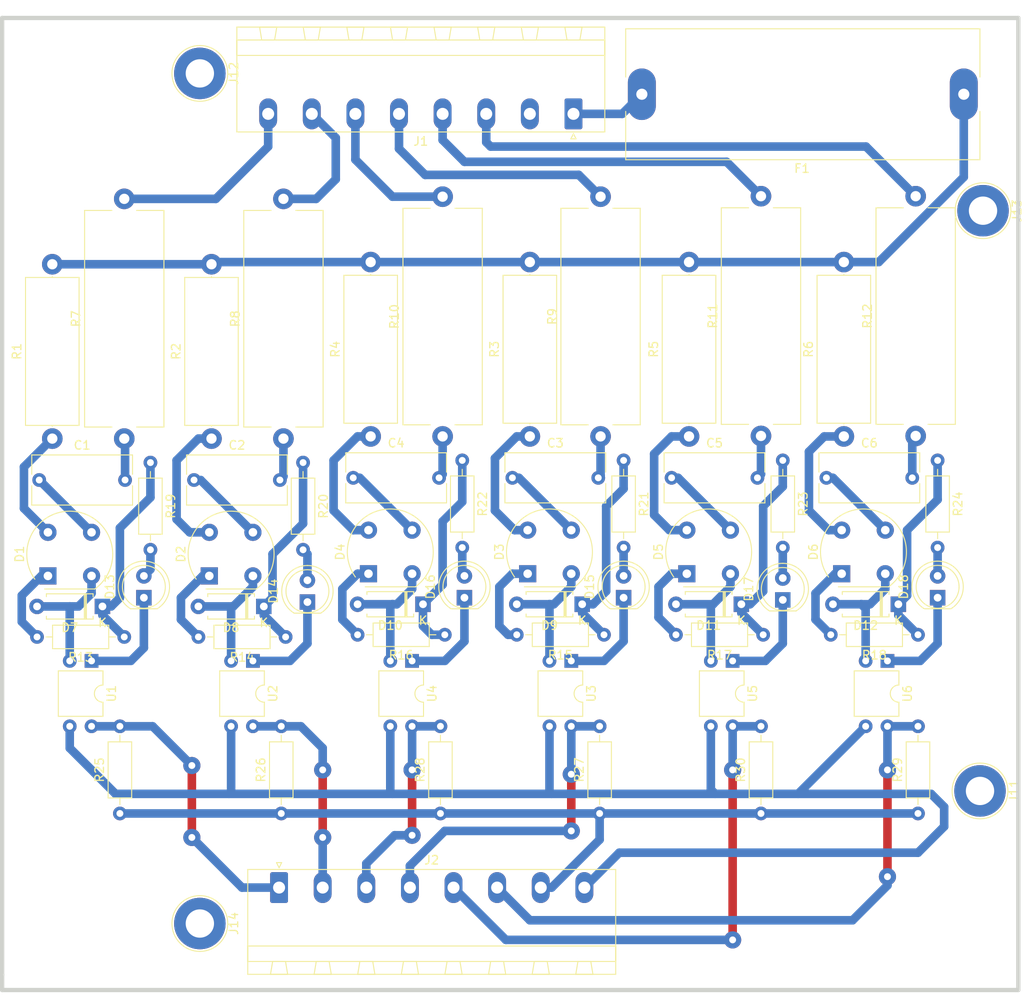
<source format=kicad_pcb>
(kicad_pcb (version 20171130) (host pcbnew "(5.1.6)-1")

  (general
    (thickness 1.6)
    (drawings 5)
    (tracks 288)
    (zones 0)
    (modules 67)
    (nets 70)
  )

  (page A4)
  (layers
    (0 F.Cu signal)
    (31 B.Cu signal)
    (32 B.Adhes user)
    (33 F.Adhes user)
    (34 B.Paste user)
    (35 F.Paste user)
    (36 B.SilkS user)
    (37 F.SilkS user)
    (38 B.Mask user)
    (39 F.Mask user)
    (40 Dwgs.User user)
    (41 Cmts.User user)
    (42 Eco1.User user)
    (43 Eco2.User user)
    (44 Edge.Cuts user)
    (45 Margin user)
    (46 B.CrtYd user)
    (47 F.CrtYd user)
    (48 B.Fab user)
    (49 F.Fab user)
  )

  (setup
    (last_trace_width 0.25)
    (user_trace_width 0.5)
    (user_trace_width 0.75)
    (user_trace_width 1)
    (user_trace_width 1.5)
    (user_trace_width 2)
    (user_trace_width 2.5)
    (user_trace_width 0.75)
    (user_trace_width 1)
    (user_trace_width 1.5)
    (user_trace_width 2)
    (user_trace_width 2.5)
    (user_trace_width 0.75)
    (user_trace_width 1)
    (user_trace_width 1.5)
    (user_trace_width 2)
    (user_trace_width 2.5)
    (trace_clearance 0.2)
    (zone_clearance 0.508)
    (zone_45_only no)
    (trace_min 0.2)
    (via_size 0.8)
    (via_drill 0.4)
    (via_min_size 0.4)
    (via_min_drill 0.3)
    (user_via 2 0.8)
    (user_via 2 0.8)
    (user_via 2 0.8)
    (uvia_size 0.3)
    (uvia_drill 0.1)
    (uvias_allowed no)
    (uvia_min_size 0.2)
    (uvia_min_drill 0.1)
    (edge_width 0.05)
    (segment_width 0.2)
    (pcb_text_width 0.3)
    (pcb_text_size 1.5 1.5)
    (mod_edge_width 0.12)
    (mod_text_size 1 1)
    (mod_text_width 0.15)
    (pad_size 6 6)
    (pad_drill 3.3)
    (pad_to_mask_clearance 0.05)
    (aux_axis_origin 0 0)
    (visible_elements 7FFFFFFF)
    (pcbplotparams
      (layerselection 0x010fc_ffffffff)
      (usegerberextensions false)
      (usegerberattributes true)
      (usegerberadvancedattributes true)
      (creategerberjobfile true)
      (excludeedgelayer true)
      (linewidth 0.100000)
      (plotframeref false)
      (viasonmask false)
      (mode 1)
      (useauxorigin false)
      (hpglpennumber 1)
      (hpglpenspeed 20)
      (hpglpendiameter 15.000000)
      (psnegative false)
      (psa4output false)
      (plotreference true)
      (plotvalue true)
      (plotinvisibletext false)
      (padsonsilk false)
      (subtractmaskfromsilk false)
      (outputformat 1)
      (mirror false)
      (drillshape 1)
      (scaleselection 1)
      (outputdirectory ""))
  )

  (net 0 "")
  (net 1 "Net-(C1-Pad2)")
  (net 2 "Net-(C1-Pad1)")
  (net 3 "Net-(C2-Pad1)")
  (net 4 "Net-(C2-Pad2)")
  (net 5 "Net-(C3-Pad2)")
  (net 6 "Net-(C3-Pad1)")
  (net 7 "Net-(C4-Pad1)")
  (net 8 "Net-(C4-Pad2)")
  (net 9 "Net-(C5-Pad1)")
  (net 10 "Net-(C5-Pad2)")
  (net 11 "Net-(C6-Pad2)")
  (net 12 "Net-(C6-Pad1)")
  (net 13 "Net-(D1-Pad1)")
  (net 14 "Net-(D1-Pad2)")
  (net 15 "Net-(D1-Pad4)")
  (net 16 "Net-(D2-Pad1)")
  (net 17 "Net-(D2-Pad2)")
  (net 18 "Net-(D2-Pad4)")
  (net 19 "Net-(D3-Pad1)")
  (net 20 "Net-(D3-Pad2)")
  (net 21 "Net-(D3-Pad4)")
  (net 22 "Net-(D4-Pad4)")
  (net 23 "Net-(D10-Pad2)")
  (net 24 "Net-(D4-Pad1)")
  (net 25 "Net-(D5-Pad4)")
  (net 26 "Net-(D11-Pad2)")
  (net 27 "Net-(D5-Pad1)")
  (net 28 "Net-(D6-Pad4)")
  (net 29 "Net-(D12-Pad2)")
  (net 30 "Net-(D6-Pad1)")
  (net 31 "Net-(D7-Pad1)")
  (net 32 "Net-(D8-Pad1)")
  (net 33 "Net-(D9-Pad1)")
  (net 34 "Net-(D10-Pad1)")
  (net 35 "Net-(D11-Pad1)")
  (net 36 "Net-(D12-Pad1)")
  (net 37 "Net-(D13-Pad2)")
  (net 38 "Net-(D13-Pad1)")
  (net 39 "Net-(D14-Pad1)")
  (net 40 "Net-(D14-Pad2)")
  (net 41 "Net-(D15-Pad2)")
  (net 42 "Net-(D15-Pad1)")
  (net 43 "Net-(D16-Pad1)")
  (net 44 "Net-(D16-Pad2)")
  (net 45 "Net-(D17-Pad1)")
  (net 46 "Net-(D17-Pad2)")
  (net 47 "Net-(D18-Pad2)")
  (net 48 "Net-(D18-Pad1)")
  (net 49 /L1)
  (net 50 /L2)
  (net 51 /L4)
  (net 52 /L3)
  (net 53 /L5)
  (net 54 /L6)
  (net 55 /NEUT)
  (net 56 /L1-OP)
  (net 57 /L2-OP)
  (net 58 /L3-OP)
  (net 59 /L4-OP)
  (net 60 /L5-OP)
  (net 61 /L6-OP)
  (net 62 /12V)
  (net 63 /GND)
  (net 64 /NEUT_s)
  (net 65 "Net-(J1-Pad2)")
  (net 66 "Net-(J11-Pad1)")
  (net 67 "Net-(J12-Pad1)")
  (net 68 "Net-(J13-Pad1)")
  (net 69 "Net-(J14-Pad1)")

  (net_class Default "This is the default net class."
    (clearance 0.2)
    (trace_width 0.25)
    (via_dia 0.8)
    (via_drill 0.4)
    (uvia_dia 0.3)
    (uvia_drill 0.1)
    (add_net /12V)
    (add_net /GND)
    (add_net /L1)
    (add_net /L1-OP)
    (add_net /L2)
    (add_net /L2-OP)
    (add_net /L3)
    (add_net /L3-OP)
    (add_net /L4)
    (add_net /L4-OP)
    (add_net /L5)
    (add_net /L5-OP)
    (add_net /L6)
    (add_net /L6-OP)
    (add_net /NEUT)
    (add_net /NEUT_s)
    (add_net "Net-(C1-Pad1)")
    (add_net "Net-(C1-Pad2)")
    (add_net "Net-(C2-Pad1)")
    (add_net "Net-(C2-Pad2)")
    (add_net "Net-(C3-Pad1)")
    (add_net "Net-(C3-Pad2)")
    (add_net "Net-(C4-Pad1)")
    (add_net "Net-(C4-Pad2)")
    (add_net "Net-(C5-Pad1)")
    (add_net "Net-(C5-Pad2)")
    (add_net "Net-(C6-Pad1)")
    (add_net "Net-(C6-Pad2)")
    (add_net "Net-(D1-Pad1)")
    (add_net "Net-(D1-Pad2)")
    (add_net "Net-(D1-Pad4)")
    (add_net "Net-(D10-Pad1)")
    (add_net "Net-(D10-Pad2)")
    (add_net "Net-(D11-Pad1)")
    (add_net "Net-(D11-Pad2)")
    (add_net "Net-(D12-Pad1)")
    (add_net "Net-(D12-Pad2)")
    (add_net "Net-(D13-Pad1)")
    (add_net "Net-(D13-Pad2)")
    (add_net "Net-(D14-Pad1)")
    (add_net "Net-(D14-Pad2)")
    (add_net "Net-(D15-Pad1)")
    (add_net "Net-(D15-Pad2)")
    (add_net "Net-(D16-Pad1)")
    (add_net "Net-(D16-Pad2)")
    (add_net "Net-(D17-Pad1)")
    (add_net "Net-(D17-Pad2)")
    (add_net "Net-(D18-Pad1)")
    (add_net "Net-(D18-Pad2)")
    (add_net "Net-(D2-Pad1)")
    (add_net "Net-(D2-Pad2)")
    (add_net "Net-(D2-Pad4)")
    (add_net "Net-(D3-Pad1)")
    (add_net "Net-(D3-Pad2)")
    (add_net "Net-(D3-Pad4)")
    (add_net "Net-(D4-Pad1)")
    (add_net "Net-(D4-Pad4)")
    (add_net "Net-(D5-Pad1)")
    (add_net "Net-(D5-Pad4)")
    (add_net "Net-(D6-Pad1)")
    (add_net "Net-(D6-Pad4)")
    (add_net "Net-(D7-Pad1)")
    (add_net "Net-(D8-Pad1)")
    (add_net "Net-(D9-Pad1)")
    (add_net "Net-(J1-Pad2)")
    (add_net "Net-(J11-Pad1)")
    (add_net "Net-(J12-Pad1)")
    (add_net "Net-(J13-Pad1)")
    (add_net "Net-(J14-Pad1)")
  )

  (module TestPoint:TestPoint_Plated_Hole_D5.0mm (layer F.Cu) (tedit 5F381D1B) (tstamp 5F3524D6)
    (at 118.589 44.163 270)
    (descr "Plated Hole as test Point, diameter 5.0mm")
    (tags "test point plated hole")
    (path /5F355383)
    (attr virtual)
    (fp_text reference J12 (at 0 -3.948 90) (layer F.SilkS)
      (effects (font (size 1 1) (thickness 0.15)))
    )
    (fp_text value Screw_Terminal_01x01 (at 0 3.9 90) (layer F.Fab)
      (effects (font (size 1 1) (thickness 0.15)))
    )
    (fp_circle (center 0 0) (end 3.5 0) (layer F.CrtYd) (width 0.05))
    (fp_circle (center 0 0) (end 0 3.25) (layer F.SilkS) (width 0.12))
    (fp_text user %R (at 0 -3.95 90) (layer F.Fab)
      (effects (font (size 1 1) (thickness 0.15)))
    )
    (pad 1 thru_hole circle (at 0 0 270) (size 6 6) (drill 3.3) (layers *.Cu *.Mask)
      (net 67 "Net-(J12-Pad1)"))
  )

  (module Diode_THT:D_A-405_P7.62mm_Horizontal (layer F.Cu) (tedit 5AE50CD5) (tstamp 5F3C304C)
    (at 126.039 106.283 180)
    (descr "Diode, A-405 series, Axial, Horizontal, pin pitch=7.62mm, , length*diameter=5.2*2.7mm^2, , http://www.diodes.com/_files/packages/A-405.pdf")
    (tags "Diode A-405 series Axial Horizontal pin pitch 7.62mm  length 5.2mm diameter 2.7mm")
    (path /5F3D5297)
    (fp_text reference D8 (at 3.81 -2.47) (layer F.SilkS)
      (effects (font (size 1 1) (thickness 0.15)))
    )
    (fp_text value Zener/16V (at 3.81 2.47) (layer F.Fab)
      (effects (font (size 1 1) (thickness 0.15)))
    )
    (fp_line (start 1.21 -1.35) (end 1.21 1.35) (layer F.Fab) (width 0.1))
    (fp_line (start 1.21 1.35) (end 6.41 1.35) (layer F.Fab) (width 0.1))
    (fp_line (start 6.41 1.35) (end 6.41 -1.35) (layer F.Fab) (width 0.1))
    (fp_line (start 6.41 -1.35) (end 1.21 -1.35) (layer F.Fab) (width 0.1))
    (fp_line (start 0 0) (end 1.21 0) (layer F.Fab) (width 0.1))
    (fp_line (start 7.62 0) (end 6.41 0) (layer F.Fab) (width 0.1))
    (fp_line (start 1.99 -1.35) (end 1.99 1.35) (layer F.Fab) (width 0.1))
    (fp_line (start 2.09 -1.35) (end 2.09 1.35) (layer F.Fab) (width 0.1))
    (fp_line (start 1.89 -1.35) (end 1.89 1.35) (layer F.Fab) (width 0.1))
    (fp_line (start 1.09 -1.14) (end 1.09 -1.47) (layer F.SilkS) (width 0.12))
    (fp_line (start 1.09 -1.47) (end 6.53 -1.47) (layer F.SilkS) (width 0.12))
    (fp_line (start 6.53 -1.47) (end 6.53 -1.14) (layer F.SilkS) (width 0.12))
    (fp_line (start 1.09 1.14) (end 1.09 1.47) (layer F.SilkS) (width 0.12))
    (fp_line (start 1.09 1.47) (end 6.53 1.47) (layer F.SilkS) (width 0.12))
    (fp_line (start 6.53 1.47) (end 6.53 1.14) (layer F.SilkS) (width 0.12))
    (fp_line (start 1.99 -1.47) (end 1.99 1.47) (layer F.SilkS) (width 0.12))
    (fp_line (start 2.11 -1.47) (end 2.11 1.47) (layer F.SilkS) (width 0.12))
    (fp_line (start 1.87 -1.47) (end 1.87 1.47) (layer F.SilkS) (width 0.12))
    (fp_line (start -1.15 -1.6) (end -1.15 1.6) (layer F.CrtYd) (width 0.05))
    (fp_line (start -1.15 1.6) (end 8.77 1.6) (layer F.CrtYd) (width 0.05))
    (fp_line (start 8.77 1.6) (end 8.77 -1.6) (layer F.CrtYd) (width 0.05))
    (fp_line (start 8.77 -1.6) (end -1.15 -1.6) (layer F.CrtYd) (width 0.05))
    (fp_text user %R (at 4.2 0) (layer F.Fab)
      (effects (font (size 1 1) (thickness 0.15)))
    )
    (fp_text user K (at 0 -1.9) (layer F.Fab)
      (effects (font (size 1 1) (thickness 0.15)))
    )
    (fp_text user K (at 0 -1.9) (layer F.SilkS)
      (effects (font (size 1 1) (thickness 0.15)))
    )
    (pad 1 thru_hole rect (at 0 0 180) (size 1.8 1.8) (drill 0.9) (layers *.Cu *.Mask)
      (net 32 "Net-(D8-Pad1)"))
    (pad 2 thru_hole oval (at 7.62 0 180) (size 1.8 1.8) (drill 0.9) (layers *.Cu *.Mask)
      (net 17 "Net-(D2-Pad2)"))
    (model ${KISYS3DMOD}/Diode_THT.3dshapes/D_A-405_P7.62mm_Horizontal.wrl
      (at (xyz 0 0 0))
      (scale (xyz 1 1 1))
      (rotate (xyz 0 0 0))
    )
  )

  (module Diode_THT:Diode_Bridge_Round_D9.8mm (layer F.Cu) (tedit 5A142105) (tstamp 5F3CA826)
    (at 100.893 102.727 90)
    (descr "4-lead round diode bridge package, diameter 9.8mm, pin pitch 5.08mm, see http://www.vishay.com/docs/88769/woo5g.pdf")
    (tags "diode bridge 9.8mm WOG pitch 5.08mm")
    (path /5F30A30C)
    (fp_text reference D1 (at 2.54 -3.302 90) (layer F.SilkS)
      (effects (font (size 1 1) (thickness 0.15)))
    )
    (fp_text value Bridge/1A (at 2.6035 8.509 90) (layer F.Fab)
      (effects (font (size 1 1) (thickness 0.15)))
    )
    (fp_line (start 7.7 7.7) (end -1.65 7.7) (layer F.CrtYd) (width 0.05))
    (fp_line (start 7.7 7.7) (end 7.7 -2.61) (layer F.CrtYd) (width 0.05))
    (fp_line (start -1.65 -2.61) (end -1.65 7.7) (layer F.CrtYd) (width 0.05))
    (fp_line (start -1.65 -2.61) (end 7.7 -2.61) (layer F.CrtYd) (width 0.05))
    (fp_line (start -1.397 5.461) (end -1.397 -0.381) (layer F.Fab) (width 0.12))
    (fp_line (start -1.524 -0.381) (end -1.524 5.461) (layer F.SilkS) (width 0.12))
    (fp_arc (start 2.54 2.54) (end -1.4 -0.38) (angle 287) (layer F.Fab) (width 0.12))
    (fp_arc (start 2.54 2.54) (end -0.381 -1.524) (angle 270) (layer F.SilkS) (width 0.12))
    (fp_text user %R (at 3.81 2.54 90) (layer F.Fab)
      (effects (font (size 1 1) (thickness 0.15)))
    )
    (pad 1 thru_hole rect (at 0 0 90) (size 2 2) (drill 1) (layers *.Cu *.Mask)
      (net 13 "Net-(D1-Pad1)"))
    (pad 3 thru_hole oval (at 5.08 5.08 90) (size 2 2) (drill 1) (layers *.Cu *.Mask)
      (net 2 "Net-(C1-Pad1)"))
    (pad 2 thru_hole oval (at 0 5.08 90) (size 2 2) (drill 1) (layers *.Cu *.Mask)
      (net 14 "Net-(D1-Pad2)"))
    (pad 4 thru_hole oval (at 5.08 0 90) (size 2 2) (drill 1) (layers *.Cu *.Mask)
      (net 15 "Net-(D1-Pad4)"))
    (model ${KISYS3DMOD}/Diode_THT.3dshapes/Diode_Bridge_Round_D9.8mm.wrl
      (at (xyz 0 0 0))
      (scale (xyz 1 1 1))
      (rotate (xyz 0 0 0))
    )
  )

  (module Resistor_THT:R_Axial_Power_L25.0mm_W9.0mm_P27.94mm (layer F.Cu) (tedit 5AE5139B) (tstamp 5F3CA9DA)
    (at 109.783 86.725 90)
    (descr "Resistor, Axial_Power series, Box, pin pitch=27.94mm, 7W, length*width*height=25*9*9mm^3, http://cdn-reichelt.de/documents/datenblatt/B400/5WAXIAL_9WAXIAL_11WAXIAL_17WAXIAL%23YAG.pdf")
    (tags "Resistor Axial_Power series Box pin pitch 27.94mm 7W length 25mm width 9mm height 9mm")
    (path /5F309571)
    (fp_text reference R7 (at 13.97 -5.62 90) (layer F.SilkS)
      (effects (font (size 1 1) (thickness 0.15)))
    )
    (fp_text value 100Ohm/3Watt (at 13.97 5.62 90) (layer F.Fab)
      (effects (font (size 1 1) (thickness 0.15)))
    )
    (fp_line (start 1.47 -4.5) (end 1.47 4.5) (layer F.Fab) (width 0.1))
    (fp_line (start 1.47 4.5) (end 26.47 4.5) (layer F.Fab) (width 0.1))
    (fp_line (start 26.47 4.5) (end 26.47 -4.5) (layer F.Fab) (width 0.1))
    (fp_line (start 26.47 -4.5) (end 1.47 -4.5) (layer F.Fab) (width 0.1))
    (fp_line (start 0 0) (end 1.47 0) (layer F.Fab) (width 0.1))
    (fp_line (start 27.94 0) (end 26.47 0) (layer F.Fab) (width 0.1))
    (fp_line (start 1.35 -1.44) (end 1.35 -4.62) (layer F.SilkS) (width 0.12))
    (fp_line (start 1.35 -4.62) (end 26.59 -4.62) (layer F.SilkS) (width 0.12))
    (fp_line (start 26.59 -4.62) (end 26.59 -1.44) (layer F.SilkS) (width 0.12))
    (fp_line (start 1.35 1.44) (end 1.35 4.62) (layer F.SilkS) (width 0.12))
    (fp_line (start 1.35 4.62) (end 26.59 4.62) (layer F.SilkS) (width 0.12))
    (fp_line (start 26.59 4.62) (end 26.59 1.44) (layer F.SilkS) (width 0.12))
    (fp_line (start -1.45 -4.75) (end -1.45 4.75) (layer F.CrtYd) (width 0.05))
    (fp_line (start -1.45 4.75) (end 29.39 4.75) (layer F.CrtYd) (width 0.05))
    (fp_line (start 29.39 4.75) (end 29.39 -4.75) (layer F.CrtYd) (width 0.05))
    (fp_line (start 29.39 -4.75) (end -1.45 -4.75) (layer F.CrtYd) (width 0.05))
    (fp_text user %R (at 13.97 0 90) (layer F.Fab)
      (effects (font (size 1 1) (thickness 0.15)))
    )
    (pad 1 thru_hole circle (at 0 0 90) (size 2.4 2.4) (drill 1.2) (layers *.Cu *.Mask)
      (net 1 "Net-(C1-Pad2)"))
    (pad 2 thru_hole oval (at 27.94 0 90) (size 2.4 2.4) (drill 1.2) (layers *.Cu *.Mask)
      (net 49 /L1))
    (model ${KISYS3DMOD}/Resistor_THT.3dshapes/R_Axial_Power_L25.0mm_W9.0mm_P27.94mm.wrl
      (at (xyz 0 0 0))
      (scale (xyz 1 1 1))
      (rotate (xyz 0 0 0))
    )
  )

  (module Capacitor_THT:C_Rect_L11.5mm_W5.6mm_P10.00mm_MKT (layer F.Cu) (tedit 5AE50EF0) (tstamp 5F3C2FA8)
    (at 191.571 91.297)
    (descr "C, Rect series, Radial, pin pitch=10.00mm, , length*width=11.5*5.6mm^2, Capacitor, https://en.tdk.eu/inf/20/20/db/fc_2009/MKT_B32560_564.pdf")
    (tags "C Rect series Radial pin pitch 10.00mm  length 11.5mm width 5.6mm Capacitor")
    (path /5F3ECF10)
    (fp_text reference C6 (at 5 -4.05) (layer F.SilkS)
      (effects (font (size 1 1) (thickness 0.15)))
    )
    (fp_text value 0.47MF/400VAC (at 5 4.05) (layer F.Fab)
      (effects (font (size 1 1) (thickness 0.15)))
    )
    (fp_line (start 11.05 -3.05) (end -1.05 -3.05) (layer F.CrtYd) (width 0.05))
    (fp_line (start 11.05 3.05) (end 11.05 -3.05) (layer F.CrtYd) (width 0.05))
    (fp_line (start -1.05 3.05) (end 11.05 3.05) (layer F.CrtYd) (width 0.05))
    (fp_line (start -1.05 -3.05) (end -1.05 3.05) (layer F.CrtYd) (width 0.05))
    (fp_line (start 10.87 0.665) (end 10.87 2.92) (layer F.SilkS) (width 0.12))
    (fp_line (start 10.87 -2.92) (end 10.87 -0.665) (layer F.SilkS) (width 0.12))
    (fp_line (start -0.87 0.665) (end -0.87 2.92) (layer F.SilkS) (width 0.12))
    (fp_line (start -0.87 -2.92) (end -0.87 -0.665) (layer F.SilkS) (width 0.12))
    (fp_line (start -0.87 2.92) (end 10.87 2.92) (layer F.SilkS) (width 0.12))
    (fp_line (start -0.87 -2.92) (end 10.87 -2.92) (layer F.SilkS) (width 0.12))
    (fp_line (start 10.75 -2.8) (end -0.75 -2.8) (layer F.Fab) (width 0.1))
    (fp_line (start 10.75 2.8) (end 10.75 -2.8) (layer F.Fab) (width 0.1))
    (fp_line (start -0.75 2.8) (end 10.75 2.8) (layer F.Fab) (width 0.1))
    (fp_line (start -0.75 -2.8) (end -0.75 2.8) (layer F.Fab) (width 0.1))
    (fp_text user %R (at 5 0) (layer F.Fab)
      (effects (font (size 1 1) (thickness 0.15)))
    )
    (pad 2 thru_hole circle (at 10 0) (size 1.6 1.6) (drill 0.8) (layers *.Cu *.Mask)
      (net 11 "Net-(C6-Pad2)"))
    (pad 1 thru_hole circle (at 0 0) (size 1.6 1.6) (drill 0.8) (layers *.Cu *.Mask)
      (net 12 "Net-(C6-Pad1)"))
    (model ${KISYS3DMOD}/Capacitor_THT.3dshapes/C_Rect_L11.5mm_W5.6mm_P10.00mm_MKT.wrl
      (at (xyz 0 0 0))
      (scale (xyz 1 1 1))
      (rotate (xyz 0 0 0))
    )
  )

  (module LED_THT:LED_D5.0mm (layer F.Cu) (tedit 5995936A) (tstamp 5F3C3134)
    (at 204.525 105.267 90)
    (descr "LED, diameter 5.0mm, 2 pins, http://cdn-reichelt.de/documents/datenblatt/A500/LL-504BC2E-009.pdf")
    (tags "LED diameter 5.0mm 2 pins")
    (path /5F3ECF35)
    (fp_text reference D18 (at 1.27 -3.96 90) (layer F.SilkS)
      (effects (font (size 1 1) (thickness 0.15)))
    )
    (fp_text value LED (at 1.27 3.96 90) (layer F.Fab)
      (effects (font (size 1 1) (thickness 0.15)))
    )
    (fp_line (start 4.5 -3.25) (end -1.95 -3.25) (layer F.CrtYd) (width 0.05))
    (fp_line (start 4.5 3.25) (end 4.5 -3.25) (layer F.CrtYd) (width 0.05))
    (fp_line (start -1.95 3.25) (end 4.5 3.25) (layer F.CrtYd) (width 0.05))
    (fp_line (start -1.95 -3.25) (end -1.95 3.25) (layer F.CrtYd) (width 0.05))
    (fp_line (start -1.29 -1.545) (end -1.29 1.545) (layer F.SilkS) (width 0.12))
    (fp_line (start -1.23 -1.469694) (end -1.23 1.469694) (layer F.Fab) (width 0.1))
    (fp_circle (center 1.27 0) (end 3.77 0) (layer F.SilkS) (width 0.12))
    (fp_circle (center 1.27 0) (end 3.77 0) (layer F.Fab) (width 0.1))
    (fp_text user %R (at 1.25 0 90) (layer F.Fab)
      (effects (font (size 0.8 0.8) (thickness 0.2)))
    )
    (fp_arc (start 1.27 0) (end -1.29 1.54483) (angle -148.9) (layer F.SilkS) (width 0.12))
    (fp_arc (start 1.27 0) (end -1.29 -1.54483) (angle 148.9) (layer F.SilkS) (width 0.12))
    (fp_arc (start 1.27 0) (end -1.23 -1.469694) (angle 299.1) (layer F.Fab) (width 0.1))
    (pad 2 thru_hole circle (at 2.54 0 90) (size 1.8 1.8) (drill 0.9) (layers *.Cu *.Mask)
      (net 47 "Net-(D18-Pad2)"))
    (pad 1 thru_hole rect (at 0 0 90) (size 1.8 1.8) (drill 0.9) (layers *.Cu *.Mask)
      (net 48 "Net-(D18-Pad1)"))
    (model ${KISYS3DMOD}/LED_THT.3dshapes/LED_D5.0mm.wrl
      (at (xyz 0 0 0))
      (scale (xyz 1 1 1))
      (rotate (xyz 0 0 0))
    )
  )

  (module Diode_THT:Diode_Bridge_Round_D9.8mm (layer F.Cu) (tedit 5A142105) (tstamp 5F3C300E)
    (at 193.349 102.473 90)
    (descr "4-lead round diode bridge package, diameter 9.8mm, pin pitch 5.08mm, see http://www.vishay.com/docs/88769/woo5g.pdf")
    (tags "diode bridge 9.8mm WOG pitch 5.08mm")
    (path /5F3ECF16)
    (fp_text reference D6 (at 2.54 -3.302 90) (layer F.SilkS)
      (effects (font (size 1 1) (thickness 0.15)))
    )
    (fp_text value Bridge/1A (at 2.6035 8.509 90) (layer F.Fab)
      (effects (font (size 1 1) (thickness 0.15)))
    )
    (fp_line (start -1.524 -0.381) (end -1.524 5.461) (layer F.SilkS) (width 0.12))
    (fp_line (start -1.397 5.461) (end -1.397 -0.381) (layer F.Fab) (width 0.12))
    (fp_line (start -1.65 -2.61) (end 7.7 -2.61) (layer F.CrtYd) (width 0.05))
    (fp_line (start -1.65 -2.61) (end -1.65 7.7) (layer F.CrtYd) (width 0.05))
    (fp_line (start 7.7 7.7) (end 7.7 -2.61) (layer F.CrtYd) (width 0.05))
    (fp_line (start 7.7 7.7) (end -1.65 7.7) (layer F.CrtYd) (width 0.05))
    (fp_text user %R (at 3.81 2.54 90) (layer F.Fab)
      (effects (font (size 1 1) (thickness 0.15)))
    )
    (fp_arc (start 2.54 2.54) (end -0.381 -1.524) (angle 270) (layer F.SilkS) (width 0.12))
    (fp_arc (start 2.54 2.54) (end -1.4 -0.38) (angle 287) (layer F.Fab) (width 0.12))
    (pad 4 thru_hole oval (at 5.08 0 90) (size 2 2) (drill 1) (layers *.Cu *.Mask)
      (net 28 "Net-(D6-Pad4)"))
    (pad 2 thru_hole oval (at 0 5.08 90) (size 2 2) (drill 1) (layers *.Cu *.Mask)
      (net 29 "Net-(D12-Pad2)"))
    (pad 3 thru_hole oval (at 5.08 5.08 90) (size 2 2) (drill 1) (layers *.Cu *.Mask)
      (net 12 "Net-(C6-Pad1)"))
    (pad 1 thru_hole rect (at 0 0 90) (size 2 2) (drill 1) (layers *.Cu *.Mask)
      (net 30 "Net-(D6-Pad1)"))
    (model ${KISYS3DMOD}/Diode_THT.3dshapes/Diode_Bridge_Round_D9.8mm.wrl
      (at (xyz 0 0 0))
      (scale (xyz 1 1 1))
      (rotate (xyz 0 0 0))
    )
  )

  (module Diode_THT:D_A-405_P7.62mm_Horizontal (layer F.Cu) (tedit 5AE50CD5) (tstamp 5F3C30C8)
    (at 199.953 106.029 180)
    (descr "Diode, A-405 series, Axial, Horizontal, pin pitch=7.62mm, , length*diameter=5.2*2.7mm^2, , http://www.diodes.com/_files/packages/A-405.pdf")
    (tags "Diode A-405 series Axial Horizontal pin pitch 7.62mm  length 5.2mm diameter 2.7mm")
    (path /5F3ECF28)
    (fp_text reference D12 (at 3.81 -2.47) (layer F.SilkS)
      (effects (font (size 1 1) (thickness 0.15)))
    )
    (fp_text value Zener/16V (at 3.81 2.47) (layer F.Fab)
      (effects (font (size 1 1) (thickness 0.15)))
    )
    (fp_line (start 1.21 -1.35) (end 1.21 1.35) (layer F.Fab) (width 0.1))
    (fp_line (start 1.21 1.35) (end 6.41 1.35) (layer F.Fab) (width 0.1))
    (fp_line (start 6.41 1.35) (end 6.41 -1.35) (layer F.Fab) (width 0.1))
    (fp_line (start 6.41 -1.35) (end 1.21 -1.35) (layer F.Fab) (width 0.1))
    (fp_line (start 0 0) (end 1.21 0) (layer F.Fab) (width 0.1))
    (fp_line (start 7.62 0) (end 6.41 0) (layer F.Fab) (width 0.1))
    (fp_line (start 1.99 -1.35) (end 1.99 1.35) (layer F.Fab) (width 0.1))
    (fp_line (start 2.09 -1.35) (end 2.09 1.35) (layer F.Fab) (width 0.1))
    (fp_line (start 1.89 -1.35) (end 1.89 1.35) (layer F.Fab) (width 0.1))
    (fp_line (start 1.09 -1.14) (end 1.09 -1.47) (layer F.SilkS) (width 0.12))
    (fp_line (start 1.09 -1.47) (end 6.53 -1.47) (layer F.SilkS) (width 0.12))
    (fp_line (start 6.53 -1.47) (end 6.53 -1.14) (layer F.SilkS) (width 0.12))
    (fp_line (start 1.09 1.14) (end 1.09 1.47) (layer F.SilkS) (width 0.12))
    (fp_line (start 1.09 1.47) (end 6.53 1.47) (layer F.SilkS) (width 0.12))
    (fp_line (start 6.53 1.47) (end 6.53 1.14) (layer F.SilkS) (width 0.12))
    (fp_line (start 1.99 -1.47) (end 1.99 1.47) (layer F.SilkS) (width 0.12))
    (fp_line (start 2.11 -1.47) (end 2.11 1.47) (layer F.SilkS) (width 0.12))
    (fp_line (start 1.87 -1.47) (end 1.87 1.47) (layer F.SilkS) (width 0.12))
    (fp_line (start -1.15 -1.6) (end -1.15 1.6) (layer F.CrtYd) (width 0.05))
    (fp_line (start -1.15 1.6) (end 8.77 1.6) (layer F.CrtYd) (width 0.05))
    (fp_line (start 8.77 1.6) (end 8.77 -1.6) (layer F.CrtYd) (width 0.05))
    (fp_line (start 8.77 -1.6) (end -1.15 -1.6) (layer F.CrtYd) (width 0.05))
    (fp_text user %R (at 4.2 0) (layer F.Fab)
      (effects (font (size 1 1) (thickness 0.15)))
    )
    (fp_text user K (at 0 -1.9) (layer F.Fab)
      (effects (font (size 1 1) (thickness 0.15)))
    )
    (fp_text user K (at 0 -1.9) (layer F.SilkS)
      (effects (font (size 1 1) (thickness 0.15)))
    )
    (pad 1 thru_hole rect (at 0 0 180) (size 1.8 1.8) (drill 0.9) (layers *.Cu *.Mask)
      (net 36 "Net-(D12-Pad1)"))
    (pad 2 thru_hole oval (at 7.62 0 180) (size 1.8 1.8) (drill 0.9) (layers *.Cu *.Mask)
      (net 29 "Net-(D12-Pad2)"))
    (model ${KISYS3DMOD}/Diode_THT.3dshapes/D_A-405_P7.62mm_Horizontal.wrl
      (at (xyz 0 0 0))
      (scale (xyz 1 1 1))
      (rotate (xyz 0 0 0))
    )
  )

  (module Resistor_THT:R_Axial_DIN0617_L17.0mm_D6.0mm_P20.32mm_Horizontal (layer F.Cu) (tedit 5AE5139B) (tstamp 5F3C32C6)
    (at 193.603 86.471 90)
    (descr "Resistor, Axial_DIN0617 series, Axial, Horizontal, pin pitch=20.32mm, 2W, length*diameter=17*6mm^2, http://www.vishay.com/docs/20128/wkxwrx.pdf")
    (tags "Resistor Axial_DIN0617 series Axial Horizontal pin pitch 20.32mm 2W length 17mm diameter 6mm")
    (path /5F3ECF47)
    (fp_text reference R6 (at 10.16 -4.12 90) (layer F.SilkS)
      (effects (font (size 1 1) (thickness 0.15)))
    )
    (fp_text value 100Ohm/1Watt (at 10.16 4.12 90) (layer F.Fab)
      (effects (font (size 1 1) (thickness 0.15)))
    )
    (fp_line (start 1.66 -3) (end 1.66 3) (layer F.Fab) (width 0.1))
    (fp_line (start 1.66 3) (end 18.66 3) (layer F.Fab) (width 0.1))
    (fp_line (start 18.66 3) (end 18.66 -3) (layer F.Fab) (width 0.1))
    (fp_line (start 18.66 -3) (end 1.66 -3) (layer F.Fab) (width 0.1))
    (fp_line (start 0 0) (end 1.66 0) (layer F.Fab) (width 0.1))
    (fp_line (start 20.32 0) (end 18.66 0) (layer F.Fab) (width 0.1))
    (fp_line (start 1.54 -3.12) (end 1.54 3.12) (layer F.SilkS) (width 0.12))
    (fp_line (start 1.54 3.12) (end 18.78 3.12) (layer F.SilkS) (width 0.12))
    (fp_line (start 18.78 3.12) (end 18.78 -3.12) (layer F.SilkS) (width 0.12))
    (fp_line (start 18.78 -3.12) (end 1.54 -3.12) (layer F.SilkS) (width 0.12))
    (fp_line (start 1.44 0) (end 1.54 0) (layer F.SilkS) (width 0.12))
    (fp_line (start 18.88 0) (end 18.78 0) (layer F.SilkS) (width 0.12))
    (fp_line (start -1.45 -3.25) (end -1.45 3.25) (layer F.CrtYd) (width 0.05))
    (fp_line (start -1.45 3.25) (end 21.77 3.25) (layer F.CrtYd) (width 0.05))
    (fp_line (start 21.77 3.25) (end 21.77 -3.25) (layer F.CrtYd) (width 0.05))
    (fp_line (start 21.77 -3.25) (end -1.45 -3.25) (layer F.CrtYd) (width 0.05))
    (fp_text user %R (at 10.16 0 90) (layer F.Fab)
      (effects (font (size 1 1) (thickness 0.15)))
    )
    (pad 1 thru_hole circle (at 0 0 90) (size 2.4 2.4) (drill 1.2) (layers *.Cu *.Mask)
      (net 28 "Net-(D6-Pad4)"))
    (pad 2 thru_hole oval (at 20.32 0 90) (size 2.4 2.4) (drill 1.2) (layers *.Cu *.Mask)
      (net 55 /NEUT))
    (model ${KISYS3DMOD}/Resistor_THT.3dshapes/R_Axial_DIN0617_L17.0mm_D6.0mm_P20.32mm_Horizontal.wrl
      (at (xyz 0 0 0))
      (scale (xyz 1 1 1))
      (rotate (xyz 0 0 0))
    )
  )

  (module Resistor_THT:R_Axial_DIN0207_L6.3mm_D2.5mm_P10.16mm_Horizontal (layer F.Cu) (tedit 5AE5139B) (tstamp 5F3C33DA)
    (at 202.239 109.585 180)
    (descr "Resistor, Axial_DIN0207 series, Axial, Horizontal, pin pitch=10.16mm, 0.25W = 1/4W, length*diameter=6.3*2.5mm^2, http://cdn-reichelt.de/documents/datenblatt/B400/1_4W%23YAG.pdf")
    (tags "Resistor Axial_DIN0207 series Axial Horizontal pin pitch 10.16mm 0.25W = 1/4W length 6.3mm diameter 2.5mm")
    (path /5F3ECF22)
    (fp_text reference R18 (at 5.08 -2.37) (layer F.SilkS)
      (effects (font (size 1 1) (thickness 0.15)))
    )
    (fp_text value "1 KR" (at 5.08 2.37) (layer F.Fab)
      (effects (font (size 1 1) (thickness 0.15)))
    )
    (fp_line (start 1.93 -1.25) (end 1.93 1.25) (layer F.Fab) (width 0.1))
    (fp_line (start 1.93 1.25) (end 8.23 1.25) (layer F.Fab) (width 0.1))
    (fp_line (start 8.23 1.25) (end 8.23 -1.25) (layer F.Fab) (width 0.1))
    (fp_line (start 8.23 -1.25) (end 1.93 -1.25) (layer F.Fab) (width 0.1))
    (fp_line (start 0 0) (end 1.93 0) (layer F.Fab) (width 0.1))
    (fp_line (start 10.16 0) (end 8.23 0) (layer F.Fab) (width 0.1))
    (fp_line (start 1.81 -1.37) (end 1.81 1.37) (layer F.SilkS) (width 0.12))
    (fp_line (start 1.81 1.37) (end 8.35 1.37) (layer F.SilkS) (width 0.12))
    (fp_line (start 8.35 1.37) (end 8.35 -1.37) (layer F.SilkS) (width 0.12))
    (fp_line (start 8.35 -1.37) (end 1.81 -1.37) (layer F.SilkS) (width 0.12))
    (fp_line (start 1.04 0) (end 1.81 0) (layer F.SilkS) (width 0.12))
    (fp_line (start 9.12 0) (end 8.35 0) (layer F.SilkS) (width 0.12))
    (fp_line (start -1.05 -1.5) (end -1.05 1.5) (layer F.CrtYd) (width 0.05))
    (fp_line (start -1.05 1.5) (end 11.21 1.5) (layer F.CrtYd) (width 0.05))
    (fp_line (start 11.21 1.5) (end 11.21 -1.5) (layer F.CrtYd) (width 0.05))
    (fp_line (start 11.21 -1.5) (end -1.05 -1.5) (layer F.CrtYd) (width 0.05))
    (fp_text user %R (at 5.08 0) (layer F.Fab)
      (effects (font (size 1 1) (thickness 0.15)))
    )
    (pad 1 thru_hole circle (at 0 0 180) (size 1.6 1.6) (drill 0.8) (layers *.Cu *.Mask)
      (net 36 "Net-(D12-Pad1)"))
    (pad 2 thru_hole oval (at 10.16 0 180) (size 1.6 1.6) (drill 0.8) (layers *.Cu *.Mask)
      (net 30 "Net-(D6-Pad1)"))
    (model ${KISYS3DMOD}/Resistor_THT.3dshapes/R_Axial_DIN0207_L6.3mm_D2.5mm_P10.16mm_Horizontal.wrl
      (at (xyz 0 0 0))
      (scale (xyz 1 1 1))
      (rotate (xyz 0 0 0))
    )
  )

  (module Resistor_THT:R_Axial_DIN0207_L6.3mm_D2.5mm_P10.16mm_Horizontal (layer F.Cu) (tedit 5AE5139B) (tstamp 5F3C34D7)
    (at 202.239 130.413 90)
    (descr "Resistor, Axial_DIN0207 series, Axial, Horizontal, pin pitch=10.16mm, 0.25W = 1/4W, length*diameter=6.3*2.5mm^2, http://cdn-reichelt.de/documents/datenblatt/B400/1_4W%23YAG.pdf")
    (tags "Resistor Axial_DIN0207 series Axial Horizontal pin pitch 10.16mm 0.25W = 1/4W length 6.3mm diameter 2.5mm")
    (path /5F3DB6A7)
    (fp_text reference R29 (at 5.08 -2.37 90) (layer F.SilkS)
      (effects (font (size 1 1) (thickness 0.15)))
    )
    (fp_text value 10K (at 5.08 2.37 90) (layer F.Fab)
      (effects (font (size 1 1) (thickness 0.15)))
    )
    (fp_line (start 11.21 -1.5) (end -1.05 -1.5) (layer F.CrtYd) (width 0.05))
    (fp_line (start 11.21 1.5) (end 11.21 -1.5) (layer F.CrtYd) (width 0.05))
    (fp_line (start -1.05 1.5) (end 11.21 1.5) (layer F.CrtYd) (width 0.05))
    (fp_line (start -1.05 -1.5) (end -1.05 1.5) (layer F.CrtYd) (width 0.05))
    (fp_line (start 9.12 0) (end 8.35 0) (layer F.SilkS) (width 0.12))
    (fp_line (start 1.04 0) (end 1.81 0) (layer F.SilkS) (width 0.12))
    (fp_line (start 8.35 -1.37) (end 1.81 -1.37) (layer F.SilkS) (width 0.12))
    (fp_line (start 8.35 1.37) (end 8.35 -1.37) (layer F.SilkS) (width 0.12))
    (fp_line (start 1.81 1.37) (end 8.35 1.37) (layer F.SilkS) (width 0.12))
    (fp_line (start 1.81 -1.37) (end 1.81 1.37) (layer F.SilkS) (width 0.12))
    (fp_line (start 10.16 0) (end 8.23 0) (layer F.Fab) (width 0.1))
    (fp_line (start 0 0) (end 1.93 0) (layer F.Fab) (width 0.1))
    (fp_line (start 8.23 -1.25) (end 1.93 -1.25) (layer F.Fab) (width 0.1))
    (fp_line (start 8.23 1.25) (end 8.23 -1.25) (layer F.Fab) (width 0.1))
    (fp_line (start 1.93 1.25) (end 8.23 1.25) (layer F.Fab) (width 0.1))
    (fp_line (start 1.93 -1.25) (end 1.93 1.25) (layer F.Fab) (width 0.1))
    (fp_text user %R (at 5.08 0 90) (layer F.Fab)
      (effects (font (size 1 1) (thickness 0.15)))
    )
    (pad 2 thru_hole oval (at 10.16 0 90) (size 1.6 1.6) (drill 0.8) (layers *.Cu *.Mask)
      (net 61 /L6-OP))
    (pad 1 thru_hole circle (at 0 0 90) (size 1.6 1.6) (drill 0.8) (layers *.Cu *.Mask)
      (net 62 /12V))
    (model ${KISYS3DMOD}/Resistor_THT.3dshapes/R_Axial_DIN0207_L6.3mm_D2.5mm_P10.16mm_Horizontal.wrl
      (at (xyz 0 0 0))
      (scale (xyz 1 1 1))
      (rotate (xyz 0 0 0))
    )
  )

  (module Resistor_THT:R_Axial_DIN0207_L6.3mm_D2.5mm_P10.16mm_Horizontal (layer F.Cu) (tedit 5AE5139B) (tstamp 5F3C79C0)
    (at 204.525 89.265 270)
    (descr "Resistor, Axial_DIN0207 series, Axial, Horizontal, pin pitch=10.16mm, 0.25W = 1/4W, length*diameter=6.3*2.5mm^2, http://cdn-reichelt.de/documents/datenblatt/B400/1_4W%23YAG.pdf")
    (tags "Resistor Axial_DIN0207 series Axial Horizontal pin pitch 10.16mm 0.25W = 1/4W length 6.3mm diameter 2.5mm")
    (path /5F3ECF1C)
    (fp_text reference R24 (at 5.08 -2.37 90) (layer F.SilkS)
      (effects (font (size 1 1) (thickness 0.15)))
    )
    (fp_text value "0.8 KR" (at 5.08 2.37 90) (layer F.Fab)
      (effects (font (size 1 1) (thickness 0.15)))
    )
    (fp_line (start 11.21 -1.5) (end -1.05 -1.5) (layer F.CrtYd) (width 0.05))
    (fp_line (start 11.21 1.5) (end 11.21 -1.5) (layer F.CrtYd) (width 0.05))
    (fp_line (start -1.05 1.5) (end 11.21 1.5) (layer F.CrtYd) (width 0.05))
    (fp_line (start -1.05 -1.5) (end -1.05 1.5) (layer F.CrtYd) (width 0.05))
    (fp_line (start 9.12 0) (end 8.35 0) (layer F.SilkS) (width 0.12))
    (fp_line (start 1.04 0) (end 1.81 0) (layer F.SilkS) (width 0.12))
    (fp_line (start 8.35 -1.37) (end 1.81 -1.37) (layer F.SilkS) (width 0.12))
    (fp_line (start 8.35 1.37) (end 8.35 -1.37) (layer F.SilkS) (width 0.12))
    (fp_line (start 1.81 1.37) (end 8.35 1.37) (layer F.SilkS) (width 0.12))
    (fp_line (start 1.81 -1.37) (end 1.81 1.37) (layer F.SilkS) (width 0.12))
    (fp_line (start 10.16 0) (end 8.23 0) (layer F.Fab) (width 0.1))
    (fp_line (start 0 0) (end 1.93 0) (layer F.Fab) (width 0.1))
    (fp_line (start 8.23 -1.25) (end 1.93 -1.25) (layer F.Fab) (width 0.1))
    (fp_line (start 8.23 1.25) (end 8.23 -1.25) (layer F.Fab) (width 0.1))
    (fp_line (start 1.93 1.25) (end 8.23 1.25) (layer F.Fab) (width 0.1))
    (fp_line (start 1.93 -1.25) (end 1.93 1.25) (layer F.Fab) (width 0.1))
    (fp_text user %R (at 5.08 0 90) (layer F.Fab)
      (effects (font (size 1 1) (thickness 0.15)))
    )
    (pad 2 thru_hole oval (at 10.16 0 270) (size 1.6 1.6) (drill 0.8) (layers *.Cu *.Mask)
      (net 47 "Net-(D18-Pad2)"))
    (pad 1 thru_hole circle (at 0 0 270) (size 1.6 1.6) (drill 0.8) (layers *.Cu *.Mask)
      (net 36 "Net-(D12-Pad1)"))
    (model ${KISYS3DMOD}/Resistor_THT.3dshapes/R_Axial_DIN0207_L6.3mm_D2.5mm_P10.16mm_Horizontal.wrl
      (at (xyz 0 0 0))
      (scale (xyz 1 1 1))
      (rotate (xyz 0 0 0))
    )
  )

  (module Resistor_THT:R_Axial_Power_L25.0mm_W9.0mm_P27.94mm (layer F.Cu) (tedit 5AE5139B) (tstamp 5F3C3350)
    (at 201.969 86.415 90)
    (descr "Resistor, Axial_Power series, Box, pin pitch=27.94mm, 7W, length*width*height=25*9*9mm^3, http://cdn-reichelt.de/documents/datenblatt/B400/5WAXIAL_9WAXIAL_11WAXIAL_17WAXIAL%23YAG.pdf")
    (tags "Resistor Axial_Power series Box pin pitch 27.94mm 7W length 25mm width 9mm height 9mm")
    (path /5F3ECF0A)
    (fp_text reference R12 (at 13.97 -5.62 90) (layer F.SilkS)
      (effects (font (size 1 1) (thickness 0.15)))
    )
    (fp_text value 100Ohm/3Watt (at 13.97 5.62 90) (layer F.Fab)
      (effects (font (size 1 1) (thickness 0.15)))
    )
    (fp_line (start 29.39 -4.75) (end -1.45 -4.75) (layer F.CrtYd) (width 0.05))
    (fp_line (start 29.39 4.75) (end 29.39 -4.75) (layer F.CrtYd) (width 0.05))
    (fp_line (start -1.45 4.75) (end 29.39 4.75) (layer F.CrtYd) (width 0.05))
    (fp_line (start -1.45 -4.75) (end -1.45 4.75) (layer F.CrtYd) (width 0.05))
    (fp_line (start 26.59 4.62) (end 26.59 1.44) (layer F.SilkS) (width 0.12))
    (fp_line (start 1.35 4.62) (end 26.59 4.62) (layer F.SilkS) (width 0.12))
    (fp_line (start 1.35 1.44) (end 1.35 4.62) (layer F.SilkS) (width 0.12))
    (fp_line (start 26.59 -4.62) (end 26.59 -1.44) (layer F.SilkS) (width 0.12))
    (fp_line (start 1.35 -4.62) (end 26.59 -4.62) (layer F.SilkS) (width 0.12))
    (fp_line (start 1.35 -1.44) (end 1.35 -4.62) (layer F.SilkS) (width 0.12))
    (fp_line (start 27.94 0) (end 26.47 0) (layer F.Fab) (width 0.1))
    (fp_line (start 0 0) (end 1.47 0) (layer F.Fab) (width 0.1))
    (fp_line (start 26.47 -4.5) (end 1.47 -4.5) (layer F.Fab) (width 0.1))
    (fp_line (start 26.47 4.5) (end 26.47 -4.5) (layer F.Fab) (width 0.1))
    (fp_line (start 1.47 4.5) (end 26.47 4.5) (layer F.Fab) (width 0.1))
    (fp_line (start 1.47 -4.5) (end 1.47 4.5) (layer F.Fab) (width 0.1))
    (fp_text user %R (at 13.97 0 90) (layer F.Fab)
      (effects (font (size 1 1) (thickness 0.15)))
    )
    (pad 2 thru_hole oval (at 27.94 0 90) (size 2.4 2.4) (drill 1.2) (layers *.Cu *.Mask)
      (net 54 /L6))
    (pad 1 thru_hole circle (at 0 0 90) (size 2.4 2.4) (drill 1.2) (layers *.Cu *.Mask)
      (net 11 "Net-(C6-Pad2)"))
    (model ${KISYS3DMOD}/Resistor_THT.3dshapes/R_Axial_Power_L25.0mm_W9.0mm_P27.94mm.wrl
      (at (xyz 0 0 0))
      (scale (xyz 1 1 1))
      (rotate (xyz 0 0 0))
    )
  )

  (module Package_DIP:DIP-4_W7.62mm (layer F.Cu) (tedit 5A02E8C5) (tstamp 5F3C3567)
    (at 198.683 112.633 270)
    (descr "4-lead though-hole mounted DIP package, row spacing 7.62 mm (300 mils)")
    (tags "THT DIP DIL PDIP 2.54mm 7.62mm 300mil")
    (path /5F3CA2DE)
    (fp_text reference U6 (at 3.81 -2.33 90) (layer F.SilkS)
      (effects (font (size 1 1) (thickness 0.15)))
    )
    (fp_text value EL817 (at 3.81 4.87 90) (layer F.Fab)
      (effects (font (size 1 1) (thickness 0.15)))
    )
    (fp_line (start 8.7 -1.55) (end -1.1 -1.55) (layer F.CrtYd) (width 0.05))
    (fp_line (start 8.7 4.1) (end 8.7 -1.55) (layer F.CrtYd) (width 0.05))
    (fp_line (start -1.1 4.1) (end 8.7 4.1) (layer F.CrtYd) (width 0.05))
    (fp_line (start -1.1 -1.55) (end -1.1 4.1) (layer F.CrtYd) (width 0.05))
    (fp_line (start 6.46 -1.33) (end 4.81 -1.33) (layer F.SilkS) (width 0.12))
    (fp_line (start 6.46 3.87) (end 6.46 -1.33) (layer F.SilkS) (width 0.12))
    (fp_line (start 1.16 3.87) (end 6.46 3.87) (layer F.SilkS) (width 0.12))
    (fp_line (start 1.16 -1.33) (end 1.16 3.87) (layer F.SilkS) (width 0.12))
    (fp_line (start 2.81 -1.33) (end 1.16 -1.33) (layer F.SilkS) (width 0.12))
    (fp_line (start 0.635 -0.27) (end 1.635 -1.27) (layer F.Fab) (width 0.1))
    (fp_line (start 0.635 3.81) (end 0.635 -0.27) (layer F.Fab) (width 0.1))
    (fp_line (start 6.985 3.81) (end 0.635 3.81) (layer F.Fab) (width 0.1))
    (fp_line (start 6.985 -1.27) (end 6.985 3.81) (layer F.Fab) (width 0.1))
    (fp_line (start 1.635 -1.27) (end 6.985 -1.27) (layer F.Fab) (width 0.1))
    (fp_text user %R (at 3.81 1.27 90) (layer F.Fab)
      (effects (font (size 1 1) (thickness 0.15)))
    )
    (fp_arc (start 3.81 -1.33) (end 2.81 -1.33) (angle -180) (layer F.SilkS) (width 0.12))
    (pad 4 thru_hole oval (at 7.62 0 270) (size 1.6 1.6) (drill 0.8) (layers *.Cu *.Mask)
      (net 61 /L6-OP))
    (pad 2 thru_hole oval (at 0 2.54 270) (size 1.6 1.6) (drill 0.8) (layers *.Cu *.Mask)
      (net 29 "Net-(D12-Pad2)"))
    (pad 3 thru_hole oval (at 7.62 2.54 270) (size 1.6 1.6) (drill 0.8) (layers *.Cu *.Mask)
      (net 63 /GND))
    (pad 1 thru_hole rect (at 0 0 270) (size 1.6 1.6) (drill 0.8) (layers *.Cu *.Mask)
      (net 48 "Net-(D18-Pad1)"))
    (model ${KISYS3DMOD}/Package_DIP.3dshapes/DIP-4_W7.62mm.wrl
      (at (xyz 0 0 0))
      (scale (xyz 1 1 1))
      (rotate (xyz 0 0 0))
    )
  )

  (module Capacitor_THT:C_Rect_L11.5mm_W5.6mm_P10.00mm_MKT (layer F.Cu) (tedit 5AE50EF0) (tstamp 5F3C2F3F)
    (at 99.877 91.551)
    (descr "C, Rect series, Radial, pin pitch=10.00mm, , length*width=11.5*5.6mm^2, Capacitor, https://en.tdk.eu/inf/20/20/db/fc_2009/MKT_B32560_564.pdf")
    (tags "C Rect series Radial pin pitch 10.00mm  length 11.5mm width 5.6mm Capacitor")
    (path /5F309CA5)
    (fp_text reference C1 (at 5 -4.05) (layer F.SilkS)
      (effects (font (size 1 1) (thickness 0.15)))
    )
    (fp_text value 0.47MF/400VAC (at 5 4.05) (layer F.Fab)
      (effects (font (size 1 1) (thickness 0.15)))
    )
    (fp_line (start 11.05 -3.05) (end -1.05 -3.05) (layer F.CrtYd) (width 0.05))
    (fp_line (start 11.05 3.05) (end 11.05 -3.05) (layer F.CrtYd) (width 0.05))
    (fp_line (start -1.05 3.05) (end 11.05 3.05) (layer F.CrtYd) (width 0.05))
    (fp_line (start -1.05 -3.05) (end -1.05 3.05) (layer F.CrtYd) (width 0.05))
    (fp_line (start 10.87 0.665) (end 10.87 2.92) (layer F.SilkS) (width 0.12))
    (fp_line (start 10.87 -2.92) (end 10.87 -0.665) (layer F.SilkS) (width 0.12))
    (fp_line (start -0.87 0.665) (end -0.87 2.92) (layer F.SilkS) (width 0.12))
    (fp_line (start -0.87 -2.92) (end -0.87 -0.665) (layer F.SilkS) (width 0.12))
    (fp_line (start -0.87 2.92) (end 10.87 2.92) (layer F.SilkS) (width 0.12))
    (fp_line (start -0.87 -2.92) (end 10.87 -2.92) (layer F.SilkS) (width 0.12))
    (fp_line (start 10.75 -2.8) (end -0.75 -2.8) (layer F.Fab) (width 0.1))
    (fp_line (start 10.75 2.8) (end 10.75 -2.8) (layer F.Fab) (width 0.1))
    (fp_line (start -0.75 2.8) (end 10.75 2.8) (layer F.Fab) (width 0.1))
    (fp_line (start -0.75 -2.8) (end -0.75 2.8) (layer F.Fab) (width 0.1))
    (fp_text user %R (at 5 0) (layer F.Fab)
      (effects (font (size 1 1) (thickness 0.15)))
    )
    (pad 2 thru_hole circle (at 10 0) (size 1.6 1.6) (drill 0.8) (layers *.Cu *.Mask)
      (net 1 "Net-(C1-Pad2)"))
    (pad 1 thru_hole circle (at 0 0) (size 1.6 1.6) (drill 0.8) (layers *.Cu *.Mask)
      (net 2 "Net-(C1-Pad1)"))
    (model ${KISYS3DMOD}/Capacitor_THT.3dshapes/C_Rect_L11.5mm_W5.6mm_P10.00mm_MKT.wrl
      (at (xyz 0 0 0))
      (scale (xyz 1 1 1))
      (rotate (xyz 0 0 0))
    )
  )

  (module Capacitor_THT:C_Rect_L11.5mm_W5.6mm_P10.00mm_MKT (layer F.Cu) (tedit 5AE50EF0) (tstamp 5F3C2F54)
    (at 117.911 91.551)
    (descr "C, Rect series, Radial, pin pitch=10.00mm, , length*width=11.5*5.6mm^2, Capacitor, https://en.tdk.eu/inf/20/20/db/fc_2009/MKT_B32560_564.pdf")
    (tags "C Rect series Radial pin pitch 10.00mm  length 11.5mm width 5.6mm Capacitor")
    (path /5F3D527F)
    (fp_text reference C2 (at 5 -4.05) (layer F.SilkS)
      (effects (font (size 1 1) (thickness 0.15)))
    )
    (fp_text value 0.47MF/400VAC (at 5 4.05) (layer F.Fab)
      (effects (font (size 1 1) (thickness 0.15)))
    )
    (fp_line (start -0.75 -2.8) (end -0.75 2.8) (layer F.Fab) (width 0.1))
    (fp_line (start -0.75 2.8) (end 10.75 2.8) (layer F.Fab) (width 0.1))
    (fp_line (start 10.75 2.8) (end 10.75 -2.8) (layer F.Fab) (width 0.1))
    (fp_line (start 10.75 -2.8) (end -0.75 -2.8) (layer F.Fab) (width 0.1))
    (fp_line (start -0.87 -2.92) (end 10.87 -2.92) (layer F.SilkS) (width 0.12))
    (fp_line (start -0.87 2.92) (end 10.87 2.92) (layer F.SilkS) (width 0.12))
    (fp_line (start -0.87 -2.92) (end -0.87 -0.665) (layer F.SilkS) (width 0.12))
    (fp_line (start -0.87 0.665) (end -0.87 2.92) (layer F.SilkS) (width 0.12))
    (fp_line (start 10.87 -2.92) (end 10.87 -0.665) (layer F.SilkS) (width 0.12))
    (fp_line (start 10.87 0.665) (end 10.87 2.92) (layer F.SilkS) (width 0.12))
    (fp_line (start -1.05 -3.05) (end -1.05 3.05) (layer F.CrtYd) (width 0.05))
    (fp_line (start -1.05 3.05) (end 11.05 3.05) (layer F.CrtYd) (width 0.05))
    (fp_line (start 11.05 3.05) (end 11.05 -3.05) (layer F.CrtYd) (width 0.05))
    (fp_line (start 11.05 -3.05) (end -1.05 -3.05) (layer F.CrtYd) (width 0.05))
    (fp_text user %R (at 5 0) (layer F.Fab)
      (effects (font (size 1 1) (thickness 0.15)))
    )
    (pad 1 thru_hole circle (at 0 0) (size 1.6 1.6) (drill 0.8) (layers *.Cu *.Mask)
      (net 3 "Net-(C2-Pad1)"))
    (pad 2 thru_hole circle (at 10 0) (size 1.6 1.6) (drill 0.8) (layers *.Cu *.Mask)
      (net 4 "Net-(C2-Pad2)"))
    (model ${KISYS3DMOD}/Capacitor_THT.3dshapes/C_Rect_L11.5mm_W5.6mm_P10.00mm_MKT.wrl
      (at (xyz 0 0 0))
      (scale (xyz 1 1 1))
      (rotate (xyz 0 0 0))
    )
  )

  (module Capacitor_THT:C_Rect_L11.5mm_W5.6mm_P10.00mm_MKT (layer F.Cu) (tedit 5AE50EF0) (tstamp 5F3C2F69)
    (at 154.995 91.297)
    (descr "C, Rect series, Radial, pin pitch=10.00mm, , length*width=11.5*5.6mm^2, Capacitor, https://en.tdk.eu/inf/20/20/db/fc_2009/MKT_B32560_564.pdf")
    (tags "C Rect series Radial pin pitch 10.00mm  length 11.5mm width 5.6mm Capacitor")
    (path /5F3D97F3)
    (fp_text reference C3 (at 5 -4.05) (layer F.SilkS)
      (effects (font (size 1 1) (thickness 0.15)))
    )
    (fp_text value 0.47MF/400VAC (at 5 4.05) (layer F.Fab)
      (effects (font (size 1 1) (thickness 0.15)))
    )
    (fp_line (start 11.05 -3.05) (end -1.05 -3.05) (layer F.CrtYd) (width 0.05))
    (fp_line (start 11.05 3.05) (end 11.05 -3.05) (layer F.CrtYd) (width 0.05))
    (fp_line (start -1.05 3.05) (end 11.05 3.05) (layer F.CrtYd) (width 0.05))
    (fp_line (start -1.05 -3.05) (end -1.05 3.05) (layer F.CrtYd) (width 0.05))
    (fp_line (start 10.87 0.665) (end 10.87 2.92) (layer F.SilkS) (width 0.12))
    (fp_line (start 10.87 -2.92) (end 10.87 -0.665) (layer F.SilkS) (width 0.12))
    (fp_line (start -0.87 0.665) (end -0.87 2.92) (layer F.SilkS) (width 0.12))
    (fp_line (start -0.87 -2.92) (end -0.87 -0.665) (layer F.SilkS) (width 0.12))
    (fp_line (start -0.87 2.92) (end 10.87 2.92) (layer F.SilkS) (width 0.12))
    (fp_line (start -0.87 -2.92) (end 10.87 -2.92) (layer F.SilkS) (width 0.12))
    (fp_line (start 10.75 -2.8) (end -0.75 -2.8) (layer F.Fab) (width 0.1))
    (fp_line (start 10.75 2.8) (end 10.75 -2.8) (layer F.Fab) (width 0.1))
    (fp_line (start -0.75 2.8) (end 10.75 2.8) (layer F.Fab) (width 0.1))
    (fp_line (start -0.75 -2.8) (end -0.75 2.8) (layer F.Fab) (width 0.1))
    (fp_text user %R (at 5 0) (layer F.Fab)
      (effects (font (size 1 1) (thickness 0.15)))
    )
    (pad 2 thru_hole circle (at 10 0) (size 1.6 1.6) (drill 0.8) (layers *.Cu *.Mask)
      (net 5 "Net-(C3-Pad2)"))
    (pad 1 thru_hole circle (at 0 0) (size 1.6 1.6) (drill 0.8) (layers *.Cu *.Mask)
      (net 6 "Net-(C3-Pad1)"))
    (model ${KISYS3DMOD}/Capacitor_THT.3dshapes/C_Rect_L11.5mm_W5.6mm_P10.00mm_MKT.wrl
      (at (xyz 0 0 0))
      (scale (xyz 1 1 1))
      (rotate (xyz 0 0 0))
    )
  )

  (module Capacitor_THT:C_Rect_L11.5mm_W5.6mm_P10.00mm_MKT (layer F.Cu) (tedit 5AE50EF0) (tstamp 5F3C2F7E)
    (at 136.453 91.297)
    (descr "C, Rect series, Radial, pin pitch=10.00mm, , length*width=11.5*5.6mm^2, Capacitor, https://en.tdk.eu/inf/20/20/db/fc_2009/MKT_B32560_564.pdf")
    (tags "C Rect series Radial pin pitch 10.00mm  length 11.5mm width 5.6mm Capacitor")
    (path /5F3D6F18)
    (fp_text reference C4 (at 5 -4.05) (layer F.SilkS)
      (effects (font (size 1 1) (thickness 0.15)))
    )
    (fp_text value 0.47MF/400VAC (at 5 4.05) (layer F.Fab)
      (effects (font (size 1 1) (thickness 0.15)))
    )
    (fp_line (start -0.75 -2.8) (end -0.75 2.8) (layer F.Fab) (width 0.1))
    (fp_line (start -0.75 2.8) (end 10.75 2.8) (layer F.Fab) (width 0.1))
    (fp_line (start 10.75 2.8) (end 10.75 -2.8) (layer F.Fab) (width 0.1))
    (fp_line (start 10.75 -2.8) (end -0.75 -2.8) (layer F.Fab) (width 0.1))
    (fp_line (start -0.87 -2.92) (end 10.87 -2.92) (layer F.SilkS) (width 0.12))
    (fp_line (start -0.87 2.92) (end 10.87 2.92) (layer F.SilkS) (width 0.12))
    (fp_line (start -0.87 -2.92) (end -0.87 -0.665) (layer F.SilkS) (width 0.12))
    (fp_line (start -0.87 0.665) (end -0.87 2.92) (layer F.SilkS) (width 0.12))
    (fp_line (start 10.87 -2.92) (end 10.87 -0.665) (layer F.SilkS) (width 0.12))
    (fp_line (start 10.87 0.665) (end 10.87 2.92) (layer F.SilkS) (width 0.12))
    (fp_line (start -1.05 -3.05) (end -1.05 3.05) (layer F.CrtYd) (width 0.05))
    (fp_line (start -1.05 3.05) (end 11.05 3.05) (layer F.CrtYd) (width 0.05))
    (fp_line (start 11.05 3.05) (end 11.05 -3.05) (layer F.CrtYd) (width 0.05))
    (fp_line (start 11.05 -3.05) (end -1.05 -3.05) (layer F.CrtYd) (width 0.05))
    (fp_text user %R (at 5 0) (layer F.Fab)
      (effects (font (size 1 1) (thickness 0.15)))
    )
    (pad 1 thru_hole circle (at 0 0) (size 1.6 1.6) (drill 0.8) (layers *.Cu *.Mask)
      (net 7 "Net-(C4-Pad1)"))
    (pad 2 thru_hole circle (at 10 0) (size 1.6 1.6) (drill 0.8) (layers *.Cu *.Mask)
      (net 8 "Net-(C4-Pad2)"))
    (model ${KISYS3DMOD}/Capacitor_THT.3dshapes/C_Rect_L11.5mm_W5.6mm_P10.00mm_MKT.wrl
      (at (xyz 0 0 0))
      (scale (xyz 1 1 1))
      (rotate (xyz 0 0 0))
    )
  )

  (module Capacitor_THT:C_Rect_L11.5mm_W5.6mm_P10.00mm_MKT (layer F.Cu) (tedit 5AE50EF0) (tstamp 5F3C2F93)
    (at 173.537 91.297)
    (descr "C, Rect series, Radial, pin pitch=10.00mm, , length*width=11.5*5.6mm^2, Capacitor, https://en.tdk.eu/inf/20/20/db/fc_2009/MKT_B32560_564.pdf")
    (tags "C Rect series Radial pin pitch 10.00mm  length 11.5mm width 5.6mm Capacitor")
    (path /5F3DC3BC)
    (fp_text reference C5 (at 5 -4.05) (layer F.SilkS)
      (effects (font (size 1 1) (thickness 0.15)))
    )
    (fp_text value 0.47MF/400VAC (at 5 4.05) (layer F.Fab)
      (effects (font (size 1 1) (thickness 0.15)))
    )
    (fp_line (start -0.75 -2.8) (end -0.75 2.8) (layer F.Fab) (width 0.1))
    (fp_line (start -0.75 2.8) (end 10.75 2.8) (layer F.Fab) (width 0.1))
    (fp_line (start 10.75 2.8) (end 10.75 -2.8) (layer F.Fab) (width 0.1))
    (fp_line (start 10.75 -2.8) (end -0.75 -2.8) (layer F.Fab) (width 0.1))
    (fp_line (start -0.87 -2.92) (end 10.87 -2.92) (layer F.SilkS) (width 0.12))
    (fp_line (start -0.87 2.92) (end 10.87 2.92) (layer F.SilkS) (width 0.12))
    (fp_line (start -0.87 -2.92) (end -0.87 -0.665) (layer F.SilkS) (width 0.12))
    (fp_line (start -0.87 0.665) (end -0.87 2.92) (layer F.SilkS) (width 0.12))
    (fp_line (start 10.87 -2.92) (end 10.87 -0.665) (layer F.SilkS) (width 0.12))
    (fp_line (start 10.87 0.665) (end 10.87 2.92) (layer F.SilkS) (width 0.12))
    (fp_line (start -1.05 -3.05) (end -1.05 3.05) (layer F.CrtYd) (width 0.05))
    (fp_line (start -1.05 3.05) (end 11.05 3.05) (layer F.CrtYd) (width 0.05))
    (fp_line (start 11.05 3.05) (end 11.05 -3.05) (layer F.CrtYd) (width 0.05))
    (fp_line (start 11.05 -3.05) (end -1.05 -3.05) (layer F.CrtYd) (width 0.05))
    (fp_text user %R (at 5 0) (layer F.Fab)
      (effects (font (size 1 1) (thickness 0.15)))
    )
    (pad 1 thru_hole circle (at 0 0) (size 1.6 1.6) (drill 0.8) (layers *.Cu *.Mask)
      (net 9 "Net-(C5-Pad1)"))
    (pad 2 thru_hole circle (at 10 0) (size 1.6 1.6) (drill 0.8) (layers *.Cu *.Mask)
      (net 10 "Net-(C5-Pad2)"))
    (model ${KISYS3DMOD}/Capacitor_THT.3dshapes/C_Rect_L11.5mm_W5.6mm_P10.00mm_MKT.wrl
      (at (xyz 0 0 0))
      (scale (xyz 1 1 1))
      (rotate (xyz 0 0 0))
    )
  )

  (module Diode_THT:Diode_Bridge_Round_D9.8mm (layer F.Cu) (tedit 5A142105) (tstamp 5F3C2FCA)
    (at 119.689 102.727 90)
    (descr "4-lead round diode bridge package, diameter 9.8mm, pin pitch 5.08mm, see http://www.vishay.com/docs/88769/woo5g.pdf")
    (tags "diode bridge 9.8mm WOG pitch 5.08mm")
    (path /5F3D5285)
    (fp_text reference D2 (at 2.54 -3.302 90) (layer F.SilkS)
      (effects (font (size 1 1) (thickness 0.15)))
    )
    (fp_text value Bridge/1A (at 2.6035 8.509 90) (layer F.Fab)
      (effects (font (size 1 1) (thickness 0.15)))
    )
    (fp_line (start 7.7 7.7) (end -1.65 7.7) (layer F.CrtYd) (width 0.05))
    (fp_line (start 7.7 7.7) (end 7.7 -2.61) (layer F.CrtYd) (width 0.05))
    (fp_line (start -1.65 -2.61) (end -1.65 7.7) (layer F.CrtYd) (width 0.05))
    (fp_line (start -1.65 -2.61) (end 7.7 -2.61) (layer F.CrtYd) (width 0.05))
    (fp_line (start -1.397 5.461) (end -1.397 -0.381) (layer F.Fab) (width 0.12))
    (fp_line (start -1.524 -0.381) (end -1.524 5.461) (layer F.SilkS) (width 0.12))
    (fp_arc (start 2.54 2.54) (end -1.4 -0.38) (angle 287) (layer F.Fab) (width 0.12))
    (fp_arc (start 2.54 2.54) (end -0.381 -1.524) (angle 270) (layer F.SilkS) (width 0.12))
    (fp_text user %R (at 3.81 2.54 90) (layer F.Fab)
      (effects (font (size 1 1) (thickness 0.15)))
    )
    (pad 1 thru_hole rect (at 0 0 90) (size 2 2) (drill 1) (layers *.Cu *.Mask)
      (net 16 "Net-(D2-Pad1)"))
    (pad 3 thru_hole oval (at 5.08 5.08 90) (size 2 2) (drill 1) (layers *.Cu *.Mask)
      (net 3 "Net-(C2-Pad1)"))
    (pad 2 thru_hole oval (at 0 5.08 90) (size 2 2) (drill 1) (layers *.Cu *.Mask)
      (net 17 "Net-(D2-Pad2)"))
    (pad 4 thru_hole oval (at 5.08 0 90) (size 2 2) (drill 1) (layers *.Cu *.Mask)
      (net 18 "Net-(D2-Pad4)"))
    (model ${KISYS3DMOD}/Diode_THT.3dshapes/Diode_Bridge_Round_D9.8mm.wrl
      (at (xyz 0 0 0))
      (scale (xyz 1 1 1))
      (rotate (xyz 0 0 0))
    )
  )

  (module Diode_THT:Diode_Bridge_Round_D9.8mm (layer F.Cu) (tedit 5A142105) (tstamp 5F3C2FDB)
    (at 156.773 102.473 90)
    (descr "4-lead round diode bridge package, diameter 9.8mm, pin pitch 5.08mm, see http://www.vishay.com/docs/88769/woo5g.pdf")
    (tags "diode bridge 9.8mm WOG pitch 5.08mm")
    (path /5F3D97F9)
    (fp_text reference D3 (at 2.54 -3.302 90) (layer F.SilkS)
      (effects (font (size 1 1) (thickness 0.15)))
    )
    (fp_text value Bridge/1A (at 2.6035 8.509 90) (layer F.Fab)
      (effects (font (size 1 1) (thickness 0.15)))
    )
    (fp_line (start 7.7 7.7) (end -1.65 7.7) (layer F.CrtYd) (width 0.05))
    (fp_line (start 7.7 7.7) (end 7.7 -2.61) (layer F.CrtYd) (width 0.05))
    (fp_line (start -1.65 -2.61) (end -1.65 7.7) (layer F.CrtYd) (width 0.05))
    (fp_line (start -1.65 -2.61) (end 7.7 -2.61) (layer F.CrtYd) (width 0.05))
    (fp_line (start -1.397 5.461) (end -1.397 -0.381) (layer F.Fab) (width 0.12))
    (fp_line (start -1.524 -0.381) (end -1.524 5.461) (layer F.SilkS) (width 0.12))
    (fp_arc (start 2.54 2.54) (end -1.4 -0.38) (angle 287) (layer F.Fab) (width 0.12))
    (fp_arc (start 2.54 2.54) (end -0.381 -1.524) (angle 270) (layer F.SilkS) (width 0.12))
    (fp_text user %R (at 3.81 2.54 90) (layer F.Fab)
      (effects (font (size 1 1) (thickness 0.15)))
    )
    (pad 1 thru_hole rect (at 0 0 90) (size 2 2) (drill 1) (layers *.Cu *.Mask)
      (net 19 "Net-(D3-Pad1)"))
    (pad 3 thru_hole oval (at 5.08 5.08 90) (size 2 2) (drill 1) (layers *.Cu *.Mask)
      (net 6 "Net-(C3-Pad1)"))
    (pad 2 thru_hole oval (at 0 5.08 90) (size 2 2) (drill 1) (layers *.Cu *.Mask)
      (net 20 "Net-(D3-Pad2)"))
    (pad 4 thru_hole oval (at 5.08 0 90) (size 2 2) (drill 1) (layers *.Cu *.Mask)
      (net 21 "Net-(D3-Pad4)"))
    (model ${KISYS3DMOD}/Diode_THT.3dshapes/Diode_Bridge_Round_D9.8mm.wrl
      (at (xyz 0 0 0))
      (scale (xyz 1 1 1))
      (rotate (xyz 0 0 0))
    )
  )

  (module Diode_THT:Diode_Bridge_Round_D9.8mm (layer F.Cu) (tedit 5A142105) (tstamp 5F3C2FEC)
    (at 138.231 102.473 90)
    (descr "4-lead round diode bridge package, diameter 9.8mm, pin pitch 5.08mm, see http://www.vishay.com/docs/88769/woo5g.pdf")
    (tags "diode bridge 9.8mm WOG pitch 5.08mm")
    (path /5F3D6F1E)
    (fp_text reference D4 (at 2.54 -3.302 90) (layer F.SilkS)
      (effects (font (size 1 1) (thickness 0.15)))
    )
    (fp_text value Bridge/1A (at 2.6035 8.509 90) (layer F.Fab)
      (effects (font (size 1 1) (thickness 0.15)))
    )
    (fp_line (start -1.524 -0.381) (end -1.524 5.461) (layer F.SilkS) (width 0.12))
    (fp_line (start -1.397 5.461) (end -1.397 -0.381) (layer F.Fab) (width 0.12))
    (fp_line (start -1.65 -2.61) (end 7.7 -2.61) (layer F.CrtYd) (width 0.05))
    (fp_line (start -1.65 -2.61) (end -1.65 7.7) (layer F.CrtYd) (width 0.05))
    (fp_line (start 7.7 7.7) (end 7.7 -2.61) (layer F.CrtYd) (width 0.05))
    (fp_line (start 7.7 7.7) (end -1.65 7.7) (layer F.CrtYd) (width 0.05))
    (fp_text user %R (at 3.81 2.54 90) (layer F.Fab)
      (effects (font (size 1 1) (thickness 0.15)))
    )
    (fp_arc (start 2.54 2.54) (end -0.381 -1.524) (angle 270) (layer F.SilkS) (width 0.12))
    (fp_arc (start 2.54 2.54) (end -1.4 -0.38) (angle 287) (layer F.Fab) (width 0.12))
    (pad 4 thru_hole oval (at 5.08 0 90) (size 2 2) (drill 1) (layers *.Cu *.Mask)
      (net 22 "Net-(D4-Pad4)"))
    (pad 2 thru_hole oval (at 0 5.08 90) (size 2 2) (drill 1) (layers *.Cu *.Mask)
      (net 23 "Net-(D10-Pad2)"))
    (pad 3 thru_hole oval (at 5.08 5.08 90) (size 2 2) (drill 1) (layers *.Cu *.Mask)
      (net 7 "Net-(C4-Pad1)"))
    (pad 1 thru_hole rect (at 0 0 90) (size 2 2) (drill 1) (layers *.Cu *.Mask)
      (net 24 "Net-(D4-Pad1)"))
    (model ${KISYS3DMOD}/Diode_THT.3dshapes/Diode_Bridge_Round_D9.8mm.wrl
      (at (xyz 0 0 0))
      (scale (xyz 1 1 1))
      (rotate (xyz 0 0 0))
    )
  )

  (module Diode_THT:Diode_Bridge_Round_D9.8mm (layer F.Cu) (tedit 5A142105) (tstamp 5F3C2FFD)
    (at 175.315 102.473 90)
    (descr "4-lead round diode bridge package, diameter 9.8mm, pin pitch 5.08mm, see http://www.vishay.com/docs/88769/woo5g.pdf")
    (tags "diode bridge 9.8mm WOG pitch 5.08mm")
    (path /5F3DC3C2)
    (fp_text reference D5 (at 2.54 -3.302 90) (layer F.SilkS)
      (effects (font (size 1 1) (thickness 0.15)))
    )
    (fp_text value Bridge/1A (at 2.6035 8.509 90) (layer F.Fab)
      (effects (font (size 1 1) (thickness 0.15)))
    )
    (fp_line (start -1.524 -0.381) (end -1.524 5.461) (layer F.SilkS) (width 0.12))
    (fp_line (start -1.397 5.461) (end -1.397 -0.381) (layer F.Fab) (width 0.12))
    (fp_line (start -1.65 -2.61) (end 7.7 -2.61) (layer F.CrtYd) (width 0.05))
    (fp_line (start -1.65 -2.61) (end -1.65 7.7) (layer F.CrtYd) (width 0.05))
    (fp_line (start 7.7 7.7) (end 7.7 -2.61) (layer F.CrtYd) (width 0.05))
    (fp_line (start 7.7 7.7) (end -1.65 7.7) (layer F.CrtYd) (width 0.05))
    (fp_text user %R (at 3.81 2.54 90) (layer F.Fab)
      (effects (font (size 1 1) (thickness 0.15)))
    )
    (fp_arc (start 2.54 2.54) (end -0.381 -1.524) (angle 270) (layer F.SilkS) (width 0.12))
    (fp_arc (start 2.54 2.54) (end -1.4 -0.38) (angle 287) (layer F.Fab) (width 0.12))
    (pad 4 thru_hole oval (at 5.08 0 90) (size 2 2) (drill 1) (layers *.Cu *.Mask)
      (net 25 "Net-(D5-Pad4)"))
    (pad 2 thru_hole oval (at 0 5.08 90) (size 2 2) (drill 1) (layers *.Cu *.Mask)
      (net 26 "Net-(D11-Pad2)"))
    (pad 3 thru_hole oval (at 5.08 5.08 90) (size 2 2) (drill 1) (layers *.Cu *.Mask)
      (net 9 "Net-(C5-Pad1)"))
    (pad 1 thru_hole rect (at 0 0 90) (size 2 2) (drill 1) (layers *.Cu *.Mask)
      (net 27 "Net-(D5-Pad1)"))
    (model ${KISYS3DMOD}/Diode_THT.3dshapes/Diode_Bridge_Round_D9.8mm.wrl
      (at (xyz 0 0 0))
      (scale (xyz 1 1 1))
      (rotate (xyz 0 0 0))
    )
  )

  (module Diode_THT:D_A-405_P7.62mm_Horizontal (layer F.Cu) (tedit 5AE50CD5) (tstamp 5F3C302D)
    (at 107.243 106.283 180)
    (descr "Diode, A-405 series, Axial, Horizontal, pin pitch=7.62mm, , length*diameter=5.2*2.7mm^2, , http://www.diodes.com/_files/packages/A-405.pdf")
    (tags "Diode A-405 series Axial Horizontal pin pitch 7.62mm  length 5.2mm diameter 2.7mm")
    (path /5F30B6FA)
    (fp_text reference D7 (at 3.81 -2.47) (layer F.SilkS)
      (effects (font (size 1 1) (thickness 0.15)))
    )
    (fp_text value Zener/16V (at 3.81 2.47) (layer F.Fab)
      (effects (font (size 1 1) (thickness 0.15)))
    )
    (fp_line (start 8.77 -1.6) (end -1.15 -1.6) (layer F.CrtYd) (width 0.05))
    (fp_line (start 8.77 1.6) (end 8.77 -1.6) (layer F.CrtYd) (width 0.05))
    (fp_line (start -1.15 1.6) (end 8.77 1.6) (layer F.CrtYd) (width 0.05))
    (fp_line (start -1.15 -1.6) (end -1.15 1.6) (layer F.CrtYd) (width 0.05))
    (fp_line (start 1.87 -1.47) (end 1.87 1.47) (layer F.SilkS) (width 0.12))
    (fp_line (start 2.11 -1.47) (end 2.11 1.47) (layer F.SilkS) (width 0.12))
    (fp_line (start 1.99 -1.47) (end 1.99 1.47) (layer F.SilkS) (width 0.12))
    (fp_line (start 6.53 1.47) (end 6.53 1.14) (layer F.SilkS) (width 0.12))
    (fp_line (start 1.09 1.47) (end 6.53 1.47) (layer F.SilkS) (width 0.12))
    (fp_line (start 1.09 1.14) (end 1.09 1.47) (layer F.SilkS) (width 0.12))
    (fp_line (start 6.53 -1.47) (end 6.53 -1.14) (layer F.SilkS) (width 0.12))
    (fp_line (start 1.09 -1.47) (end 6.53 -1.47) (layer F.SilkS) (width 0.12))
    (fp_line (start 1.09 -1.14) (end 1.09 -1.47) (layer F.SilkS) (width 0.12))
    (fp_line (start 1.89 -1.35) (end 1.89 1.35) (layer F.Fab) (width 0.1))
    (fp_line (start 2.09 -1.35) (end 2.09 1.35) (layer F.Fab) (width 0.1))
    (fp_line (start 1.99 -1.35) (end 1.99 1.35) (layer F.Fab) (width 0.1))
    (fp_line (start 7.62 0) (end 6.41 0) (layer F.Fab) (width 0.1))
    (fp_line (start 0 0) (end 1.21 0) (layer F.Fab) (width 0.1))
    (fp_line (start 6.41 -1.35) (end 1.21 -1.35) (layer F.Fab) (width 0.1))
    (fp_line (start 6.41 1.35) (end 6.41 -1.35) (layer F.Fab) (width 0.1))
    (fp_line (start 1.21 1.35) (end 6.41 1.35) (layer F.Fab) (width 0.1))
    (fp_line (start 1.21 -1.35) (end 1.21 1.35) (layer F.Fab) (width 0.1))
    (fp_text user K (at 0 -1.9) (layer F.SilkS)
      (effects (font (size 1 1) (thickness 0.15)))
    )
    (fp_text user K (at 0 -1.9) (layer F.Fab)
      (effects (font (size 1 1) (thickness 0.15)))
    )
    (fp_text user %R (at 4.2 0) (layer F.Fab)
      (effects (font (size 1 1) (thickness 0.15)))
    )
    (pad 2 thru_hole oval (at 7.62 0 180) (size 1.8 1.8) (drill 0.9) (layers *.Cu *.Mask)
      (net 14 "Net-(D1-Pad2)"))
    (pad 1 thru_hole rect (at 0 0 180) (size 1.8 1.8) (drill 0.9) (layers *.Cu *.Mask)
      (net 31 "Net-(D7-Pad1)"))
    (model ${KISYS3DMOD}/Diode_THT.3dshapes/D_A-405_P7.62mm_Horizontal.wrl
      (at (xyz 0 0 0))
      (scale (xyz 1 1 1))
      (rotate (xyz 0 0 0))
    )
  )

  (module Diode_THT:D_A-405_P7.62mm_Horizontal (layer F.Cu) (tedit 5AE50CD5) (tstamp 5F3C306B)
    (at 163.123 106.029 180)
    (descr "Diode, A-405 series, Axial, Horizontal, pin pitch=7.62mm, , length*diameter=5.2*2.7mm^2, , http://www.diodes.com/_files/packages/A-405.pdf")
    (tags "Diode A-405 series Axial Horizontal pin pitch 7.62mm  length 5.2mm diameter 2.7mm")
    (path /5F3D980B)
    (fp_text reference D9 (at 3.81 -2.47) (layer F.SilkS)
      (effects (font (size 1 1) (thickness 0.15)))
    )
    (fp_text value Zener/16V (at 3.81 2.47) (layer F.Fab)
      (effects (font (size 1 1) (thickness 0.15)))
    )
    (fp_line (start 8.77 -1.6) (end -1.15 -1.6) (layer F.CrtYd) (width 0.05))
    (fp_line (start 8.77 1.6) (end 8.77 -1.6) (layer F.CrtYd) (width 0.05))
    (fp_line (start -1.15 1.6) (end 8.77 1.6) (layer F.CrtYd) (width 0.05))
    (fp_line (start -1.15 -1.6) (end -1.15 1.6) (layer F.CrtYd) (width 0.05))
    (fp_line (start 1.87 -1.47) (end 1.87 1.47) (layer F.SilkS) (width 0.12))
    (fp_line (start 2.11 -1.47) (end 2.11 1.47) (layer F.SilkS) (width 0.12))
    (fp_line (start 1.99 -1.47) (end 1.99 1.47) (layer F.SilkS) (width 0.12))
    (fp_line (start 6.53 1.47) (end 6.53 1.14) (layer F.SilkS) (width 0.12))
    (fp_line (start 1.09 1.47) (end 6.53 1.47) (layer F.SilkS) (width 0.12))
    (fp_line (start 1.09 1.14) (end 1.09 1.47) (layer F.SilkS) (width 0.12))
    (fp_line (start 6.53 -1.47) (end 6.53 -1.14) (layer F.SilkS) (width 0.12))
    (fp_line (start 1.09 -1.47) (end 6.53 -1.47) (layer F.SilkS) (width 0.12))
    (fp_line (start 1.09 -1.14) (end 1.09 -1.47) (layer F.SilkS) (width 0.12))
    (fp_line (start 1.89 -1.35) (end 1.89 1.35) (layer F.Fab) (width 0.1))
    (fp_line (start 2.09 -1.35) (end 2.09 1.35) (layer F.Fab) (width 0.1))
    (fp_line (start 1.99 -1.35) (end 1.99 1.35) (layer F.Fab) (width 0.1))
    (fp_line (start 7.62 0) (end 6.41 0) (layer F.Fab) (width 0.1))
    (fp_line (start 0 0) (end 1.21 0) (layer F.Fab) (width 0.1))
    (fp_line (start 6.41 -1.35) (end 1.21 -1.35) (layer F.Fab) (width 0.1))
    (fp_line (start 6.41 1.35) (end 6.41 -1.35) (layer F.Fab) (width 0.1))
    (fp_line (start 1.21 1.35) (end 6.41 1.35) (layer F.Fab) (width 0.1))
    (fp_line (start 1.21 -1.35) (end 1.21 1.35) (layer F.Fab) (width 0.1))
    (fp_text user K (at 0 -1.9) (layer F.SilkS)
      (effects (font (size 1 1) (thickness 0.15)))
    )
    (fp_text user K (at 0 -1.9) (layer F.Fab)
      (effects (font (size 1 1) (thickness 0.15)))
    )
    (fp_text user %R (at 4.2 0) (layer F.Fab)
      (effects (font (size 1 1) (thickness 0.15)))
    )
    (pad 2 thru_hole oval (at 7.62 0 180) (size 1.8 1.8) (drill 0.9) (layers *.Cu *.Mask)
      (net 20 "Net-(D3-Pad2)"))
    (pad 1 thru_hole rect (at 0 0 180) (size 1.8 1.8) (drill 0.9) (layers *.Cu *.Mask)
      (net 33 "Net-(D9-Pad1)"))
    (model ${KISYS3DMOD}/Diode_THT.3dshapes/D_A-405_P7.62mm_Horizontal.wrl
      (at (xyz 0 0 0))
      (scale (xyz 1 1 1))
      (rotate (xyz 0 0 0))
    )
  )

  (module Diode_THT:D_A-405_P7.62mm_Horizontal (layer F.Cu) (tedit 5AE50CD5) (tstamp 5F3C308A)
    (at 144.581 106.029 180)
    (descr "Diode, A-405 series, Axial, Horizontal, pin pitch=7.62mm, , length*diameter=5.2*2.7mm^2, , http://www.diodes.com/_files/packages/A-405.pdf")
    (tags "Diode A-405 series Axial Horizontal pin pitch 7.62mm  length 5.2mm diameter 2.7mm")
    (path /5F3D6F30)
    (fp_text reference D10 (at 3.81 -2.47) (layer F.SilkS)
      (effects (font (size 1 1) (thickness 0.15)))
    )
    (fp_text value Zener/16V (at 3.81 2.47) (layer F.Fab)
      (effects (font (size 1 1) (thickness 0.15)))
    )
    (fp_line (start 1.21 -1.35) (end 1.21 1.35) (layer F.Fab) (width 0.1))
    (fp_line (start 1.21 1.35) (end 6.41 1.35) (layer F.Fab) (width 0.1))
    (fp_line (start 6.41 1.35) (end 6.41 -1.35) (layer F.Fab) (width 0.1))
    (fp_line (start 6.41 -1.35) (end 1.21 -1.35) (layer F.Fab) (width 0.1))
    (fp_line (start 0 0) (end 1.21 0) (layer F.Fab) (width 0.1))
    (fp_line (start 7.62 0) (end 6.41 0) (layer F.Fab) (width 0.1))
    (fp_line (start 1.99 -1.35) (end 1.99 1.35) (layer F.Fab) (width 0.1))
    (fp_line (start 2.09 -1.35) (end 2.09 1.35) (layer F.Fab) (width 0.1))
    (fp_line (start 1.89 -1.35) (end 1.89 1.35) (layer F.Fab) (width 0.1))
    (fp_line (start 1.09 -1.14) (end 1.09 -1.47) (layer F.SilkS) (width 0.12))
    (fp_line (start 1.09 -1.47) (end 6.53 -1.47) (layer F.SilkS) (width 0.12))
    (fp_line (start 6.53 -1.47) (end 6.53 -1.14) (layer F.SilkS) (width 0.12))
    (fp_line (start 1.09 1.14) (end 1.09 1.47) (layer F.SilkS) (width 0.12))
    (fp_line (start 1.09 1.47) (end 6.53 1.47) (layer F.SilkS) (width 0.12))
    (fp_line (start 6.53 1.47) (end 6.53 1.14) (layer F.SilkS) (width 0.12))
    (fp_line (start 1.99 -1.47) (end 1.99 1.47) (layer F.SilkS) (width 0.12))
    (fp_line (start 2.11 -1.47) (end 2.11 1.47) (layer F.SilkS) (width 0.12))
    (fp_line (start 1.87 -1.47) (end 1.87 1.47) (layer F.SilkS) (width 0.12))
    (fp_line (start -1.15 -1.6) (end -1.15 1.6) (layer F.CrtYd) (width 0.05))
    (fp_line (start -1.15 1.6) (end 8.77 1.6) (layer F.CrtYd) (width 0.05))
    (fp_line (start 8.77 1.6) (end 8.77 -1.6) (layer F.CrtYd) (width 0.05))
    (fp_line (start 8.77 -1.6) (end -1.15 -1.6) (layer F.CrtYd) (width 0.05))
    (fp_text user %R (at 4.2 0) (layer F.Fab)
      (effects (font (size 1 1) (thickness 0.15)))
    )
    (fp_text user K (at 0 -1.9) (layer F.Fab)
      (effects (font (size 1 1) (thickness 0.15)))
    )
    (fp_text user K (at 0 -1.9) (layer F.SilkS)
      (effects (font (size 1 1) (thickness 0.15)))
    )
    (pad 1 thru_hole rect (at 0 0 180) (size 1.8 1.8) (drill 0.9) (layers *.Cu *.Mask)
      (net 34 "Net-(D10-Pad1)"))
    (pad 2 thru_hole oval (at 7.62 0 180) (size 1.8 1.8) (drill 0.9) (layers *.Cu *.Mask)
      (net 23 "Net-(D10-Pad2)"))
    (model ${KISYS3DMOD}/Diode_THT.3dshapes/D_A-405_P7.62mm_Horizontal.wrl
      (at (xyz 0 0 0))
      (scale (xyz 1 1 1))
      (rotate (xyz 0 0 0))
    )
  )

  (module Diode_THT:D_A-405_P7.62mm_Horizontal (layer F.Cu) (tedit 5AE50CD5) (tstamp 5F3C30A9)
    (at 181.665 106.029 180)
    (descr "Diode, A-405 series, Axial, Horizontal, pin pitch=7.62mm, , length*diameter=5.2*2.7mm^2, , http://www.diodes.com/_files/packages/A-405.pdf")
    (tags "Diode A-405 series Axial Horizontal pin pitch 7.62mm  length 5.2mm diameter 2.7mm")
    (path /5F3DC3D4)
    (fp_text reference D11 (at 3.81 -2.47) (layer F.SilkS)
      (effects (font (size 1 1) (thickness 0.15)))
    )
    (fp_text value Zener/16V (at 3.81 2.47) (layer F.Fab)
      (effects (font (size 1 1) (thickness 0.15)))
    )
    (fp_line (start 8.77 -1.6) (end -1.15 -1.6) (layer F.CrtYd) (width 0.05))
    (fp_line (start 8.77 1.6) (end 8.77 -1.6) (layer F.CrtYd) (width 0.05))
    (fp_line (start -1.15 1.6) (end 8.77 1.6) (layer F.CrtYd) (width 0.05))
    (fp_line (start -1.15 -1.6) (end -1.15 1.6) (layer F.CrtYd) (width 0.05))
    (fp_line (start 1.87 -1.47) (end 1.87 1.47) (layer F.SilkS) (width 0.12))
    (fp_line (start 2.11 -1.47) (end 2.11 1.47) (layer F.SilkS) (width 0.12))
    (fp_line (start 1.99 -1.47) (end 1.99 1.47) (layer F.SilkS) (width 0.12))
    (fp_line (start 6.53 1.47) (end 6.53 1.14) (layer F.SilkS) (width 0.12))
    (fp_line (start 1.09 1.47) (end 6.53 1.47) (layer F.SilkS) (width 0.12))
    (fp_line (start 1.09 1.14) (end 1.09 1.47) (layer F.SilkS) (width 0.12))
    (fp_line (start 6.53 -1.47) (end 6.53 -1.14) (layer F.SilkS) (width 0.12))
    (fp_line (start 1.09 -1.47) (end 6.53 -1.47) (layer F.SilkS) (width 0.12))
    (fp_line (start 1.09 -1.14) (end 1.09 -1.47) (layer F.SilkS) (width 0.12))
    (fp_line (start 1.89 -1.35) (end 1.89 1.35) (layer F.Fab) (width 0.1))
    (fp_line (start 2.09 -1.35) (end 2.09 1.35) (layer F.Fab) (width 0.1))
    (fp_line (start 1.99 -1.35) (end 1.99 1.35) (layer F.Fab) (width 0.1))
    (fp_line (start 7.62 0) (end 6.41 0) (layer F.Fab) (width 0.1))
    (fp_line (start 0 0) (end 1.21 0) (layer F.Fab) (width 0.1))
    (fp_line (start 6.41 -1.35) (end 1.21 -1.35) (layer F.Fab) (width 0.1))
    (fp_line (start 6.41 1.35) (end 6.41 -1.35) (layer F.Fab) (width 0.1))
    (fp_line (start 1.21 1.35) (end 6.41 1.35) (layer F.Fab) (width 0.1))
    (fp_line (start 1.21 -1.35) (end 1.21 1.35) (layer F.Fab) (width 0.1))
    (fp_text user K (at 0 -1.9) (layer F.SilkS)
      (effects (font (size 1 1) (thickness 0.15)))
    )
    (fp_text user K (at 0 -1.9) (layer F.Fab)
      (effects (font (size 1 1) (thickness 0.15)))
    )
    (fp_text user %R (at 4.2 0) (layer F.Fab)
      (effects (font (size 1 1) (thickness 0.15)))
    )
    (pad 2 thru_hole oval (at 7.62 0 180) (size 1.8 1.8) (drill 0.9) (layers *.Cu *.Mask)
      (net 26 "Net-(D11-Pad2)"))
    (pad 1 thru_hole rect (at 0 0 180) (size 1.8 1.8) (drill 0.9) (layers *.Cu *.Mask)
      (net 35 "Net-(D11-Pad1)"))
    (model ${KISYS3DMOD}/Diode_THT.3dshapes/D_A-405_P7.62mm_Horizontal.wrl
      (at (xyz 0 0 0))
      (scale (xyz 1 1 1))
      (rotate (xyz 0 0 0))
    )
  )

  (module LED_THT:LED_D5.0mm (layer F.Cu) (tedit 5995936A) (tstamp 5F3C53FD)
    (at 112.069 105.267 90)
    (descr "LED, diameter 5.0mm, 2 pins, http://cdn-reichelt.de/documents/datenblatt/A500/LL-504BC2E-009.pdf")
    (tags "LED diameter 5.0mm 2 pins")
    (path /5F3220B2)
    (fp_text reference D13 (at 1.27 -3.96 90) (layer F.SilkS)
      (effects (font (size 1 1) (thickness 0.15)))
    )
    (fp_text value LED (at 1.27 3.96 90) (layer F.Fab)
      (effects (font (size 1 1) (thickness 0.15)))
    )
    (fp_line (start 4.5 -3.25) (end -1.95 -3.25) (layer F.CrtYd) (width 0.05))
    (fp_line (start 4.5 3.25) (end 4.5 -3.25) (layer F.CrtYd) (width 0.05))
    (fp_line (start -1.95 3.25) (end 4.5 3.25) (layer F.CrtYd) (width 0.05))
    (fp_line (start -1.95 -3.25) (end -1.95 3.25) (layer F.CrtYd) (width 0.05))
    (fp_line (start -1.29 -1.545) (end -1.29 1.545) (layer F.SilkS) (width 0.12))
    (fp_line (start -1.23 -1.469694) (end -1.23 1.469694) (layer F.Fab) (width 0.1))
    (fp_circle (center 1.27 0) (end 3.77 0) (layer F.SilkS) (width 0.12))
    (fp_circle (center 1.27 0) (end 3.77 0) (layer F.Fab) (width 0.1))
    (fp_text user %R (at 1.25 0 90) (layer F.Fab)
      (effects (font (size 0.8 0.8) (thickness 0.2)))
    )
    (fp_arc (start 1.27 0) (end -1.29 1.54483) (angle -148.9) (layer F.SilkS) (width 0.12))
    (fp_arc (start 1.27 0) (end -1.29 -1.54483) (angle 148.9) (layer F.SilkS) (width 0.12))
    (fp_arc (start 1.27 0) (end -1.23 -1.469694) (angle 299.1) (layer F.Fab) (width 0.1))
    (pad 2 thru_hole circle (at 2.54 0 90) (size 1.8 1.8) (drill 0.9) (layers *.Cu *.Mask)
      (net 37 "Net-(D13-Pad2)"))
    (pad 1 thru_hole rect (at 0 0 90) (size 1.8 1.8) (drill 0.9) (layers *.Cu *.Mask)
      (net 38 "Net-(D13-Pad1)"))
    (model ${KISYS3DMOD}/LED_THT.3dshapes/LED_D5.0mm.wrl
      (at (xyz 0 0 0))
      (scale (xyz 1 1 1))
      (rotate (xyz 0 0 0))
    )
  )

  (module LED_THT:LED_D5.0mm (layer F.Cu) (tedit 5995936A) (tstamp 5F3C30EC)
    (at 131.119 105.775 90)
    (descr "LED, diameter 5.0mm, 2 pins, http://cdn-reichelt.de/documents/datenblatt/A500/LL-504BC2E-009.pdf")
    (tags "LED diameter 5.0mm 2 pins")
    (path /5F3D52A4)
    (fp_text reference D14 (at 1.27 -3.96 90) (layer F.SilkS)
      (effects (font (size 1 1) (thickness 0.15)))
    )
    (fp_text value LED (at 1.27 3.96 90) (layer F.Fab)
      (effects (font (size 1 1) (thickness 0.15)))
    )
    (fp_circle (center 1.27 0) (end 3.77 0) (layer F.Fab) (width 0.1))
    (fp_circle (center 1.27 0) (end 3.77 0) (layer F.SilkS) (width 0.12))
    (fp_line (start -1.23 -1.469694) (end -1.23 1.469694) (layer F.Fab) (width 0.1))
    (fp_line (start -1.29 -1.545) (end -1.29 1.545) (layer F.SilkS) (width 0.12))
    (fp_line (start -1.95 -3.25) (end -1.95 3.25) (layer F.CrtYd) (width 0.05))
    (fp_line (start -1.95 3.25) (end 4.5 3.25) (layer F.CrtYd) (width 0.05))
    (fp_line (start 4.5 3.25) (end 4.5 -3.25) (layer F.CrtYd) (width 0.05))
    (fp_line (start 4.5 -3.25) (end -1.95 -3.25) (layer F.CrtYd) (width 0.05))
    (fp_arc (start 1.27 0) (end -1.23 -1.469694) (angle 299.1) (layer F.Fab) (width 0.1))
    (fp_arc (start 1.27 0) (end -1.29 -1.54483) (angle 148.9) (layer F.SilkS) (width 0.12))
    (fp_arc (start 1.27 0) (end -1.29 1.54483) (angle -148.9) (layer F.SilkS) (width 0.12))
    (fp_text user %R (at 1.25 0 90) (layer F.Fab)
      (effects (font (size 0.8 0.8) (thickness 0.2)))
    )
    (pad 1 thru_hole rect (at 0 0 90) (size 1.8 1.8) (drill 0.9) (layers *.Cu *.Mask)
      (net 39 "Net-(D14-Pad1)"))
    (pad 2 thru_hole circle (at 2.54 0 90) (size 1.8 1.8) (drill 0.9) (layers *.Cu *.Mask)
      (net 40 "Net-(D14-Pad2)"))
    (model ${KISYS3DMOD}/LED_THT.3dshapes/LED_D5.0mm.wrl
      (at (xyz 0 0 0))
      (scale (xyz 1 1 1))
      (rotate (xyz 0 0 0))
    )
  )

  (module LED_THT:LED_D5.0mm (layer F.Cu) (tedit 5995936A) (tstamp 5F3C30FE)
    (at 167.949 105.267 90)
    (descr "LED, diameter 5.0mm, 2 pins, http://cdn-reichelt.de/documents/datenblatt/A500/LL-504BC2E-009.pdf")
    (tags "LED diameter 5.0mm 2 pins")
    (path /5F3D9818)
    (fp_text reference D15 (at 1.27 -3.96 90) (layer F.SilkS)
      (effects (font (size 1 1) (thickness 0.15)))
    )
    (fp_text value LED (at 1.27 3.96 90) (layer F.Fab)
      (effects (font (size 1 1) (thickness 0.15)))
    )
    (fp_line (start 4.5 -3.25) (end -1.95 -3.25) (layer F.CrtYd) (width 0.05))
    (fp_line (start 4.5 3.25) (end 4.5 -3.25) (layer F.CrtYd) (width 0.05))
    (fp_line (start -1.95 3.25) (end 4.5 3.25) (layer F.CrtYd) (width 0.05))
    (fp_line (start -1.95 -3.25) (end -1.95 3.25) (layer F.CrtYd) (width 0.05))
    (fp_line (start -1.29 -1.545) (end -1.29 1.545) (layer F.SilkS) (width 0.12))
    (fp_line (start -1.23 -1.469694) (end -1.23 1.469694) (layer F.Fab) (width 0.1))
    (fp_circle (center 1.27 0) (end 3.77 0) (layer F.SilkS) (width 0.12))
    (fp_circle (center 1.27 0) (end 3.77 0) (layer F.Fab) (width 0.1))
    (fp_text user %R (at 1.25 0 90) (layer F.Fab)
      (effects (font (size 0.8 0.8) (thickness 0.2)))
    )
    (fp_arc (start 1.27 0) (end -1.29 1.54483) (angle -148.9) (layer F.SilkS) (width 0.12))
    (fp_arc (start 1.27 0) (end -1.29 -1.54483) (angle 148.9) (layer F.SilkS) (width 0.12))
    (fp_arc (start 1.27 0) (end -1.23 -1.469694) (angle 299.1) (layer F.Fab) (width 0.1))
    (pad 2 thru_hole circle (at 2.54 0 90) (size 1.8 1.8) (drill 0.9) (layers *.Cu *.Mask)
      (net 41 "Net-(D15-Pad2)"))
    (pad 1 thru_hole rect (at 0 0 90) (size 1.8 1.8) (drill 0.9) (layers *.Cu *.Mask)
      (net 42 "Net-(D15-Pad1)"))
    (model ${KISYS3DMOD}/LED_THT.3dshapes/LED_D5.0mm.wrl
      (at (xyz 0 0 0))
      (scale (xyz 1 1 1))
      (rotate (xyz 0 0 0))
    )
  )

  (module LED_THT:LED_D5.0mm (layer F.Cu) (tedit 5995936A) (tstamp 5F3C3110)
    (at 149.407 105.267 90)
    (descr "LED, diameter 5.0mm, 2 pins, http://cdn-reichelt.de/documents/datenblatt/A500/LL-504BC2E-009.pdf")
    (tags "LED diameter 5.0mm 2 pins")
    (path /5F3D6F3D)
    (fp_text reference D16 (at 1.27 -3.96 90) (layer F.SilkS)
      (effects (font (size 1 1) (thickness 0.15)))
    )
    (fp_text value LED (at 1.27 3.96 90) (layer F.Fab)
      (effects (font (size 1 1) (thickness 0.15)))
    )
    (fp_circle (center 1.27 0) (end 3.77 0) (layer F.Fab) (width 0.1))
    (fp_circle (center 1.27 0) (end 3.77 0) (layer F.SilkS) (width 0.12))
    (fp_line (start -1.23 -1.469694) (end -1.23 1.469694) (layer F.Fab) (width 0.1))
    (fp_line (start -1.29 -1.545) (end -1.29 1.545) (layer F.SilkS) (width 0.12))
    (fp_line (start -1.95 -3.25) (end -1.95 3.25) (layer F.CrtYd) (width 0.05))
    (fp_line (start -1.95 3.25) (end 4.5 3.25) (layer F.CrtYd) (width 0.05))
    (fp_line (start 4.5 3.25) (end 4.5 -3.25) (layer F.CrtYd) (width 0.05))
    (fp_line (start 4.5 -3.25) (end -1.95 -3.25) (layer F.CrtYd) (width 0.05))
    (fp_arc (start 1.27 0) (end -1.23 -1.469694) (angle 299.1) (layer F.Fab) (width 0.1))
    (fp_arc (start 1.27 0) (end -1.29 -1.54483) (angle 148.9) (layer F.SilkS) (width 0.12))
    (fp_arc (start 1.27 0) (end -1.29 1.54483) (angle -148.9) (layer F.SilkS) (width 0.12))
    (fp_text user %R (at 1.25 0 90) (layer F.Fab)
      (effects (font (size 0.8 0.8) (thickness 0.2)))
    )
    (pad 1 thru_hole rect (at 0 0 90) (size 1.8 1.8) (drill 0.9) (layers *.Cu *.Mask)
      (net 43 "Net-(D16-Pad1)"))
    (pad 2 thru_hole circle (at 2.54 0 90) (size 1.8 1.8) (drill 0.9) (layers *.Cu *.Mask)
      (net 44 "Net-(D16-Pad2)"))
    (model ${KISYS3DMOD}/LED_THT.3dshapes/LED_D5.0mm.wrl
      (at (xyz 0 0 0))
      (scale (xyz 1 1 1))
      (rotate (xyz 0 0 0))
    )
  )

  (module LED_THT:LED_D5.0mm (layer F.Cu) (tedit 5995936A) (tstamp 5F3C3122)
    (at 186.491 105.521 90)
    (descr "LED, diameter 5.0mm, 2 pins, http://cdn-reichelt.de/documents/datenblatt/A500/LL-504BC2E-009.pdf")
    (tags "LED diameter 5.0mm 2 pins")
    (path /5F3DC3E1)
    (fp_text reference D17 (at 1.27 -3.96 90) (layer F.SilkS)
      (effects (font (size 1 1) (thickness 0.15)))
    )
    (fp_text value LED (at 1.27 3.96 90) (layer F.Fab)
      (effects (font (size 1 1) (thickness 0.15)))
    )
    (fp_circle (center 1.27 0) (end 3.77 0) (layer F.Fab) (width 0.1))
    (fp_circle (center 1.27 0) (end 3.77 0) (layer F.SilkS) (width 0.12))
    (fp_line (start -1.23 -1.469694) (end -1.23 1.469694) (layer F.Fab) (width 0.1))
    (fp_line (start -1.29 -1.545) (end -1.29 1.545) (layer F.SilkS) (width 0.12))
    (fp_line (start -1.95 -3.25) (end -1.95 3.25) (layer F.CrtYd) (width 0.05))
    (fp_line (start -1.95 3.25) (end 4.5 3.25) (layer F.CrtYd) (width 0.05))
    (fp_line (start 4.5 3.25) (end 4.5 -3.25) (layer F.CrtYd) (width 0.05))
    (fp_line (start 4.5 -3.25) (end -1.95 -3.25) (layer F.CrtYd) (width 0.05))
    (fp_arc (start 1.27 0) (end -1.23 -1.469694) (angle 299.1) (layer F.Fab) (width 0.1))
    (fp_arc (start 1.27 0) (end -1.29 -1.54483) (angle 148.9) (layer F.SilkS) (width 0.12))
    (fp_arc (start 1.27 0) (end -1.29 1.54483) (angle -148.9) (layer F.SilkS) (width 0.12))
    (fp_text user %R (at 1.25 0 90) (layer F.Fab)
      (effects (font (size 0.8 0.8) (thickness 0.2)))
    )
    (pad 1 thru_hole rect (at 0 0 90) (size 1.8 1.8) (drill 0.9) (layers *.Cu *.Mask)
      (net 45 "Net-(D17-Pad1)"))
    (pad 2 thru_hole circle (at 2.54 0 90) (size 1.8 1.8) (drill 0.9) (layers *.Cu *.Mask)
      (net 46 "Net-(D17-Pad2)"))
    (model ${KISYS3DMOD}/LED_THT.3dshapes/LED_D5.0mm.wrl
      (at (xyz 0 0 0))
      (scale (xyz 1 1 1))
      (rotate (xyz 0 0 0))
    )
  )

  (module Fuse:Fuseholder_Cylinder-6.3x32mm_Schurter_0031-8002_Horizontal_Open (layer F.Cu) (tedit 5C3CC955) (tstamp 5F3C314A)
    (at 207.573 46.593 180)
    (descr "Fuseholder, horizontal, open, 6.3x32, Schurter, 0031.8002, https://www.schurter.com/en/datasheet/typ_OG__Holder__6.3x32.pdf")
    (tags "Fuseholder horizontal open 6.3x32 Schurter 0031.8002")
    (path /5F30838F)
    (fp_text reference F1 (at 18.85 -8.65) (layer F.SilkS)
      (effects (font (size 1 1) (thickness 0.15)))
    )
    (fp_text value Fuse (at 18.95 8.8) (layer F.Fab)
      (effects (font (size 1 1) (thickness 0.15)))
    )
    (fp_line (start -1.75 7.5) (end 39.25 7.5) (layer F.Fab) (width 0.1))
    (fp_line (start 39.25 7.5) (end 39.25 -7.5) (layer F.Fab) (width 0.1))
    (fp_line (start 39.25 -7.5) (end -1.75 -7.5) (layer F.Fab) (width 0.1))
    (fp_line (start -1.75 -7.5) (end -1.75 7.5) (layer F.Fab) (width 0.1))
    (fp_line (start -1.88 2) (end -1.88 7.63) (layer F.SilkS) (width 0.12))
    (fp_line (start -1.88 -7.63) (end -1.88 -2) (layer F.SilkS) (width 0.12))
    (fp_line (start 39.38 2) (end 39.38 7.63) (layer F.SilkS) (width 0.12))
    (fp_line (start 39.38 -7.63) (end 39.38 -2) (layer F.SilkS) (width 0.12))
    (fp_line (start 39.38 7.63) (end -1.88 7.63) (layer F.SilkS) (width 0.12))
    (fp_line (start -1.88 -7.63) (end 39.38 -7.63) (layer F.SilkS) (width 0.12))
    (fp_line (start -3.25 -7.75) (end 40.75 -7.75) (layer F.CrtYd) (width 0.05))
    (fp_line (start -3.25 -7.75) (end -3.25 7.75) (layer F.CrtYd) (width 0.05))
    (fp_line (start 40.75 7.75) (end 40.75 -7.75) (layer F.CrtYd) (width 0.05))
    (fp_line (start 40.75 7.75) (end -3.25 7.75) (layer F.CrtYd) (width 0.05))
    (fp_text user %R (at 19.5 6.5) (layer F.Fab)
      (effects (font (size 1 1) (thickness 0.15)))
    )
    (pad "" np_thru_hole circle (at 18.75 0 180) (size 3.2 3.2) (drill 3.2) (layers *.Cu *.Mask))
    (pad 2 thru_hole oval (at 37.5 0 180) (size 3.25 6) (drill 1.3) (layers *.Cu *.Mask)
      (net 64 /NEUT_s))
    (pad 1 thru_hole oval (at 0 0 180) (size 3.25 6) (drill 1.3) (layers *.Cu *.Mask)
      (net 55 /NEUT))
    (model ${KISYS3DMOD}/Fuse.3dshapes/Fuseholder_Cylinder-6.3x32mm_Schurter_0031-8002_Horizontal_Open.wrl
      (at (xyz 0 0 0))
      (scale (xyz 1 1 1))
      (rotate (xyz 0 0 0))
    )
  )

  (module Connector_Phoenix_MSTB:PhoenixContact_MSTBA_2,5_8-G-5,08_1x08_P5.08mm_Horizontal (layer F.Cu) (tedit 5B785047) (tstamp 5F3C31FA)
    (at 162.107 48.879 180)
    (descr "Generic Phoenix Contact connector footprint for: MSTBA_2,5/8-G-5,08; number of pins: 08; pin pitch: 5.08mm; Angled || order number: 1757307 12A || order number: 1923924 16A (HC)")
    (tags "phoenix_contact connector MSTBA_01x08_G_5.08mm")
    (path /5F304997)
    (fp_text reference J1 (at 17.78 -3.2) (layer F.SilkS)
      (effects (font (size 1 1) (thickness 0.15)))
    )
    (fp_text value InPut-L&N (at 17.78 11.2) (layer F.Fab)
      (effects (font (size 1 1) (thickness 0.15)))
    )
    (fp_line (start 0 -0.5) (end -0.95 -2) (layer F.Fab) (width 0.1))
    (fp_line (start 0.95 -2) (end 0 -0.5) (layer F.Fab) (width 0.1))
    (fp_line (start -0.3 -2.91) (end 0.3 -2.91) (layer F.SilkS) (width 0.12))
    (fp_line (start 0 -2.31) (end -0.3 -2.91) (layer F.SilkS) (width 0.12))
    (fp_line (start 0.3 -2.91) (end 0 -2.31) (layer F.SilkS) (width 0.12))
    (fp_line (start 39.6 -2.5) (end -4.04 -2.5) (layer F.CrtYd) (width 0.05))
    (fp_line (start 39.6 10.5) (end 39.6 -2.5) (layer F.CrtYd) (width 0.05))
    (fp_line (start -4.04 10.5) (end 39.6 10.5) (layer F.CrtYd) (width 0.05))
    (fp_line (start -4.04 -2.5) (end -4.04 10.5) (layer F.CrtYd) (width 0.05))
    (fp_line (start 34.81 8.61) (end 34.56 10.11) (layer F.SilkS) (width 0.12))
    (fp_line (start 36.31 8.61) (end 34.81 8.61) (layer F.SilkS) (width 0.12))
    (fp_line (start 36.56 10.11) (end 36.31 8.61) (layer F.SilkS) (width 0.12))
    (fp_line (start 34.56 10.11) (end 36.56 10.11) (layer F.SilkS) (width 0.12))
    (fp_line (start 29.73 8.61) (end 29.48 10.11) (layer F.SilkS) (width 0.12))
    (fp_line (start 31.23 8.61) (end 29.73 8.61) (layer F.SilkS) (width 0.12))
    (fp_line (start 31.48 10.11) (end 31.23 8.61) (layer F.SilkS) (width 0.12))
    (fp_line (start 29.48 10.11) (end 31.48 10.11) (layer F.SilkS) (width 0.12))
    (fp_line (start 24.65 8.61) (end 24.4 10.11) (layer F.SilkS) (width 0.12))
    (fp_line (start 26.15 8.61) (end 24.65 8.61) (layer F.SilkS) (width 0.12))
    (fp_line (start 26.4 10.11) (end 26.15 8.61) (layer F.SilkS) (width 0.12))
    (fp_line (start 24.4 10.11) (end 26.4 10.11) (layer F.SilkS) (width 0.12))
    (fp_line (start 19.57 8.61) (end 19.32 10.11) (layer F.SilkS) (width 0.12))
    (fp_line (start 21.07 8.61) (end 19.57 8.61) (layer F.SilkS) (width 0.12))
    (fp_line (start 21.32 10.11) (end 21.07 8.61) (layer F.SilkS) (width 0.12))
    (fp_line (start 19.32 10.11) (end 21.32 10.11) (layer F.SilkS) (width 0.12))
    (fp_line (start 14.49 8.61) (end 14.24 10.11) (layer F.SilkS) (width 0.12))
    (fp_line (start 15.99 8.61) (end 14.49 8.61) (layer F.SilkS) (width 0.12))
    (fp_line (start 16.24 10.11) (end 15.99 8.61) (layer F.SilkS) (width 0.12))
    (fp_line (start 14.24 10.11) (end 16.24 10.11) (layer F.SilkS) (width 0.12))
    (fp_line (start 9.41 8.61) (end 9.16 10.11) (layer F.SilkS) (width 0.12))
    (fp_line (start 10.91 8.61) (end 9.41 8.61) (layer F.SilkS) (width 0.12))
    (fp_line (start 11.16 10.11) (end 10.91 8.61) (layer F.SilkS) (width 0.12))
    (fp_line (start 9.16 10.11) (end 11.16 10.11) (layer F.SilkS) (width 0.12))
    (fp_line (start 4.33 8.61) (end 4.08 10.11) (layer F.SilkS) (width 0.12))
    (fp_line (start 5.83 8.61) (end 4.33 8.61) (layer F.SilkS) (width 0.12))
    (fp_line (start 6.08 10.11) (end 5.83 8.61) (layer F.SilkS) (width 0.12))
    (fp_line (start 4.08 10.11) (end 6.08 10.11) (layer F.SilkS) (width 0.12))
    (fp_line (start -0.75 8.61) (end -1 10.11) (layer F.SilkS) (width 0.12))
    (fp_line (start 0.75 8.61) (end -0.75 8.61) (layer F.SilkS) (width 0.12))
    (fp_line (start 1 10.11) (end 0.75 8.61) (layer F.SilkS) (width 0.12))
    (fp_line (start -1 10.11) (end 1 10.11) (layer F.SilkS) (width 0.12))
    (fp_line (start 39.21 8.61) (end -3.65 8.61) (layer F.SilkS) (width 0.12))
    (fp_line (start 39.21 6.81) (end 39.21 8.61) (layer F.SilkS) (width 0.12))
    (fp_line (start -3.65 6.81) (end 39.21 6.81) (layer F.SilkS) (width 0.12))
    (fp_line (start -3.65 8.61) (end -3.65 6.81) (layer F.SilkS) (width 0.12))
    (fp_line (start 39.1 -2) (end -3.54 -2) (layer F.Fab) (width 0.1))
    (fp_line (start 39.1 10) (end 39.1 -2) (layer F.Fab) (width 0.1))
    (fp_line (start -3.54 10) (end 39.1 10) (layer F.Fab) (width 0.1))
    (fp_line (start -3.54 -2) (end -3.54 10) (layer F.Fab) (width 0.1))
    (fp_line (start 39.21 -2.11) (end -3.65 -2.11) (layer F.SilkS) (width 0.12))
    (fp_line (start 39.21 10.11) (end 39.21 -2.11) (layer F.SilkS) (width 0.12))
    (fp_line (start -3.65 10.11) (end 39.21 10.11) (layer F.SilkS) (width 0.12))
    (fp_line (start -3.65 -2.11) (end -3.65 10.11) (layer F.SilkS) (width 0.12))
    (fp_text user %R (at 17.78 -1.3) (layer F.Fab)
      (effects (font (size 1 1) (thickness 0.15)))
    )
    (pad 8 thru_hole oval (at 35.56 0 180) (size 2.08 3.6) (drill 1.4) (layers *.Cu *.Mask)
      (net 49 /L1))
    (pad 7 thru_hole oval (at 30.48 0 180) (size 2.08 3.6) (drill 1.4) (layers *.Cu *.Mask)
      (net 50 /L2))
    (pad 6 thru_hole oval (at 25.4 0 180) (size 2.08 3.6) (drill 1.4) (layers *.Cu *.Mask)
      (net 52 /L3))
    (pad 5 thru_hole oval (at 20.32 0 180) (size 2.08 3.6) (drill 1.4) (layers *.Cu *.Mask)
      (net 51 /L4))
    (pad 4 thru_hole oval (at 15.24 0 180) (size 2.08 3.6) (drill 1.4) (layers *.Cu *.Mask)
      (net 53 /L5))
    (pad 3 thru_hole oval (at 10.16 0 180) (size 2.08 3.6) (drill 1.4) (layers *.Cu *.Mask)
      (net 54 /L6))
    (pad 2 thru_hole oval (at 5.08 0 180) (size 2.08 3.6) (drill 1.4) (layers *.Cu *.Mask)
      (net 65 "Net-(J1-Pad2)"))
    (pad 1 thru_hole roundrect (at 0 0 180) (size 2.08 3.6) (drill 1.4) (layers *.Cu *.Mask) (roundrect_rratio 0.120192)
      (net 64 /NEUT_s))
    (model ${KISYS3DMOD}/Connector_Phoenix_MSTB.3dshapes/PhoenixContact_MSTBA_2,5_8-G-5,08_1x08_P5.08mm_Horizontal.wrl
      (at (xyz 0 0 0))
      (scale (xyz 1 1 1))
      (rotate (xyz 0 0 0))
    )
  )

  (module Connector_Phoenix_MSTB:PhoenixContact_MSTBA_2,5_8-G-5,08_1x08_P5.08mm_Horizontal (layer F.Cu) (tedit 5B785047) (tstamp 5F3C323C)
    (at 127.817 139.049)
    (descr "Generic Phoenix Contact connector footprint for: MSTBA_2,5/8-G-5,08; number of pins: 08; pin pitch: 5.08mm; Angled || order number: 1757307 12A || order number: 1923924 16A (HC)")
    (tags "phoenix_contact connector MSTBA_01x08_G_5.08mm")
    (path /5F3055C7)
    (fp_text reference J2 (at 17.78 -3.2) (layer F.SilkS)
      (effects (font (size 1 1) (thickness 0.15)))
    )
    (fp_text value OutPut-DC (at 17.78 11.2) (layer F.Fab)
      (effects (font (size 1 1) (thickness 0.15)))
    )
    (fp_line (start -3.65 -2.11) (end -3.65 10.11) (layer F.SilkS) (width 0.12))
    (fp_line (start -3.65 10.11) (end 39.21 10.11) (layer F.SilkS) (width 0.12))
    (fp_line (start 39.21 10.11) (end 39.21 -2.11) (layer F.SilkS) (width 0.12))
    (fp_line (start 39.21 -2.11) (end -3.65 -2.11) (layer F.SilkS) (width 0.12))
    (fp_line (start -3.54 -2) (end -3.54 10) (layer F.Fab) (width 0.1))
    (fp_line (start -3.54 10) (end 39.1 10) (layer F.Fab) (width 0.1))
    (fp_line (start 39.1 10) (end 39.1 -2) (layer F.Fab) (width 0.1))
    (fp_line (start 39.1 -2) (end -3.54 -2) (layer F.Fab) (width 0.1))
    (fp_line (start -3.65 8.61) (end -3.65 6.81) (layer F.SilkS) (width 0.12))
    (fp_line (start -3.65 6.81) (end 39.21 6.81) (layer F.SilkS) (width 0.12))
    (fp_line (start 39.21 6.81) (end 39.21 8.61) (layer F.SilkS) (width 0.12))
    (fp_line (start 39.21 8.61) (end -3.65 8.61) (layer F.SilkS) (width 0.12))
    (fp_line (start -1 10.11) (end 1 10.11) (layer F.SilkS) (width 0.12))
    (fp_line (start 1 10.11) (end 0.75 8.61) (layer F.SilkS) (width 0.12))
    (fp_line (start 0.75 8.61) (end -0.75 8.61) (layer F.SilkS) (width 0.12))
    (fp_line (start -0.75 8.61) (end -1 10.11) (layer F.SilkS) (width 0.12))
    (fp_line (start 4.08 10.11) (end 6.08 10.11) (layer F.SilkS) (width 0.12))
    (fp_line (start 6.08 10.11) (end 5.83 8.61) (layer F.SilkS) (width 0.12))
    (fp_line (start 5.83 8.61) (end 4.33 8.61) (layer F.SilkS) (width 0.12))
    (fp_line (start 4.33 8.61) (end 4.08 10.11) (layer F.SilkS) (width 0.12))
    (fp_line (start 9.16 10.11) (end 11.16 10.11) (layer F.SilkS) (width 0.12))
    (fp_line (start 11.16 10.11) (end 10.91 8.61) (layer F.SilkS) (width 0.12))
    (fp_line (start 10.91 8.61) (end 9.41 8.61) (layer F.SilkS) (width 0.12))
    (fp_line (start 9.41 8.61) (end 9.16 10.11) (layer F.SilkS) (width 0.12))
    (fp_line (start 14.24 10.11) (end 16.24 10.11) (layer F.SilkS) (width 0.12))
    (fp_line (start 16.24 10.11) (end 15.99 8.61) (layer F.SilkS) (width 0.12))
    (fp_line (start 15.99 8.61) (end 14.49 8.61) (layer F.SilkS) (width 0.12))
    (fp_line (start 14.49 8.61) (end 14.24 10.11) (layer F.SilkS) (width 0.12))
    (fp_line (start 19.32 10.11) (end 21.32 10.11) (layer F.SilkS) (width 0.12))
    (fp_line (start 21.32 10.11) (end 21.07 8.61) (layer F.SilkS) (width 0.12))
    (fp_line (start 21.07 8.61) (end 19.57 8.61) (layer F.SilkS) (width 0.12))
    (fp_line (start 19.57 8.61) (end 19.32 10.11) (layer F.SilkS) (width 0.12))
    (fp_line (start 24.4 10.11) (end 26.4 10.11) (layer F.SilkS) (width 0.12))
    (fp_line (start 26.4 10.11) (end 26.15 8.61) (layer F.SilkS) (width 0.12))
    (fp_line (start 26.15 8.61) (end 24.65 8.61) (layer F.SilkS) (width 0.12))
    (fp_line (start 24.65 8.61) (end 24.4 10.11) (layer F.SilkS) (width 0.12))
    (fp_line (start 29.48 10.11) (end 31.48 10.11) (layer F.SilkS) (width 0.12))
    (fp_line (start 31.48 10.11) (end 31.23 8.61) (layer F.SilkS) (width 0.12))
    (fp_line (start 31.23 8.61) (end 29.73 8.61) (layer F.SilkS) (width 0.12))
    (fp_line (start 29.73 8.61) (end 29.48 10.11) (layer F.SilkS) (width 0.12))
    (fp_line (start 34.56 10.11) (end 36.56 10.11) (layer F.SilkS) (width 0.12))
    (fp_line (start 36.56 10.11) (end 36.31 8.61) (layer F.SilkS) (width 0.12))
    (fp_line (start 36.31 8.61) (end 34.81 8.61) (layer F.SilkS) (width 0.12))
    (fp_line (start 34.81 8.61) (end 34.56 10.11) (layer F.SilkS) (width 0.12))
    (fp_line (start -4.04 -2.5) (end -4.04 10.5) (layer F.CrtYd) (width 0.05))
    (fp_line (start -4.04 10.5) (end 39.6 10.5) (layer F.CrtYd) (width 0.05))
    (fp_line (start 39.6 10.5) (end 39.6 -2.5) (layer F.CrtYd) (width 0.05))
    (fp_line (start 39.6 -2.5) (end -4.04 -2.5) (layer F.CrtYd) (width 0.05))
    (fp_line (start 0.3 -2.91) (end 0 -2.31) (layer F.SilkS) (width 0.12))
    (fp_line (start 0 -2.31) (end -0.3 -2.91) (layer F.SilkS) (width 0.12))
    (fp_line (start -0.3 -2.91) (end 0.3 -2.91) (layer F.SilkS) (width 0.12))
    (fp_line (start 0.95 -2) (end 0 -0.5) (layer F.Fab) (width 0.1))
    (fp_line (start 0 -0.5) (end -0.95 -2) (layer F.Fab) (width 0.1))
    (fp_text user %R (at 17.78 -1.3) (layer F.Fab)
      (effects (font (size 1 1) (thickness 0.15)))
    )
    (pad 1 thru_hole roundrect (at 0 0) (size 2.08 3.6) (drill 1.4) (layers *.Cu *.Mask) (roundrect_rratio 0.120192)
      (net 56 /L1-OP))
    (pad 2 thru_hole oval (at 5.08 0) (size 2.08 3.6) (drill 1.4) (layers *.Cu *.Mask)
      (net 57 /L2-OP))
    (pad 3 thru_hole oval (at 10.16 0) (size 2.08 3.6) (drill 1.4) (layers *.Cu *.Mask)
      (net 58 /L3-OP))
    (pad 4 thru_hole oval (at 15.24 0) (size 2.08 3.6) (drill 1.4) (layers *.Cu *.Mask)
      (net 59 /L4-OP))
    (pad 5 thru_hole oval (at 20.32 0) (size 2.08 3.6) (drill 1.4) (layers *.Cu *.Mask)
      (net 60 /L5-OP))
    (pad 6 thru_hole oval (at 25.4 0) (size 2.08 3.6) (drill 1.4) (layers *.Cu *.Mask)
      (net 61 /L6-OP))
    (pad 7 thru_hole oval (at 30.48 0) (size 2.08 3.6) (drill 1.4) (layers *.Cu *.Mask)
      (net 62 /12V))
    (pad 8 thru_hole oval (at 35.56 0) (size 2.08 3.6) (drill 1.4) (layers *.Cu *.Mask)
      (net 63 /GND))
    (model ${KISYS3DMOD}/Connector_Phoenix_MSTB.3dshapes/PhoenixContact_MSTBA_2,5_8-G-5,08_1x08_P5.08mm_Horizontal.wrl
      (at (xyz 0 0 0))
      (scale (xyz 1 1 1))
      (rotate (xyz 0 0 0))
    )
  )

  (module Resistor_THT:R_Axial_DIN0617_L17.0mm_D6.0mm_P20.32mm_Horizontal (layer F.Cu) (tedit 5AE5139B) (tstamp 5F3C3253)
    (at 101.401 86.725 90)
    (descr "Resistor, Axial_DIN0617 series, Axial, Horizontal, pin pitch=20.32mm, 2W, length*diameter=17*6mm^2, http://www.vishay.com/docs/20128/wkxwrx.pdf")
    (tags "Resistor Axial_DIN0617 series Axial Horizontal pin pitch 20.32mm 2W length 17mm diameter 6mm")
    (path /5F308D56)
    (fp_text reference R1 (at 10.16 -4.12 90) (layer F.SilkS)
      (effects (font (size 1 1) (thickness 0.15)))
    )
    (fp_text value 100Ohm/1Watt (at 10.16 4.12 90) (layer F.Fab)
      (effects (font (size 1 1) (thickness 0.15)))
    )
    (fp_line (start 1.66 -3) (end 1.66 3) (layer F.Fab) (width 0.1))
    (fp_line (start 1.66 3) (end 18.66 3) (layer F.Fab) (width 0.1))
    (fp_line (start 18.66 3) (end 18.66 -3) (layer F.Fab) (width 0.1))
    (fp_line (start 18.66 -3) (end 1.66 -3) (layer F.Fab) (width 0.1))
    (fp_line (start 0 0) (end 1.66 0) (layer F.Fab) (width 0.1))
    (fp_line (start 20.32 0) (end 18.66 0) (layer F.Fab) (width 0.1))
    (fp_line (start 1.54 -3.12) (end 1.54 3.12) (layer F.SilkS) (width 0.12))
    (fp_line (start 1.54 3.12) (end 18.78 3.12) (layer F.SilkS) (width 0.12))
    (fp_line (start 18.78 3.12) (end 18.78 -3.12) (layer F.SilkS) (width 0.12))
    (fp_line (start 18.78 -3.12) (end 1.54 -3.12) (layer F.SilkS) (width 0.12))
    (fp_line (start 1.44 0) (end 1.54 0) (layer F.SilkS) (width 0.12))
    (fp_line (start 18.88 0) (end 18.78 0) (layer F.SilkS) (width 0.12))
    (fp_line (start -1.45 -3.25) (end -1.45 3.25) (layer F.CrtYd) (width 0.05))
    (fp_line (start -1.45 3.25) (end 21.77 3.25) (layer F.CrtYd) (width 0.05))
    (fp_line (start 21.77 3.25) (end 21.77 -3.25) (layer F.CrtYd) (width 0.05))
    (fp_line (start 21.77 -3.25) (end -1.45 -3.25) (layer F.CrtYd) (width 0.05))
    (fp_text user %R (at 10.16 0) (layer F.Fab)
      (effects (font (size 1 1) (thickness 0.15)))
    )
    (pad 1 thru_hole circle (at 0 0 90) (size 2.4 2.4) (drill 1.2) (layers *.Cu *.Mask)
      (net 15 "Net-(D1-Pad4)"))
    (pad 2 thru_hole oval (at 20.32 0 90) (size 2.4 2.4) (drill 1.2) (layers *.Cu *.Mask)
      (net 55 /NEUT))
    (model ${KISYS3DMOD}/Resistor_THT.3dshapes/R_Axial_DIN0617_L17.0mm_D6.0mm_P20.32mm_Horizontal.wrl
      (at (xyz 0 0 0))
      (scale (xyz 1 1 1))
      (rotate (xyz 0 0 0))
    )
  )

  (module Resistor_THT:R_Axial_DIN0617_L17.0mm_D6.0mm_P20.32mm_Horizontal (layer F.Cu) (tedit 5AE5139B) (tstamp 5F3C326A)
    (at 119.943 86.725 90)
    (descr "Resistor, Axial_DIN0617 series, Axial, Horizontal, pin pitch=20.32mm, 2W, length*diameter=17*6mm^2, http://www.vishay.com/docs/20128/wkxwrx.pdf")
    (tags "Resistor Axial_DIN0617 series Axial Horizontal pin pitch 20.32mm 2W length 17mm diameter 6mm")
    (path /5F3D52B6)
    (fp_text reference R2 (at 10.16 -4.12 90) (layer F.SilkS)
      (effects (font (size 1 1) (thickness 0.15)))
    )
    (fp_text value 100Ohm/1Watt (at 10.16 4.12 90) (layer F.Fab)
      (effects (font (size 1 1) (thickness 0.15)))
    )
    (fp_line (start 21.77 -3.25) (end -1.45 -3.25) (layer F.CrtYd) (width 0.05))
    (fp_line (start 21.77 3.25) (end 21.77 -3.25) (layer F.CrtYd) (width 0.05))
    (fp_line (start -1.45 3.25) (end 21.77 3.25) (layer F.CrtYd) (width 0.05))
    (fp_line (start -1.45 -3.25) (end -1.45 3.25) (layer F.CrtYd) (width 0.05))
    (fp_line (start 18.88 0) (end 18.78 0) (layer F.SilkS) (width 0.12))
    (fp_line (start 1.44 0) (end 1.54 0) (layer F.SilkS) (width 0.12))
    (fp_line (start 18.78 -3.12) (end 1.54 -3.12) (layer F.SilkS) (width 0.12))
    (fp_line (start 18.78 3.12) (end 18.78 -3.12) (layer F.SilkS) (width 0.12))
    (fp_line (start 1.54 3.12) (end 18.78 3.12) (layer F.SilkS) (width 0.12))
    (fp_line (start 1.54 -3.12) (end 1.54 3.12) (layer F.SilkS) (width 0.12))
    (fp_line (start 20.32 0) (end 18.66 0) (layer F.Fab) (width 0.1))
    (fp_line (start 0 0) (end 1.66 0) (layer F.Fab) (width 0.1))
    (fp_line (start 18.66 -3) (end 1.66 -3) (layer F.Fab) (width 0.1))
    (fp_line (start 18.66 3) (end 18.66 -3) (layer F.Fab) (width 0.1))
    (fp_line (start 1.66 3) (end 18.66 3) (layer F.Fab) (width 0.1))
    (fp_line (start 1.66 -3) (end 1.66 3) (layer F.Fab) (width 0.1))
    (fp_text user %R (at 10.16 0 90) (layer F.Fab)
      (effects (font (size 1 1) (thickness 0.15)))
    )
    (pad 2 thru_hole oval (at 20.32 0 90) (size 2.4 2.4) (drill 1.2) (layers *.Cu *.Mask)
      (net 55 /NEUT))
    (pad 1 thru_hole circle (at 0 0 90) (size 2.4 2.4) (drill 1.2) (layers *.Cu *.Mask)
      (net 18 "Net-(D2-Pad4)"))
    (model ${KISYS3DMOD}/Resistor_THT.3dshapes/R_Axial_DIN0617_L17.0mm_D6.0mm_P20.32mm_Horizontal.wrl
      (at (xyz 0 0 0))
      (scale (xyz 1 1 1))
      (rotate (xyz 0 0 0))
    )
  )

  (module Resistor_THT:R_Axial_DIN0617_L17.0mm_D6.0mm_P20.32mm_Horizontal (layer F.Cu) (tedit 5AE5139B) (tstamp 5F3C3281)
    (at 157.027 86.471 90)
    (descr "Resistor, Axial_DIN0617 series, Axial, Horizontal, pin pitch=20.32mm, 2W, length*diameter=17*6mm^2, http://www.vishay.com/docs/20128/wkxwrx.pdf")
    (tags "Resistor Axial_DIN0617 series Axial Horizontal pin pitch 20.32mm 2W length 17mm diameter 6mm")
    (path /5F3D982A)
    (fp_text reference R3 (at 10.16 -4.12 90) (layer F.SilkS)
      (effects (font (size 1 1) (thickness 0.15)))
    )
    (fp_text value 100Ohm/1Watt (at 10.16 4.12 90) (layer F.Fab)
      (effects (font (size 1 1) (thickness 0.15)))
    )
    (fp_line (start 21.77 -3.25) (end -1.45 -3.25) (layer F.CrtYd) (width 0.05))
    (fp_line (start 21.77 3.25) (end 21.77 -3.25) (layer F.CrtYd) (width 0.05))
    (fp_line (start -1.45 3.25) (end 21.77 3.25) (layer F.CrtYd) (width 0.05))
    (fp_line (start -1.45 -3.25) (end -1.45 3.25) (layer F.CrtYd) (width 0.05))
    (fp_line (start 18.88 0) (end 18.78 0) (layer F.SilkS) (width 0.12))
    (fp_line (start 1.44 0) (end 1.54 0) (layer F.SilkS) (width 0.12))
    (fp_line (start 18.78 -3.12) (end 1.54 -3.12) (layer F.SilkS) (width 0.12))
    (fp_line (start 18.78 3.12) (end 18.78 -3.12) (layer F.SilkS) (width 0.12))
    (fp_line (start 1.54 3.12) (end 18.78 3.12) (layer F.SilkS) (width 0.12))
    (fp_line (start 1.54 -3.12) (end 1.54 3.12) (layer F.SilkS) (width 0.12))
    (fp_line (start 20.32 0) (end 18.66 0) (layer F.Fab) (width 0.1))
    (fp_line (start 0 0) (end 1.66 0) (layer F.Fab) (width 0.1))
    (fp_line (start 18.66 -3) (end 1.66 -3) (layer F.Fab) (width 0.1))
    (fp_line (start 18.66 3) (end 18.66 -3) (layer F.Fab) (width 0.1))
    (fp_line (start 1.66 3) (end 18.66 3) (layer F.Fab) (width 0.1))
    (fp_line (start 1.66 -3) (end 1.66 3) (layer F.Fab) (width 0.1))
    (fp_text user %R (at 10.16 0 90) (layer F.Fab)
      (effects (font (size 1 1) (thickness 0.15)))
    )
    (pad 2 thru_hole oval (at 20.32 0 90) (size 2.4 2.4) (drill 1.2) (layers *.Cu *.Mask)
      (net 55 /NEUT))
    (pad 1 thru_hole circle (at 0 0 90) (size 2.4 2.4) (drill 1.2) (layers *.Cu *.Mask)
      (net 21 "Net-(D3-Pad4)"))
    (model ${KISYS3DMOD}/Resistor_THT.3dshapes/R_Axial_DIN0617_L17.0mm_D6.0mm_P20.32mm_Horizontal.wrl
      (at (xyz 0 0 0))
      (scale (xyz 1 1 1))
      (rotate (xyz 0 0 0))
    )
  )

  (module Resistor_THT:R_Axial_DIN0617_L17.0mm_D6.0mm_P20.32mm_Horizontal (layer F.Cu) (tedit 5AE5139B) (tstamp 5F3C3298)
    (at 138.485 86.471 90)
    (descr "Resistor, Axial_DIN0617 series, Axial, Horizontal, pin pitch=20.32mm, 2W, length*diameter=17*6mm^2, http://www.vishay.com/docs/20128/wkxwrx.pdf")
    (tags "Resistor Axial_DIN0617 series Axial Horizontal pin pitch 20.32mm 2W length 17mm diameter 6mm")
    (path /5F3D6F4F)
    (fp_text reference R4 (at 10.16 -4.12 90) (layer F.SilkS)
      (effects (font (size 1 1) (thickness 0.15)))
    )
    (fp_text value 100Ohm/1Watt (at 10.16 4.12 90) (layer F.Fab)
      (effects (font (size 1 1) (thickness 0.15)))
    )
    (fp_line (start 1.66 -3) (end 1.66 3) (layer F.Fab) (width 0.1))
    (fp_line (start 1.66 3) (end 18.66 3) (layer F.Fab) (width 0.1))
    (fp_line (start 18.66 3) (end 18.66 -3) (layer F.Fab) (width 0.1))
    (fp_line (start 18.66 -3) (end 1.66 -3) (layer F.Fab) (width 0.1))
    (fp_line (start 0 0) (end 1.66 0) (layer F.Fab) (width 0.1))
    (fp_line (start 20.32 0) (end 18.66 0) (layer F.Fab) (width 0.1))
    (fp_line (start 1.54 -3.12) (end 1.54 3.12) (layer F.SilkS) (width 0.12))
    (fp_line (start 1.54 3.12) (end 18.78 3.12) (layer F.SilkS) (width 0.12))
    (fp_line (start 18.78 3.12) (end 18.78 -3.12) (layer F.SilkS) (width 0.12))
    (fp_line (start 18.78 -3.12) (end 1.54 -3.12) (layer F.SilkS) (width 0.12))
    (fp_line (start 1.44 0) (end 1.54 0) (layer F.SilkS) (width 0.12))
    (fp_line (start 18.88 0) (end 18.78 0) (layer F.SilkS) (width 0.12))
    (fp_line (start -1.45 -3.25) (end -1.45 3.25) (layer F.CrtYd) (width 0.05))
    (fp_line (start -1.45 3.25) (end 21.77 3.25) (layer F.CrtYd) (width 0.05))
    (fp_line (start 21.77 3.25) (end 21.77 -3.25) (layer F.CrtYd) (width 0.05))
    (fp_line (start 21.77 -3.25) (end -1.45 -3.25) (layer F.CrtYd) (width 0.05))
    (fp_text user %R (at 10.16 0 90) (layer F.Fab)
      (effects (font (size 1 1) (thickness 0.15)))
    )
    (pad 1 thru_hole circle (at 0 0 90) (size 2.4 2.4) (drill 1.2) (layers *.Cu *.Mask)
      (net 22 "Net-(D4-Pad4)"))
    (pad 2 thru_hole oval (at 20.32 0 90) (size 2.4 2.4) (drill 1.2) (layers *.Cu *.Mask)
      (net 55 /NEUT))
    (model ${KISYS3DMOD}/Resistor_THT.3dshapes/R_Axial_DIN0617_L17.0mm_D6.0mm_P20.32mm_Horizontal.wrl
      (at (xyz 0 0 0))
      (scale (xyz 1 1 1))
      (rotate (xyz 0 0 0))
    )
  )

  (module Resistor_THT:R_Axial_DIN0617_L17.0mm_D6.0mm_P20.32mm_Horizontal (layer F.Cu) (tedit 5AE5139B) (tstamp 5F3C32AF)
    (at 175.569 86.471 90)
    (descr "Resistor, Axial_DIN0617 series, Axial, Horizontal, pin pitch=20.32mm, 2W, length*diameter=17*6mm^2, http://www.vishay.com/docs/20128/wkxwrx.pdf")
    (tags "Resistor Axial_DIN0617 series Axial Horizontal pin pitch 20.32mm 2W length 17mm diameter 6mm")
    (path /5F3DC3F3)
    (fp_text reference R5 (at 10.16 -4.12 90) (layer F.SilkS)
      (effects (font (size 1 1) (thickness 0.15)))
    )
    (fp_text value 100Ohm/1Watt (at 10.16 4.12 90) (layer F.Fab)
      (effects (font (size 1 1) (thickness 0.15)))
    )
    (fp_line (start 21.77 -3.25) (end -1.45 -3.25) (layer F.CrtYd) (width 0.05))
    (fp_line (start 21.77 3.25) (end 21.77 -3.25) (layer F.CrtYd) (width 0.05))
    (fp_line (start -1.45 3.25) (end 21.77 3.25) (layer F.CrtYd) (width 0.05))
    (fp_line (start -1.45 -3.25) (end -1.45 3.25) (layer F.CrtYd) (width 0.05))
    (fp_line (start 18.88 0) (end 18.78 0) (layer F.SilkS) (width 0.12))
    (fp_line (start 1.44 0) (end 1.54 0) (layer F.SilkS) (width 0.12))
    (fp_line (start 18.78 -3.12) (end 1.54 -3.12) (layer F.SilkS) (width 0.12))
    (fp_line (start 18.78 3.12) (end 18.78 -3.12) (layer F.SilkS) (width 0.12))
    (fp_line (start 1.54 3.12) (end 18.78 3.12) (layer F.SilkS) (width 0.12))
    (fp_line (start 1.54 -3.12) (end 1.54 3.12) (layer F.SilkS) (width 0.12))
    (fp_line (start 20.32 0) (end 18.66 0) (layer F.Fab) (width 0.1))
    (fp_line (start 0 0) (end 1.66 0) (layer F.Fab) (width 0.1))
    (fp_line (start 18.66 -3) (end 1.66 -3) (layer F.Fab) (width 0.1))
    (fp_line (start 18.66 3) (end 18.66 -3) (layer F.Fab) (width 0.1))
    (fp_line (start 1.66 3) (end 18.66 3) (layer F.Fab) (width 0.1))
    (fp_line (start 1.66 -3) (end 1.66 3) (layer F.Fab) (width 0.1))
    (fp_text user %R (at 10.16 0 90) (layer F.Fab)
      (effects (font (size 1 1) (thickness 0.15)))
    )
    (pad 2 thru_hole oval (at 20.32 0 90) (size 2.4 2.4) (drill 1.2) (layers *.Cu *.Mask)
      (net 55 /NEUT))
    (pad 1 thru_hole circle (at 0 0 90) (size 2.4 2.4) (drill 1.2) (layers *.Cu *.Mask)
      (net 25 "Net-(D5-Pad4)"))
    (model ${KISYS3DMOD}/Resistor_THT.3dshapes/R_Axial_DIN0617_L17.0mm_D6.0mm_P20.32mm_Horizontal.wrl
      (at (xyz 0 0 0))
      (scale (xyz 1 1 1))
      (rotate (xyz 0 0 0))
    )
  )

  (module Resistor_THT:R_Axial_Power_L25.0mm_W9.0mm_P27.94mm (layer F.Cu) (tedit 5AE5139B) (tstamp 5F3C32F4)
    (at 128.325 86.725 90)
    (descr "Resistor, Axial_Power series, Box, pin pitch=27.94mm, 7W, length*width*height=25*9*9mm^3, http://cdn-reichelt.de/documents/datenblatt/B400/5WAXIAL_9WAXIAL_11WAXIAL_17WAXIAL%23YAG.pdf")
    (tags "Resistor Axial_Power series Box pin pitch 27.94mm 7W length 25mm width 9mm height 9mm")
    (path /5F3D5279)
    (fp_text reference R8 (at 13.97 -5.62 90) (layer F.SilkS)
      (effects (font (size 1 1) (thickness 0.15)))
    )
    (fp_text value 100Ohm/3Watt (at 13.97 5.62 90) (layer F.Fab)
      (effects (font (size 1 1) (thickness 0.15)))
    )
    (fp_line (start 1.47 -4.5) (end 1.47 4.5) (layer F.Fab) (width 0.1))
    (fp_line (start 1.47 4.5) (end 26.47 4.5) (layer F.Fab) (width 0.1))
    (fp_line (start 26.47 4.5) (end 26.47 -4.5) (layer F.Fab) (width 0.1))
    (fp_line (start 26.47 -4.5) (end 1.47 -4.5) (layer F.Fab) (width 0.1))
    (fp_line (start 0 0) (end 1.47 0) (layer F.Fab) (width 0.1))
    (fp_line (start 27.94 0) (end 26.47 0) (layer F.Fab) (width 0.1))
    (fp_line (start 1.35 -1.44) (end 1.35 -4.62) (layer F.SilkS) (width 0.12))
    (fp_line (start 1.35 -4.62) (end 26.59 -4.62) (layer F.SilkS) (width 0.12))
    (fp_line (start 26.59 -4.62) (end 26.59 -1.44) (layer F.SilkS) (width 0.12))
    (fp_line (start 1.35 1.44) (end 1.35 4.62) (layer F.SilkS) (width 0.12))
    (fp_line (start 1.35 4.62) (end 26.59 4.62) (layer F.SilkS) (width 0.12))
    (fp_line (start 26.59 4.62) (end 26.59 1.44) (layer F.SilkS) (width 0.12))
    (fp_line (start -1.45 -4.75) (end -1.45 4.75) (layer F.CrtYd) (width 0.05))
    (fp_line (start -1.45 4.75) (end 29.39 4.75) (layer F.CrtYd) (width 0.05))
    (fp_line (start 29.39 4.75) (end 29.39 -4.75) (layer F.CrtYd) (width 0.05))
    (fp_line (start 29.39 -4.75) (end -1.45 -4.75) (layer F.CrtYd) (width 0.05))
    (fp_text user %R (at 13.97 0 90) (layer F.Fab)
      (effects (font (size 1 1) (thickness 0.15)))
    )
    (pad 1 thru_hole circle (at 0 0 90) (size 2.4 2.4) (drill 1.2) (layers *.Cu *.Mask)
      (net 4 "Net-(C2-Pad2)"))
    (pad 2 thru_hole oval (at 27.94 0 90) (size 2.4 2.4) (drill 1.2) (layers *.Cu *.Mask)
      (net 50 /L2))
    (model ${KISYS3DMOD}/Resistor_THT.3dshapes/R_Axial_Power_L25.0mm_W9.0mm_P27.94mm.wrl
      (at (xyz 0 0 0))
      (scale (xyz 1 1 1))
      (rotate (xyz 0 0 0))
    )
  )

  (module Resistor_THT:R_Axial_Power_L25.0mm_W9.0mm_P27.94mm (layer F.Cu) (tedit 5AE5139B) (tstamp 5F3C330B)
    (at 165.265 86.471 90)
    (descr "Resistor, Axial_Power series, Box, pin pitch=27.94mm, 7W, length*width*height=25*9*9mm^3, http://cdn-reichelt.de/documents/datenblatt/B400/5WAXIAL_9WAXIAL_11WAXIAL_17WAXIAL%23YAG.pdf")
    (tags "Resistor Axial_Power series Box pin pitch 27.94mm 7W length 25mm width 9mm height 9mm")
    (path /5F3D97ED)
    (fp_text reference R9 (at 13.97 -5.62 90) (layer F.SilkS)
      (effects (font (size 1 1) (thickness 0.15)))
    )
    (fp_text value 100Ohm/3Watt (at 13.97 5.62 90) (layer F.Fab)
      (effects (font (size 1 1) (thickness 0.15)))
    )
    (fp_line (start 1.47 -4.5) (end 1.47 4.5) (layer F.Fab) (width 0.1))
    (fp_line (start 1.47 4.5) (end 26.47 4.5) (layer F.Fab) (width 0.1))
    (fp_line (start 26.47 4.5) (end 26.47 -4.5) (layer F.Fab) (width 0.1))
    (fp_line (start 26.47 -4.5) (end 1.47 -4.5) (layer F.Fab) (width 0.1))
    (fp_line (start 0 0) (end 1.47 0) (layer F.Fab) (width 0.1))
    (fp_line (start 27.94 0) (end 26.47 0) (layer F.Fab) (width 0.1))
    (fp_line (start 1.35 -1.44) (end 1.35 -4.62) (layer F.SilkS) (width 0.12))
    (fp_line (start 1.35 -4.62) (end 26.59 -4.62) (layer F.SilkS) (width 0.12))
    (fp_line (start 26.59 -4.62) (end 26.59 -1.44) (layer F.SilkS) (width 0.12))
    (fp_line (start 1.35 1.44) (end 1.35 4.62) (layer F.SilkS) (width 0.12))
    (fp_line (start 1.35 4.62) (end 26.59 4.62) (layer F.SilkS) (width 0.12))
    (fp_line (start 26.59 4.62) (end 26.59 1.44) (layer F.SilkS) (width 0.12))
    (fp_line (start -1.45 -4.75) (end -1.45 4.75) (layer F.CrtYd) (width 0.05))
    (fp_line (start -1.45 4.75) (end 29.39 4.75) (layer F.CrtYd) (width 0.05))
    (fp_line (start 29.39 4.75) (end 29.39 -4.75) (layer F.CrtYd) (width 0.05))
    (fp_line (start 29.39 -4.75) (end -1.45 -4.75) (layer F.CrtYd) (width 0.05))
    (fp_text user %R (at 13.97 0 90) (layer F.Fab)
      (effects (font (size 1 1) (thickness 0.15)))
    )
    (pad 1 thru_hole circle (at 0 0 90) (size 2.4 2.4) (drill 1.2) (layers *.Cu *.Mask)
      (net 5 "Net-(C3-Pad2)"))
    (pad 2 thru_hole oval (at 27.94 0 90) (size 2.4 2.4) (drill 1.2) (layers *.Cu *.Mask)
      (net 51 /L4))
    (model ${KISYS3DMOD}/Resistor_THT.3dshapes/R_Axial_Power_L25.0mm_W9.0mm_P27.94mm.wrl
      (at (xyz 0 0 0))
      (scale (xyz 1 1 1))
      (rotate (xyz 0 0 0))
    )
  )

  (module Resistor_THT:R_Axial_Power_L25.0mm_W9.0mm_P27.94mm (layer F.Cu) (tedit 5AE5139B) (tstamp 5F3C3322)
    (at 146.867 86.471 90)
    (descr "Resistor, Axial_Power series, Box, pin pitch=27.94mm, 7W, length*width*height=25*9*9mm^3, http://cdn-reichelt.de/documents/datenblatt/B400/5WAXIAL_9WAXIAL_11WAXIAL_17WAXIAL%23YAG.pdf")
    (tags "Resistor Axial_Power series Box pin pitch 27.94mm 7W length 25mm width 9mm height 9mm")
    (path /5F3D6F12)
    (fp_text reference R10 (at 13.97 -5.62 90) (layer F.SilkS)
      (effects (font (size 1 1) (thickness 0.15)))
    )
    (fp_text value 100Ohm/3Watt (at 13.97 5.62 90) (layer F.Fab)
      (effects (font (size 1 1) (thickness 0.15)))
    )
    (fp_line (start 29.39 -4.75) (end -1.45 -4.75) (layer F.CrtYd) (width 0.05))
    (fp_line (start 29.39 4.75) (end 29.39 -4.75) (layer F.CrtYd) (width 0.05))
    (fp_line (start -1.45 4.75) (end 29.39 4.75) (layer F.CrtYd) (width 0.05))
    (fp_line (start -1.45 -4.75) (end -1.45 4.75) (layer F.CrtYd) (width 0.05))
    (fp_line (start 26.59 4.62) (end 26.59 1.44) (layer F.SilkS) (width 0.12))
    (fp_line (start 1.35 4.62) (end 26.59 4.62) (layer F.SilkS) (width 0.12))
    (fp_line (start 1.35 1.44) (end 1.35 4.62) (layer F.SilkS) (width 0.12))
    (fp_line (start 26.59 -4.62) (end 26.59 -1.44) (layer F.SilkS) (width 0.12))
    (fp_line (start 1.35 -4.62) (end 26.59 -4.62) (layer F.SilkS) (width 0.12))
    (fp_line (start 1.35 -1.44) (end 1.35 -4.62) (layer F.SilkS) (width 0.12))
    (fp_line (start 27.94 0) (end 26.47 0) (layer F.Fab) (width 0.1))
    (fp_line (start 0 0) (end 1.47 0) (layer F.Fab) (width 0.1))
    (fp_line (start 26.47 -4.5) (end 1.47 -4.5) (layer F.Fab) (width 0.1))
    (fp_line (start 26.47 4.5) (end 26.47 -4.5) (layer F.Fab) (width 0.1))
    (fp_line (start 1.47 4.5) (end 26.47 4.5) (layer F.Fab) (width 0.1))
    (fp_line (start 1.47 -4.5) (end 1.47 4.5) (layer F.Fab) (width 0.1))
    (fp_text user %R (at 13.97 0 90) (layer F.Fab)
      (effects (font (size 1 1) (thickness 0.15)))
    )
    (pad 2 thru_hole oval (at 27.94 0 90) (size 2.4 2.4) (drill 1.2) (layers *.Cu *.Mask)
      (net 52 /L3))
    (pad 1 thru_hole circle (at 0 0 90) (size 2.4 2.4) (drill 1.2) (layers *.Cu *.Mask)
      (net 8 "Net-(C4-Pad2)"))
    (model ${KISYS3DMOD}/Resistor_THT.3dshapes/R_Axial_Power_L25.0mm_W9.0mm_P27.94mm.wrl
      (at (xyz 0 0 0))
      (scale (xyz 1 1 1))
      (rotate (xyz 0 0 0))
    )
  )

  (module Resistor_THT:R_Axial_Power_L25.0mm_W9.0mm_P27.94mm (layer F.Cu) (tedit 5AE5139B) (tstamp 5F3C3339)
    (at 183.951 86.415 90)
    (descr "Resistor, Axial_Power series, Box, pin pitch=27.94mm, 7W, length*width*height=25*9*9mm^3, http://cdn-reichelt.de/documents/datenblatt/B400/5WAXIAL_9WAXIAL_11WAXIAL_17WAXIAL%23YAG.pdf")
    (tags "Resistor Axial_Power series Box pin pitch 27.94mm 7W length 25mm width 9mm height 9mm")
    (path /5F3DC3B6)
    (fp_text reference R11 (at 13.97 -5.62 90) (layer F.SilkS)
      (effects (font (size 1 1) (thickness 0.15)))
    )
    (fp_text value 100Ohm/3Watt (at 13.97 5.62 90) (layer F.Fab)
      (effects (font (size 1 1) (thickness 0.15)))
    )
    (fp_line (start 29.39 -4.75) (end -1.45 -4.75) (layer F.CrtYd) (width 0.05))
    (fp_line (start 29.39 4.75) (end 29.39 -4.75) (layer F.CrtYd) (width 0.05))
    (fp_line (start -1.45 4.75) (end 29.39 4.75) (layer F.CrtYd) (width 0.05))
    (fp_line (start -1.45 -4.75) (end -1.45 4.75) (layer F.CrtYd) (width 0.05))
    (fp_line (start 26.59 4.62) (end 26.59 1.44) (layer F.SilkS) (width 0.12))
    (fp_line (start 1.35 4.62) (end 26.59 4.62) (layer F.SilkS) (width 0.12))
    (fp_line (start 1.35 1.44) (end 1.35 4.62) (layer F.SilkS) (width 0.12))
    (fp_line (start 26.59 -4.62) (end 26.59 -1.44) (layer F.SilkS) (width 0.12))
    (fp_line (start 1.35 -4.62) (end 26.59 -4.62) (layer F.SilkS) (width 0.12))
    (fp_line (start 1.35 -1.44) (end 1.35 -4.62) (layer F.SilkS) (width 0.12))
    (fp_line (start 27.94 0) (end 26.47 0) (layer F.Fab) (width 0.1))
    (fp_line (start 0 0) (end 1.47 0) (layer F.Fab) (width 0.1))
    (fp_line (start 26.47 -4.5) (end 1.47 -4.5) (layer F.Fab) (width 0.1))
    (fp_line (start 26.47 4.5) (end 26.47 -4.5) (layer F.Fab) (width 0.1))
    (fp_line (start 1.47 4.5) (end 26.47 4.5) (layer F.Fab) (width 0.1))
    (fp_line (start 1.47 -4.5) (end 1.47 4.5) (layer F.Fab) (width 0.1))
    (fp_text user %R (at 13.97 0 90) (layer F.Fab)
      (effects (font (size 1 1) (thickness 0.15)))
    )
    (pad 2 thru_hole oval (at 27.94 0 90) (size 2.4 2.4) (drill 1.2) (layers *.Cu *.Mask)
      (net 53 /L5))
    (pad 1 thru_hole circle (at 0 0 90) (size 2.4 2.4) (drill 1.2) (layers *.Cu *.Mask)
      (net 10 "Net-(C5-Pad2)"))
    (model ${KISYS3DMOD}/Resistor_THT.3dshapes/R_Axial_Power_L25.0mm_W9.0mm_P27.94mm.wrl
      (at (xyz 0 0 0))
      (scale (xyz 1 1 1))
      (rotate (xyz 0 0 0))
    )
  )

  (module Resistor_THT:R_Axial_DIN0207_L6.3mm_D2.5mm_P10.16mm_Horizontal (layer F.Cu) (tedit 5AE5139B) (tstamp 5F3C3367)
    (at 109.783 109.839 180)
    (descr "Resistor, Axial_DIN0207 series, Axial, Horizontal, pin pitch=10.16mm, 0.25W = 1/4W, length*diameter=6.3*2.5mm^2, http://cdn-reichelt.de/documents/datenblatt/B400/1_4W%23YAG.pdf")
    (tags "Resistor Axial_DIN0207 series Axial Horizontal pin pitch 10.16mm 0.25W = 1/4W length 6.3mm diameter 2.5mm")
    (path /5F30AF77)
    (fp_text reference R13 (at 5.08 -2.37) (layer F.SilkS)
      (effects (font (size 1 1) (thickness 0.15)))
    )
    (fp_text value "1 KR" (at 5.08 2.37) (layer F.Fab)
      (effects (font (size 1 1) (thickness 0.15)))
    )
    (fp_line (start 11.21 -1.5) (end -1.05 -1.5) (layer F.CrtYd) (width 0.05))
    (fp_line (start 11.21 1.5) (end 11.21 -1.5) (layer F.CrtYd) (width 0.05))
    (fp_line (start -1.05 1.5) (end 11.21 1.5) (layer F.CrtYd) (width 0.05))
    (fp_line (start -1.05 -1.5) (end -1.05 1.5) (layer F.CrtYd) (width 0.05))
    (fp_line (start 9.12 0) (end 8.35 0) (layer F.SilkS) (width 0.12))
    (fp_line (start 1.04 0) (end 1.81 0) (layer F.SilkS) (width 0.12))
    (fp_line (start 8.35 -1.37) (end 1.81 -1.37) (layer F.SilkS) (width 0.12))
    (fp_line (start 8.35 1.37) (end 8.35 -1.37) (layer F.SilkS) (width 0.12))
    (fp_line (start 1.81 1.37) (end 8.35 1.37) (layer F.SilkS) (width 0.12))
    (fp_line (start 1.81 -1.37) (end 1.81 1.37) (layer F.SilkS) (width 0.12))
    (fp_line (start 10.16 0) (end 8.23 0) (layer F.Fab) (width 0.1))
    (fp_line (start 0 0) (end 1.93 0) (layer F.Fab) (width 0.1))
    (fp_line (start 8.23 -1.25) (end 1.93 -1.25) (layer F.Fab) (width 0.1))
    (fp_line (start 8.23 1.25) (end 8.23 -1.25) (layer F.Fab) (width 0.1))
    (fp_line (start 1.93 1.25) (end 8.23 1.25) (layer F.Fab) (width 0.1))
    (fp_line (start 1.93 -1.25) (end 1.93 1.25) (layer F.Fab) (width 0.1))
    (fp_text user %R (at 5.08 0) (layer F.Fab)
      (effects (font (size 1 1) (thickness 0.15)))
    )
    (pad 2 thru_hole oval (at 10.16 0 180) (size 1.6 1.6) (drill 0.8) (layers *.Cu *.Mask)
      (net 13 "Net-(D1-Pad1)"))
    (pad 1 thru_hole circle (at 0 0 180) (size 1.6 1.6) (drill 0.8) (layers *.Cu *.Mask)
      (net 31 "Net-(D7-Pad1)"))
    (model ${KISYS3DMOD}/Resistor_THT.3dshapes/R_Axial_DIN0207_L6.3mm_D2.5mm_P10.16mm_Horizontal.wrl
      (at (xyz 0 0 0))
      (scale (xyz 1 1 1))
      (rotate (xyz 0 0 0))
    )
  )

  (module Resistor_THT:R_Axial_DIN0207_L6.3mm_D2.5mm_P10.16mm_Horizontal (layer F.Cu) (tedit 5AE5139B) (tstamp 5F3C337E)
    (at 128.579 109.839 180)
    (descr "Resistor, Axial_DIN0207 series, Axial, Horizontal, pin pitch=10.16mm, 0.25W = 1/4W, length*diameter=6.3*2.5mm^2, http://cdn-reichelt.de/documents/datenblatt/B400/1_4W%23YAG.pdf")
    (tags "Resistor Axial_DIN0207 series Axial Horizontal pin pitch 10.16mm 0.25W = 1/4W length 6.3mm diameter 2.5mm")
    (path /5F3D5291)
    (fp_text reference R14 (at 5.08 -2.37) (layer F.SilkS)
      (effects (font (size 1 1) (thickness 0.15)))
    )
    (fp_text value "1 KR" (at 5.08 2.37) (layer F.Fab)
      (effects (font (size 1 1) (thickness 0.15)))
    )
    (fp_line (start 11.21 -1.5) (end -1.05 -1.5) (layer F.CrtYd) (width 0.05))
    (fp_line (start 11.21 1.5) (end 11.21 -1.5) (layer F.CrtYd) (width 0.05))
    (fp_line (start -1.05 1.5) (end 11.21 1.5) (layer F.CrtYd) (width 0.05))
    (fp_line (start -1.05 -1.5) (end -1.05 1.5) (layer F.CrtYd) (width 0.05))
    (fp_line (start 9.12 0) (end 8.35 0) (layer F.SilkS) (width 0.12))
    (fp_line (start 1.04 0) (end 1.81 0) (layer F.SilkS) (width 0.12))
    (fp_line (start 8.35 -1.37) (end 1.81 -1.37) (layer F.SilkS) (width 0.12))
    (fp_line (start 8.35 1.37) (end 8.35 -1.37) (layer F.SilkS) (width 0.12))
    (fp_line (start 1.81 1.37) (end 8.35 1.37) (layer F.SilkS) (width 0.12))
    (fp_line (start 1.81 -1.37) (end 1.81 1.37) (layer F.SilkS) (width 0.12))
    (fp_line (start 10.16 0) (end 8.23 0) (layer F.Fab) (width 0.1))
    (fp_line (start 0 0) (end 1.93 0) (layer F.Fab) (width 0.1))
    (fp_line (start 8.23 -1.25) (end 1.93 -1.25) (layer F.Fab) (width 0.1))
    (fp_line (start 8.23 1.25) (end 8.23 -1.25) (layer F.Fab) (width 0.1))
    (fp_line (start 1.93 1.25) (end 8.23 1.25) (layer F.Fab) (width 0.1))
    (fp_line (start 1.93 -1.25) (end 1.93 1.25) (layer F.Fab) (width 0.1))
    (fp_text user %R (at 5.08 0) (layer F.Fab)
      (effects (font (size 1 1) (thickness 0.15)))
    )
    (pad 2 thru_hole oval (at 10.16 0 180) (size 1.6 1.6) (drill 0.8) (layers *.Cu *.Mask)
      (net 16 "Net-(D2-Pad1)"))
    (pad 1 thru_hole circle (at 0 0 180) (size 1.6 1.6) (drill 0.8) (layers *.Cu *.Mask)
      (net 32 "Net-(D8-Pad1)"))
    (model ${KISYS3DMOD}/Resistor_THT.3dshapes/R_Axial_DIN0207_L6.3mm_D2.5mm_P10.16mm_Horizontal.wrl
      (at (xyz 0 0 0))
      (scale (xyz 1 1 1))
      (rotate (xyz 0 0 0))
    )
  )

  (module Resistor_THT:R_Axial_DIN0207_L6.3mm_D2.5mm_P10.16mm_Horizontal (layer F.Cu) (tedit 5AE5139B) (tstamp 5F3C3395)
    (at 165.663 109.585 180)
    (descr "Resistor, Axial_DIN0207 series, Axial, Horizontal, pin pitch=10.16mm, 0.25W = 1/4W, length*diameter=6.3*2.5mm^2, http://cdn-reichelt.de/documents/datenblatt/B400/1_4W%23YAG.pdf")
    (tags "Resistor Axial_DIN0207 series Axial Horizontal pin pitch 10.16mm 0.25W = 1/4W length 6.3mm diameter 2.5mm")
    (path /5F3D9805)
    (fp_text reference R15 (at 5.08 -2.37) (layer F.SilkS)
      (effects (font (size 1 1) (thickness 0.15)))
    )
    (fp_text value "1 KR" (at 5.08 2.37) (layer F.Fab)
      (effects (font (size 1 1) (thickness 0.15)))
    )
    (fp_line (start 1.93 -1.25) (end 1.93 1.25) (layer F.Fab) (width 0.1))
    (fp_line (start 1.93 1.25) (end 8.23 1.25) (layer F.Fab) (width 0.1))
    (fp_line (start 8.23 1.25) (end 8.23 -1.25) (layer F.Fab) (width 0.1))
    (fp_line (start 8.23 -1.25) (end 1.93 -1.25) (layer F.Fab) (width 0.1))
    (fp_line (start 0 0) (end 1.93 0) (layer F.Fab) (width 0.1))
    (fp_line (start 10.16 0) (end 8.23 0) (layer F.Fab) (width 0.1))
    (fp_line (start 1.81 -1.37) (end 1.81 1.37) (layer F.SilkS) (width 0.12))
    (fp_line (start 1.81 1.37) (end 8.35 1.37) (layer F.SilkS) (width 0.12))
    (fp_line (start 8.35 1.37) (end 8.35 -1.37) (layer F.SilkS) (width 0.12))
    (fp_line (start 8.35 -1.37) (end 1.81 -1.37) (layer F.SilkS) (width 0.12))
    (fp_line (start 1.04 0) (end 1.81 0) (layer F.SilkS) (width 0.12))
    (fp_line (start 9.12 0) (end 8.35 0) (layer F.SilkS) (width 0.12))
    (fp_line (start -1.05 -1.5) (end -1.05 1.5) (layer F.CrtYd) (width 0.05))
    (fp_line (start -1.05 1.5) (end 11.21 1.5) (layer F.CrtYd) (width 0.05))
    (fp_line (start 11.21 1.5) (end 11.21 -1.5) (layer F.CrtYd) (width 0.05))
    (fp_line (start 11.21 -1.5) (end -1.05 -1.5) (layer F.CrtYd) (width 0.05))
    (fp_text user %R (at 5.08 0) (layer F.Fab)
      (effects (font (size 1 1) (thickness 0.15)))
    )
    (pad 1 thru_hole circle (at 0 0 180) (size 1.6 1.6) (drill 0.8) (layers *.Cu *.Mask)
      (net 33 "Net-(D9-Pad1)"))
    (pad 2 thru_hole oval (at 10.16 0 180) (size 1.6 1.6) (drill 0.8) (layers *.Cu *.Mask)
      (net 19 "Net-(D3-Pad1)"))
    (model ${KISYS3DMOD}/Resistor_THT.3dshapes/R_Axial_DIN0207_L6.3mm_D2.5mm_P10.16mm_Horizontal.wrl
      (at (xyz 0 0 0))
      (scale (xyz 1 1 1))
      (rotate (xyz 0 0 0))
    )
  )

  (module Resistor_THT:R_Axial_DIN0207_L6.3mm_D2.5mm_P10.16mm_Horizontal (layer F.Cu) (tedit 5AE5139B) (tstamp 5F3C33AC)
    (at 147.121 109.585 180)
    (descr "Resistor, Axial_DIN0207 series, Axial, Horizontal, pin pitch=10.16mm, 0.25W = 1/4W, length*diameter=6.3*2.5mm^2, http://cdn-reichelt.de/documents/datenblatt/B400/1_4W%23YAG.pdf")
    (tags "Resistor Axial_DIN0207 series Axial Horizontal pin pitch 10.16mm 0.25W = 1/4W length 6.3mm diameter 2.5mm")
    (path /5F3D6F2A)
    (fp_text reference R16 (at 5.08 -2.37) (layer F.SilkS)
      (effects (font (size 1 1) (thickness 0.15)))
    )
    (fp_text value "1 KR" (at 5.08 2.37) (layer F.Fab)
      (effects (font (size 1 1) (thickness 0.15)))
    )
    (fp_line (start 1.93 -1.25) (end 1.93 1.25) (layer F.Fab) (width 0.1))
    (fp_line (start 1.93 1.25) (end 8.23 1.25) (layer F.Fab) (width 0.1))
    (fp_line (start 8.23 1.25) (end 8.23 -1.25) (layer F.Fab) (width 0.1))
    (fp_line (start 8.23 -1.25) (end 1.93 -1.25) (layer F.Fab) (width 0.1))
    (fp_line (start 0 0) (end 1.93 0) (layer F.Fab) (width 0.1))
    (fp_line (start 10.16 0) (end 8.23 0) (layer F.Fab) (width 0.1))
    (fp_line (start 1.81 -1.37) (end 1.81 1.37) (layer F.SilkS) (width 0.12))
    (fp_line (start 1.81 1.37) (end 8.35 1.37) (layer F.SilkS) (width 0.12))
    (fp_line (start 8.35 1.37) (end 8.35 -1.37) (layer F.SilkS) (width 0.12))
    (fp_line (start 8.35 -1.37) (end 1.81 -1.37) (layer F.SilkS) (width 0.12))
    (fp_line (start 1.04 0) (end 1.81 0) (layer F.SilkS) (width 0.12))
    (fp_line (start 9.12 0) (end 8.35 0) (layer F.SilkS) (width 0.12))
    (fp_line (start -1.05 -1.5) (end -1.05 1.5) (layer F.CrtYd) (width 0.05))
    (fp_line (start -1.05 1.5) (end 11.21 1.5) (layer F.CrtYd) (width 0.05))
    (fp_line (start 11.21 1.5) (end 11.21 -1.5) (layer F.CrtYd) (width 0.05))
    (fp_line (start 11.21 -1.5) (end -1.05 -1.5) (layer F.CrtYd) (width 0.05))
    (fp_text user %R (at 5.08 0) (layer F.Fab)
      (effects (font (size 1 1) (thickness 0.15)))
    )
    (pad 1 thru_hole circle (at 0 0 180) (size 1.6 1.6) (drill 0.8) (layers *.Cu *.Mask)
      (net 34 "Net-(D10-Pad1)"))
    (pad 2 thru_hole oval (at 10.16 0 180) (size 1.6 1.6) (drill 0.8) (layers *.Cu *.Mask)
      (net 24 "Net-(D4-Pad1)"))
    (model ${KISYS3DMOD}/Resistor_THT.3dshapes/R_Axial_DIN0207_L6.3mm_D2.5mm_P10.16mm_Horizontal.wrl
      (at (xyz 0 0 0))
      (scale (xyz 1 1 1))
      (rotate (xyz 0 0 0))
    )
  )

  (module Resistor_THT:R_Axial_DIN0207_L6.3mm_D2.5mm_P10.16mm_Horizontal (layer F.Cu) (tedit 5AE5139B) (tstamp 5F3C33C3)
    (at 184.205 109.585 180)
    (descr "Resistor, Axial_DIN0207 series, Axial, Horizontal, pin pitch=10.16mm, 0.25W = 1/4W, length*diameter=6.3*2.5mm^2, http://cdn-reichelt.de/documents/datenblatt/B400/1_4W%23YAG.pdf")
    (tags "Resistor Axial_DIN0207 series Axial Horizontal pin pitch 10.16mm 0.25W = 1/4W length 6.3mm diameter 2.5mm")
    (path /5F3DC3CE)
    (fp_text reference R17 (at 5.08 -2.37) (layer F.SilkS)
      (effects (font (size 1 1) (thickness 0.15)))
    )
    (fp_text value "1 KR" (at 5.08 2.37) (layer F.Fab)
      (effects (font (size 1 1) (thickness 0.15)))
    )
    (fp_line (start 1.93 -1.25) (end 1.93 1.25) (layer F.Fab) (width 0.1))
    (fp_line (start 1.93 1.25) (end 8.23 1.25) (layer F.Fab) (width 0.1))
    (fp_line (start 8.23 1.25) (end 8.23 -1.25) (layer F.Fab) (width 0.1))
    (fp_line (start 8.23 -1.25) (end 1.93 -1.25) (layer F.Fab) (width 0.1))
    (fp_line (start 0 0) (end 1.93 0) (layer F.Fab) (width 0.1))
    (fp_line (start 10.16 0) (end 8.23 0) (layer F.Fab) (width 0.1))
    (fp_line (start 1.81 -1.37) (end 1.81 1.37) (layer F.SilkS) (width 0.12))
    (fp_line (start 1.81 1.37) (end 8.35 1.37) (layer F.SilkS) (width 0.12))
    (fp_line (start 8.35 1.37) (end 8.35 -1.37) (layer F.SilkS) (width 0.12))
    (fp_line (start 8.35 -1.37) (end 1.81 -1.37) (layer F.SilkS) (width 0.12))
    (fp_line (start 1.04 0) (end 1.81 0) (layer F.SilkS) (width 0.12))
    (fp_line (start 9.12 0) (end 8.35 0) (layer F.SilkS) (width 0.12))
    (fp_line (start -1.05 -1.5) (end -1.05 1.5) (layer F.CrtYd) (width 0.05))
    (fp_line (start -1.05 1.5) (end 11.21 1.5) (layer F.CrtYd) (width 0.05))
    (fp_line (start 11.21 1.5) (end 11.21 -1.5) (layer F.CrtYd) (width 0.05))
    (fp_line (start 11.21 -1.5) (end -1.05 -1.5) (layer F.CrtYd) (width 0.05))
    (fp_text user %R (at 5.08 0) (layer F.Fab)
      (effects (font (size 1 1) (thickness 0.15)))
    )
    (pad 1 thru_hole circle (at 0 0 180) (size 1.6 1.6) (drill 0.8) (layers *.Cu *.Mask)
      (net 35 "Net-(D11-Pad1)"))
    (pad 2 thru_hole oval (at 10.16 0 180) (size 1.6 1.6) (drill 0.8) (layers *.Cu *.Mask)
      (net 27 "Net-(D5-Pad1)"))
    (model ${KISYS3DMOD}/Resistor_THT.3dshapes/R_Axial_DIN0207_L6.3mm_D2.5mm_P10.16mm_Horizontal.wrl
      (at (xyz 0 0 0))
      (scale (xyz 1 1 1))
      (rotate (xyz 0 0 0))
    )
  )

  (module Resistor_THT:R_Axial_DIN0207_L6.3mm_D2.5mm_P10.16mm_Horizontal (layer F.Cu) (tedit 5AE5139B) (tstamp 5F3C33F1)
    (at 112.831 89.519 270)
    (descr "Resistor, Axial_DIN0207 series, Axial, Horizontal, pin pitch=10.16mm, 0.25W = 1/4W, length*diameter=6.3*2.5mm^2, http://cdn-reichelt.de/documents/datenblatt/B400/1_4W%23YAG.pdf")
    (tags "Resistor Axial_DIN0207 series Axial Horizontal pin pitch 10.16mm 0.25W = 1/4W length 6.3mm diameter 2.5mm")
    (path /5F30AAF0)
    (fp_text reference R19 (at 5.08 -2.37 90) (layer F.SilkS)
      (effects (font (size 1 1) (thickness 0.15)))
    )
    (fp_text value 800R (at 5.08 2.37 90) (layer F.Fab)
      (effects (font (size 1 1) (thickness 0.15)))
    )
    (fp_line (start 1.93 -1.25) (end 1.93 1.25) (layer F.Fab) (width 0.1))
    (fp_line (start 1.93 1.25) (end 8.23 1.25) (layer F.Fab) (width 0.1))
    (fp_line (start 8.23 1.25) (end 8.23 -1.25) (layer F.Fab) (width 0.1))
    (fp_line (start 8.23 -1.25) (end 1.93 -1.25) (layer F.Fab) (width 0.1))
    (fp_line (start 0 0) (end 1.93 0) (layer F.Fab) (width 0.1))
    (fp_line (start 10.16 0) (end 8.23 0) (layer F.Fab) (width 0.1))
    (fp_line (start 1.81 -1.37) (end 1.81 1.37) (layer F.SilkS) (width 0.12))
    (fp_line (start 1.81 1.37) (end 8.35 1.37) (layer F.SilkS) (width 0.12))
    (fp_line (start 8.35 1.37) (end 8.35 -1.37) (layer F.SilkS) (width 0.12))
    (fp_line (start 8.35 -1.37) (end 1.81 -1.37) (layer F.SilkS) (width 0.12))
    (fp_line (start 1.04 0) (end 1.81 0) (layer F.SilkS) (width 0.12))
    (fp_line (start 9.12 0) (end 8.35 0) (layer F.SilkS) (width 0.12))
    (fp_line (start -1.05 -1.5) (end -1.05 1.5) (layer F.CrtYd) (width 0.05))
    (fp_line (start -1.05 1.5) (end 11.21 1.5) (layer F.CrtYd) (width 0.05))
    (fp_line (start 11.21 1.5) (end 11.21 -1.5) (layer F.CrtYd) (width 0.05))
    (fp_line (start 11.21 -1.5) (end -1.05 -1.5) (layer F.CrtYd) (width 0.05))
    (fp_text user %R (at 5.08 0 90) (layer F.Fab)
      (effects (font (size 1 1) (thickness 0.15)))
    )
    (pad 1 thru_hole circle (at 0 0 270) (size 1.6 1.6) (drill 0.8) (layers *.Cu *.Mask)
      (net 31 "Net-(D7-Pad1)"))
    (pad 2 thru_hole oval (at 10.16 0 270) (size 1.6 1.6) (drill 0.8) (layers *.Cu *.Mask)
      (net 37 "Net-(D13-Pad2)"))
    (model ${KISYS3DMOD}/Resistor_THT.3dshapes/R_Axial_DIN0207_L6.3mm_D2.5mm_P10.16mm_Horizontal.wrl
      (at (xyz 0 0 0))
      (scale (xyz 1 1 1))
      (rotate (xyz 0 0 0))
    )
  )

  (module Resistor_THT:R_Axial_DIN0207_L6.3mm_D2.5mm_P10.16mm_Horizontal (layer F.Cu) (tedit 5AE5139B) (tstamp 5F3C3408)
    (at 130.611 89.519 270)
    (descr "Resistor, Axial_DIN0207 series, Axial, Horizontal, pin pitch=10.16mm, 0.25W = 1/4W, length*diameter=6.3*2.5mm^2, http://cdn-reichelt.de/documents/datenblatt/B400/1_4W%23YAG.pdf")
    (tags "Resistor Axial_DIN0207 series Axial Horizontal pin pitch 10.16mm 0.25W = 1/4W length 6.3mm diameter 2.5mm")
    (path /5F3D528B)
    (fp_text reference R20 (at 5.08 -2.37 90) (layer F.SilkS)
      (effects (font (size 1 1) (thickness 0.15)))
    )
    (fp_text value "0.8 KR" (at 5.08 2.37 90) (layer F.Fab)
      (effects (font (size 1 1) (thickness 0.15)))
    )
    (fp_line (start 1.93 -1.25) (end 1.93 1.25) (layer F.Fab) (width 0.1))
    (fp_line (start 1.93 1.25) (end 8.23 1.25) (layer F.Fab) (width 0.1))
    (fp_line (start 8.23 1.25) (end 8.23 -1.25) (layer F.Fab) (width 0.1))
    (fp_line (start 8.23 -1.25) (end 1.93 -1.25) (layer F.Fab) (width 0.1))
    (fp_line (start 0 0) (end 1.93 0) (layer F.Fab) (width 0.1))
    (fp_line (start 10.16 0) (end 8.23 0) (layer F.Fab) (width 0.1))
    (fp_line (start 1.81 -1.37) (end 1.81 1.37) (layer F.SilkS) (width 0.12))
    (fp_line (start 1.81 1.37) (end 8.35 1.37) (layer F.SilkS) (width 0.12))
    (fp_line (start 8.35 1.37) (end 8.35 -1.37) (layer F.SilkS) (width 0.12))
    (fp_line (start 8.35 -1.37) (end 1.81 -1.37) (layer F.SilkS) (width 0.12))
    (fp_line (start 1.04 0) (end 1.81 0) (layer F.SilkS) (width 0.12))
    (fp_line (start 9.12 0) (end 8.35 0) (layer F.SilkS) (width 0.12))
    (fp_line (start -1.05 -1.5) (end -1.05 1.5) (layer F.CrtYd) (width 0.05))
    (fp_line (start -1.05 1.5) (end 11.21 1.5) (layer F.CrtYd) (width 0.05))
    (fp_line (start 11.21 1.5) (end 11.21 -1.5) (layer F.CrtYd) (width 0.05))
    (fp_line (start 11.21 -1.5) (end -1.05 -1.5) (layer F.CrtYd) (width 0.05))
    (fp_text user %R (at 5.08 0 90) (layer F.Fab)
      (effects (font (size 1 1) (thickness 0.15)))
    )
    (pad 1 thru_hole circle (at 0 0 270) (size 1.6 1.6) (drill 0.8) (layers *.Cu *.Mask)
      (net 32 "Net-(D8-Pad1)"))
    (pad 2 thru_hole oval (at 10.16 0 270) (size 1.6 1.6) (drill 0.8) (layers *.Cu *.Mask)
      (net 40 "Net-(D14-Pad2)"))
    (model ${KISYS3DMOD}/Resistor_THT.3dshapes/R_Axial_DIN0207_L6.3mm_D2.5mm_P10.16mm_Horizontal.wrl
      (at (xyz 0 0 0))
      (scale (xyz 1 1 1))
      (rotate (xyz 0 0 0))
    )
  )

  (module Resistor_THT:R_Axial_DIN0207_L6.3mm_D2.5mm_P10.16mm_Horizontal (layer F.Cu) (tedit 5AE5139B) (tstamp 5F3C341F)
    (at 167.949 89.265 270)
    (descr "Resistor, Axial_DIN0207 series, Axial, Horizontal, pin pitch=10.16mm, 0.25W = 1/4W, length*diameter=6.3*2.5mm^2, http://cdn-reichelt.de/documents/datenblatt/B400/1_4W%23YAG.pdf")
    (tags "Resistor Axial_DIN0207 series Axial Horizontal pin pitch 10.16mm 0.25W = 1/4W length 6.3mm diameter 2.5mm")
    (path /5F3D97FF)
    (fp_text reference R21 (at 5.08 -2.37 90) (layer F.SilkS)
      (effects (font (size 1 1) (thickness 0.15)))
    )
    (fp_text value "0.8 KR" (at 5.08 2.37 90) (layer F.Fab)
      (effects (font (size 1 1) (thickness 0.15)))
    )
    (fp_line (start 11.21 -1.5) (end -1.05 -1.5) (layer F.CrtYd) (width 0.05))
    (fp_line (start 11.21 1.5) (end 11.21 -1.5) (layer F.CrtYd) (width 0.05))
    (fp_line (start -1.05 1.5) (end 11.21 1.5) (layer F.CrtYd) (width 0.05))
    (fp_line (start -1.05 -1.5) (end -1.05 1.5) (layer F.CrtYd) (width 0.05))
    (fp_line (start 9.12 0) (end 8.35 0) (layer F.SilkS) (width 0.12))
    (fp_line (start 1.04 0) (end 1.81 0) (layer F.SilkS) (width 0.12))
    (fp_line (start 8.35 -1.37) (end 1.81 -1.37) (layer F.SilkS) (width 0.12))
    (fp_line (start 8.35 1.37) (end 8.35 -1.37) (layer F.SilkS) (width 0.12))
    (fp_line (start 1.81 1.37) (end 8.35 1.37) (layer F.SilkS) (width 0.12))
    (fp_line (start 1.81 -1.37) (end 1.81 1.37) (layer F.SilkS) (width 0.12))
    (fp_line (start 10.16 0) (end 8.23 0) (layer F.Fab) (width 0.1))
    (fp_line (start 0 0) (end 1.93 0) (layer F.Fab) (width 0.1))
    (fp_line (start 8.23 -1.25) (end 1.93 -1.25) (layer F.Fab) (width 0.1))
    (fp_line (start 8.23 1.25) (end 8.23 -1.25) (layer F.Fab) (width 0.1))
    (fp_line (start 1.93 1.25) (end 8.23 1.25) (layer F.Fab) (width 0.1))
    (fp_line (start 1.93 -1.25) (end 1.93 1.25) (layer F.Fab) (width 0.1))
    (fp_text user %R (at 5.08 0 90) (layer F.Fab)
      (effects (font (size 1 1) (thickness 0.15)))
    )
    (pad 2 thru_hole oval (at 10.16 0 270) (size 1.6 1.6) (drill 0.8) (layers *.Cu *.Mask)
      (net 41 "Net-(D15-Pad2)"))
    (pad 1 thru_hole circle (at 0 0 270) (size 1.6 1.6) (drill 0.8) (layers *.Cu *.Mask)
      (net 33 "Net-(D9-Pad1)"))
    (model ${KISYS3DMOD}/Resistor_THT.3dshapes/R_Axial_DIN0207_L6.3mm_D2.5mm_P10.16mm_Horizontal.wrl
      (at (xyz 0 0 0))
      (scale (xyz 1 1 1))
      (rotate (xyz 0 0 0))
    )
  )

  (module Resistor_THT:R_Axial_DIN0207_L6.3mm_D2.5mm_P10.16mm_Horizontal (layer F.Cu) (tedit 5AE5139B) (tstamp 5F3C3436)
    (at 149.153 89.265 270)
    (descr "Resistor, Axial_DIN0207 series, Axial, Horizontal, pin pitch=10.16mm, 0.25W = 1/4W, length*diameter=6.3*2.5mm^2, http://cdn-reichelt.de/documents/datenblatt/B400/1_4W%23YAG.pdf")
    (tags "Resistor Axial_DIN0207 series Axial Horizontal pin pitch 10.16mm 0.25W = 1/4W length 6.3mm diameter 2.5mm")
    (path /5F3D6F24)
    (fp_text reference R22 (at 5.08 -2.37 90) (layer F.SilkS)
      (effects (font (size 1 1) (thickness 0.15)))
    )
    (fp_text value "0.8 KR" (at 5.08 2.37 90) (layer F.Fab)
      (effects (font (size 1 1) (thickness 0.15)))
    )
    (fp_line (start 1.93 -1.25) (end 1.93 1.25) (layer F.Fab) (width 0.1))
    (fp_line (start 1.93 1.25) (end 8.23 1.25) (layer F.Fab) (width 0.1))
    (fp_line (start 8.23 1.25) (end 8.23 -1.25) (layer F.Fab) (width 0.1))
    (fp_line (start 8.23 -1.25) (end 1.93 -1.25) (layer F.Fab) (width 0.1))
    (fp_line (start 0 0) (end 1.93 0) (layer F.Fab) (width 0.1))
    (fp_line (start 10.16 0) (end 8.23 0) (layer F.Fab) (width 0.1))
    (fp_line (start 1.81 -1.37) (end 1.81 1.37) (layer F.SilkS) (width 0.12))
    (fp_line (start 1.81 1.37) (end 8.35 1.37) (layer F.SilkS) (width 0.12))
    (fp_line (start 8.35 1.37) (end 8.35 -1.37) (layer F.SilkS) (width 0.12))
    (fp_line (start 8.35 -1.37) (end 1.81 -1.37) (layer F.SilkS) (width 0.12))
    (fp_line (start 1.04 0) (end 1.81 0) (layer F.SilkS) (width 0.12))
    (fp_line (start 9.12 0) (end 8.35 0) (layer F.SilkS) (width 0.12))
    (fp_line (start -1.05 -1.5) (end -1.05 1.5) (layer F.CrtYd) (width 0.05))
    (fp_line (start -1.05 1.5) (end 11.21 1.5) (layer F.CrtYd) (width 0.05))
    (fp_line (start 11.21 1.5) (end 11.21 -1.5) (layer F.CrtYd) (width 0.05))
    (fp_line (start 11.21 -1.5) (end -1.05 -1.5) (layer F.CrtYd) (width 0.05))
    (fp_text user %R (at 5.08 0 90) (layer F.Fab)
      (effects (font (size 1 1) (thickness 0.15)))
    )
    (pad 1 thru_hole circle (at 0 0 270) (size 1.6 1.6) (drill 0.8) (layers *.Cu *.Mask)
      (net 34 "Net-(D10-Pad1)"))
    (pad 2 thru_hole oval (at 10.16 0 270) (size 1.6 1.6) (drill 0.8) (layers *.Cu *.Mask)
      (net 44 "Net-(D16-Pad2)"))
    (model ${KISYS3DMOD}/Resistor_THT.3dshapes/R_Axial_DIN0207_L6.3mm_D2.5mm_P10.16mm_Horizontal.wrl
      (at (xyz 0 0 0))
      (scale (xyz 1 1 1))
      (rotate (xyz 0 0 0))
    )
  )

  (module Resistor_THT:R_Axial_DIN0207_L6.3mm_D2.5mm_P10.16mm_Horizontal (layer F.Cu) (tedit 5AE5139B) (tstamp 5F3C344D)
    (at 186.491 89.265 270)
    (descr "Resistor, Axial_DIN0207 series, Axial, Horizontal, pin pitch=10.16mm, 0.25W = 1/4W, length*diameter=6.3*2.5mm^2, http://cdn-reichelt.de/documents/datenblatt/B400/1_4W%23YAG.pdf")
    (tags "Resistor Axial_DIN0207 series Axial Horizontal pin pitch 10.16mm 0.25W = 1/4W length 6.3mm diameter 2.5mm")
    (path /5F3DC3C8)
    (fp_text reference R23 (at 5.08 -2.37 90) (layer F.SilkS)
      (effects (font (size 1 1) (thickness 0.15)))
    )
    (fp_text value "0.8 KR" (at 5.08 2.37 90) (layer F.Fab)
      (effects (font (size 1 1) (thickness 0.15)))
    )
    (fp_line (start 11.21 -1.5) (end -1.05 -1.5) (layer F.CrtYd) (width 0.05))
    (fp_line (start 11.21 1.5) (end 11.21 -1.5) (layer F.CrtYd) (width 0.05))
    (fp_line (start -1.05 1.5) (end 11.21 1.5) (layer F.CrtYd) (width 0.05))
    (fp_line (start -1.05 -1.5) (end -1.05 1.5) (layer F.CrtYd) (width 0.05))
    (fp_line (start 9.12 0) (end 8.35 0) (layer F.SilkS) (width 0.12))
    (fp_line (start 1.04 0) (end 1.81 0) (layer F.SilkS) (width 0.12))
    (fp_line (start 8.35 -1.37) (end 1.81 -1.37) (layer F.SilkS) (width 0.12))
    (fp_line (start 8.35 1.37) (end 8.35 -1.37) (layer F.SilkS) (width 0.12))
    (fp_line (start 1.81 1.37) (end 8.35 1.37) (layer F.SilkS) (width 0.12))
    (fp_line (start 1.81 -1.37) (end 1.81 1.37) (layer F.SilkS) (width 0.12))
    (fp_line (start 10.16 0) (end 8.23 0) (layer F.Fab) (width 0.1))
    (fp_line (start 0 0) (end 1.93 0) (layer F.Fab) (width 0.1))
    (fp_line (start 8.23 -1.25) (end 1.93 -1.25) (layer F.Fab) (width 0.1))
    (fp_line (start 8.23 1.25) (end 8.23 -1.25) (layer F.Fab) (width 0.1))
    (fp_line (start 1.93 1.25) (end 8.23 1.25) (layer F.Fab) (width 0.1))
    (fp_line (start 1.93 -1.25) (end 1.93 1.25) (layer F.Fab) (width 0.1))
    (fp_text user %R (at 5.08 0 90) (layer F.Fab)
      (effects (font (size 1 1) (thickness 0.15)))
    )
    (pad 2 thru_hole oval (at 10.16 0 270) (size 1.6 1.6) (drill 0.8) (layers *.Cu *.Mask)
      (net 46 "Net-(D17-Pad2)"))
    (pad 1 thru_hole circle (at 0 0 270) (size 1.6 1.6) (drill 0.8) (layers *.Cu *.Mask)
      (net 35 "Net-(D11-Pad1)"))
    (model ${KISYS3DMOD}/Resistor_THT.3dshapes/R_Axial_DIN0207_L6.3mm_D2.5mm_P10.16mm_Horizontal.wrl
      (at (xyz 0 0 0))
      (scale (xyz 1 1 1))
      (rotate (xyz 0 0 0))
    )
  )

  (module Resistor_THT:R_Axial_DIN0207_L6.3mm_D2.5mm_P10.16mm_Horizontal (layer F.Cu) (tedit 5AE5139B) (tstamp 5F3C347B)
    (at 109.275 130.413 90)
    (descr "Resistor, Axial_DIN0207 series, Axial, Horizontal, pin pitch=10.16mm, 0.25W = 1/4W, length*diameter=6.3*2.5mm^2, http://cdn-reichelt.de/documents/datenblatt/B400/1_4W%23YAG.pdf")
    (tags "Resistor Axial_DIN0207 series Axial Horizontal pin pitch 10.16mm 0.25W = 1/4W length 6.3mm diameter 2.5mm")
    (path /5F3E04C7)
    (fp_text reference R25 (at 5.08 -2.37 90) (layer F.SilkS)
      (effects (font (size 1 1) (thickness 0.15)))
    )
    (fp_text value 10K (at 5.08 2.37 90) (layer F.Fab)
      (effects (font (size 1 1) (thickness 0.15)))
    )
    (fp_line (start 11.21 -1.5) (end -1.05 -1.5) (layer F.CrtYd) (width 0.05))
    (fp_line (start 11.21 1.5) (end 11.21 -1.5) (layer F.CrtYd) (width 0.05))
    (fp_line (start -1.05 1.5) (end 11.21 1.5) (layer F.CrtYd) (width 0.05))
    (fp_line (start -1.05 -1.5) (end -1.05 1.5) (layer F.CrtYd) (width 0.05))
    (fp_line (start 9.12 0) (end 8.35 0) (layer F.SilkS) (width 0.12))
    (fp_line (start 1.04 0) (end 1.81 0) (layer F.SilkS) (width 0.12))
    (fp_line (start 8.35 -1.37) (end 1.81 -1.37) (layer F.SilkS) (width 0.12))
    (fp_line (start 8.35 1.37) (end 8.35 -1.37) (layer F.SilkS) (width 0.12))
    (fp_line (start 1.81 1.37) (end 8.35 1.37) (layer F.SilkS) (width 0.12))
    (fp_line (start 1.81 -1.37) (end 1.81 1.37) (layer F.SilkS) (width 0.12))
    (fp_line (start 10.16 0) (end 8.23 0) (layer F.Fab) (width 0.1))
    (fp_line (start 0 0) (end 1.93 0) (layer F.Fab) (width 0.1))
    (fp_line (start 8.23 -1.25) (end 1.93 -1.25) (layer F.Fab) (width 0.1))
    (fp_line (start 8.23 1.25) (end 8.23 -1.25) (layer F.Fab) (width 0.1))
    (fp_line (start 1.93 1.25) (end 8.23 1.25) (layer F.Fab) (width 0.1))
    (fp_line (start 1.93 -1.25) (end 1.93 1.25) (layer F.Fab) (width 0.1))
    (fp_text user %R (at 5.08 0 90) (layer F.Fab)
      (effects (font (size 1 1) (thickness 0.15)))
    )
    (pad 2 thru_hole oval (at 10.16 0 90) (size 1.6 1.6) (drill 0.8) (layers *.Cu *.Mask)
      (net 56 /L1-OP))
    (pad 1 thru_hole circle (at 0 0 90) (size 1.6 1.6) (drill 0.8) (layers *.Cu *.Mask)
      (net 62 /12V))
    (model ${KISYS3DMOD}/Resistor_THT.3dshapes/R_Axial_DIN0207_L6.3mm_D2.5mm_P10.16mm_Horizontal.wrl
      (at (xyz 0 0 0))
      (scale (xyz 1 1 1))
      (rotate (xyz 0 0 0))
    )
  )

  (module Resistor_THT:R_Axial_DIN0207_L6.3mm_D2.5mm_P10.16mm_Horizontal (layer F.Cu) (tedit 5AE5139B) (tstamp 5F3C3492)
    (at 128.071 130.413 90)
    (descr "Resistor, Axial_DIN0207 series, Axial, Horizontal, pin pitch=10.16mm, 0.25W = 1/4W, length*diameter=6.3*2.5mm^2, http://cdn-reichelt.de/documents/datenblatt/B400/1_4W%23YAG.pdf")
    (tags "Resistor Axial_DIN0207 series Axial Horizontal pin pitch 10.16mm 0.25W = 1/4W length 6.3mm diameter 2.5mm")
    (path /5F3DFC33)
    (fp_text reference R26 (at 5.08 -2.37 90) (layer F.SilkS)
      (effects (font (size 1 1) (thickness 0.15)))
    )
    (fp_text value 10K (at 5.08 2.37 90) (layer F.Fab)
      (effects (font (size 1 1) (thickness 0.15)))
    )
    (fp_line (start 1.93 -1.25) (end 1.93 1.25) (layer F.Fab) (width 0.1))
    (fp_line (start 1.93 1.25) (end 8.23 1.25) (layer F.Fab) (width 0.1))
    (fp_line (start 8.23 1.25) (end 8.23 -1.25) (layer F.Fab) (width 0.1))
    (fp_line (start 8.23 -1.25) (end 1.93 -1.25) (layer F.Fab) (width 0.1))
    (fp_line (start 0 0) (end 1.93 0) (layer F.Fab) (width 0.1))
    (fp_line (start 10.16 0) (end 8.23 0) (layer F.Fab) (width 0.1))
    (fp_line (start 1.81 -1.37) (end 1.81 1.37) (layer F.SilkS) (width 0.12))
    (fp_line (start 1.81 1.37) (end 8.35 1.37) (layer F.SilkS) (width 0.12))
    (fp_line (start 8.35 1.37) (end 8.35 -1.37) (layer F.SilkS) (width 0.12))
    (fp_line (start 8.35 -1.37) (end 1.81 -1.37) (layer F.SilkS) (width 0.12))
    (fp_line (start 1.04 0) (end 1.81 0) (layer F.SilkS) (width 0.12))
    (fp_line (start 9.12 0) (end 8.35 0) (layer F.SilkS) (width 0.12))
    (fp_line (start -1.05 -1.5) (end -1.05 1.5) (layer F.CrtYd) (width 0.05))
    (fp_line (start -1.05 1.5) (end 11.21 1.5) (layer F.CrtYd) (width 0.05))
    (fp_line (start 11.21 1.5) (end 11.21 -1.5) (layer F.CrtYd) (width 0.05))
    (fp_line (start 11.21 -1.5) (end -1.05 -1.5) (layer F.CrtYd) (width 0.05))
    (fp_text user %R (at 5.08 0 90) (layer F.Fab)
      (effects (font (size 1 1) (thickness 0.15)))
    )
    (pad 1 thru_hole circle (at 0 0 90) (size 1.6 1.6) (drill 0.8) (layers *.Cu *.Mask)
      (net 62 /12V))
    (pad 2 thru_hole oval (at 10.16 0 90) (size 1.6 1.6) (drill 0.8) (layers *.Cu *.Mask)
      (net 57 /L2-OP))
    (model ${KISYS3DMOD}/Resistor_THT.3dshapes/R_Axial_DIN0207_L6.3mm_D2.5mm_P10.16mm_Horizontal.wrl
      (at (xyz 0 0 0))
      (scale (xyz 1 1 1))
      (rotate (xyz 0 0 0))
    )
  )

  (module Resistor_THT:R_Axial_DIN0207_L6.3mm_D2.5mm_P10.16mm_Horizontal (layer F.Cu) (tedit 5AE5139B) (tstamp 5F3C34A9)
    (at 165.155 130.413 90)
    (descr "Resistor, Axial_DIN0207 series, Axial, Horizontal, pin pitch=10.16mm, 0.25W = 1/4W, length*diameter=6.3*2.5mm^2, http://cdn-reichelt.de/documents/datenblatt/B400/1_4W%23YAG.pdf")
    (tags "Resistor Axial_DIN0207 series Axial Horizontal pin pitch 10.16mm 0.25W = 1/4W length 6.3mm diameter 2.5mm")
    (path /5F3DE550)
    (fp_text reference R27 (at 5.08 -2.37 90) (layer F.SilkS)
      (effects (font (size 1 1) (thickness 0.15)))
    )
    (fp_text value 10K (at 5.08 2.37 90) (layer F.Fab)
      (effects (font (size 1 1) (thickness 0.15)))
    )
    (fp_line (start 1.93 -1.25) (end 1.93 1.25) (layer F.Fab) (width 0.1))
    (fp_line (start 1.93 1.25) (end 8.23 1.25) (layer F.Fab) (width 0.1))
    (fp_line (start 8.23 1.25) (end 8.23 -1.25) (layer F.Fab) (width 0.1))
    (fp_line (start 8.23 -1.25) (end 1.93 -1.25) (layer F.Fab) (width 0.1))
    (fp_line (start 0 0) (end 1.93 0) (layer F.Fab) (width 0.1))
    (fp_line (start 10.16 0) (end 8.23 0) (layer F.Fab) (width 0.1))
    (fp_line (start 1.81 -1.37) (end 1.81 1.37) (layer F.SilkS) (width 0.12))
    (fp_line (start 1.81 1.37) (end 8.35 1.37) (layer F.SilkS) (width 0.12))
    (fp_line (start 8.35 1.37) (end 8.35 -1.37) (layer F.SilkS) (width 0.12))
    (fp_line (start 8.35 -1.37) (end 1.81 -1.37) (layer F.SilkS) (width 0.12))
    (fp_line (start 1.04 0) (end 1.81 0) (layer F.SilkS) (width 0.12))
    (fp_line (start 9.12 0) (end 8.35 0) (layer F.SilkS) (width 0.12))
    (fp_line (start -1.05 -1.5) (end -1.05 1.5) (layer F.CrtYd) (width 0.05))
    (fp_line (start -1.05 1.5) (end 11.21 1.5) (layer F.CrtYd) (width 0.05))
    (fp_line (start 11.21 1.5) (end 11.21 -1.5) (layer F.CrtYd) (width 0.05))
    (fp_line (start 11.21 -1.5) (end -1.05 -1.5) (layer F.CrtYd) (width 0.05))
    (fp_text user %R (at 5.08 0 90) (layer F.Fab)
      (effects (font (size 1 1) (thickness 0.15)))
    )
    (pad 1 thru_hole circle (at 0 0 90) (size 1.6 1.6) (drill 0.8) (layers *.Cu *.Mask)
      (net 62 /12V))
    (pad 2 thru_hole oval (at 10.16 0 90) (size 1.6 1.6) (drill 0.8) (layers *.Cu *.Mask)
      (net 59 /L4-OP))
    (model ${KISYS3DMOD}/Resistor_THT.3dshapes/R_Axial_DIN0207_L6.3mm_D2.5mm_P10.16mm_Horizontal.wrl
      (at (xyz 0 0 0))
      (scale (xyz 1 1 1))
      (rotate (xyz 0 0 0))
    )
  )

  (module Resistor_THT:R_Axial_DIN0207_L6.3mm_D2.5mm_P10.16mm_Horizontal (layer F.Cu) (tedit 5AE5139B) (tstamp 5F3C34C0)
    (at 146.613 130.413 90)
    (descr "Resistor, Axial_DIN0207 series, Axial, Horizontal, pin pitch=10.16mm, 0.25W = 1/4W, length*diameter=6.3*2.5mm^2, http://cdn-reichelt.de/documents/datenblatt/B400/1_4W%23YAG.pdf")
    (tags "Resistor Axial_DIN0207 series Axial Horizontal pin pitch 10.16mm 0.25W = 1/4W length 6.3mm diameter 2.5mm")
    (path /5F3DF4FF)
    (fp_text reference R28 (at 5.08 -2.37 90) (layer F.SilkS)
      (effects (font (size 1 1) (thickness 0.15)))
    )
    (fp_text value 10K (at 5.08 2.37 90) (layer F.Fab)
      (effects (font (size 1 1) (thickness 0.15)))
    )
    (fp_line (start 11.21 -1.5) (end -1.05 -1.5) (layer F.CrtYd) (width 0.05))
    (fp_line (start 11.21 1.5) (end 11.21 -1.5) (layer F.CrtYd) (width 0.05))
    (fp_line (start -1.05 1.5) (end 11.21 1.5) (layer F.CrtYd) (width 0.05))
    (fp_line (start -1.05 -1.5) (end -1.05 1.5) (layer F.CrtYd) (width 0.05))
    (fp_line (start 9.12 0) (end 8.35 0) (layer F.SilkS) (width 0.12))
    (fp_line (start 1.04 0) (end 1.81 0) (layer F.SilkS) (width 0.12))
    (fp_line (start 8.35 -1.37) (end 1.81 -1.37) (layer F.SilkS) (width 0.12))
    (fp_line (start 8.35 1.37) (end 8.35 -1.37) (layer F.SilkS) (width 0.12))
    (fp_line (start 1.81 1.37) (end 8.35 1.37) (layer F.SilkS) (width 0.12))
    (fp_line (start 1.81 -1.37) (end 1.81 1.37) (layer F.SilkS) (width 0.12))
    (fp_line (start 10.16 0) (end 8.23 0) (layer F.Fab) (width 0.1))
    (fp_line (start 0 0) (end 1.93 0) (layer F.Fab) (width 0.1))
    (fp_line (start 8.23 -1.25) (end 1.93 -1.25) (layer F.Fab) (width 0.1))
    (fp_line (start 8.23 1.25) (end 8.23 -1.25) (layer F.Fab) (width 0.1))
    (fp_line (start 1.93 1.25) (end 8.23 1.25) (layer F.Fab) (width 0.1))
    (fp_line (start 1.93 -1.25) (end 1.93 1.25) (layer F.Fab) (width 0.1))
    (fp_text user %R (at 5.08 0 90) (layer F.Fab)
      (effects (font (size 1 1) (thickness 0.15)))
    )
    (pad 2 thru_hole oval (at 10.16 0 90) (size 1.6 1.6) (drill 0.8) (layers *.Cu *.Mask)
      (net 58 /L3-OP))
    (pad 1 thru_hole circle (at 0 0 90) (size 1.6 1.6) (drill 0.8) (layers *.Cu *.Mask)
      (net 62 /12V))
    (model ${KISYS3DMOD}/Resistor_THT.3dshapes/R_Axial_DIN0207_L6.3mm_D2.5mm_P10.16mm_Horizontal.wrl
      (at (xyz 0 0 0))
      (scale (xyz 1 1 1))
      (rotate (xyz 0 0 0))
    )
  )

  (module Package_DIP:DIP-4_W7.62mm (layer F.Cu) (tedit 5A02E8C5) (tstamp 5F3C34EF)
    (at 105.973 112.633 270)
    (descr "4-lead though-hole mounted DIP package, row spacing 7.62 mm (300 mils)")
    (tags "THT DIP DIL PDIP 2.54mm 7.62mm 300mil")
    (path /5F3C4C23)
    (fp_text reference U1 (at 3.81 -2.33 90) (layer F.SilkS)
      (effects (font (size 1 1) (thickness 0.15)))
    )
    (fp_text value EL817 (at 3.81 4.87 90) (layer F.Fab)
      (effects (font (size 1 1) (thickness 0.15)))
    )
    (fp_line (start 8.7 -1.55) (end -1.1 -1.55) (layer F.CrtYd) (width 0.05))
    (fp_line (start 8.7 4.1) (end 8.7 -1.55) (layer F.CrtYd) (width 0.05))
    (fp_line (start -1.1 4.1) (end 8.7 4.1) (layer F.CrtYd) (width 0.05))
    (fp_line (start -1.1 -1.55) (end -1.1 4.1) (layer F.CrtYd) (width 0.05))
    (fp_line (start 6.46 -1.33) (end 4.81 -1.33) (layer F.SilkS) (width 0.12))
    (fp_line (start 6.46 3.87) (end 6.46 -1.33) (layer F.SilkS) (width 0.12))
    (fp_line (start 1.16 3.87) (end 6.46 3.87) (layer F.SilkS) (width 0.12))
    (fp_line (start 1.16 -1.33) (end 1.16 3.87) (layer F.SilkS) (width 0.12))
    (fp_line (start 2.81 -1.33) (end 1.16 -1.33) (layer F.SilkS) (width 0.12))
    (fp_line (start 0.635 -0.27) (end 1.635 -1.27) (layer F.Fab) (width 0.1))
    (fp_line (start 0.635 3.81) (end 0.635 -0.27) (layer F.Fab) (width 0.1))
    (fp_line (start 6.985 3.81) (end 0.635 3.81) (layer F.Fab) (width 0.1))
    (fp_line (start 6.985 -1.27) (end 6.985 3.81) (layer F.Fab) (width 0.1))
    (fp_line (start 1.635 -1.27) (end 6.985 -1.27) (layer F.Fab) (width 0.1))
    (fp_text user %R (at 3.81 1.27 90) (layer F.Fab)
      (effects (font (size 1 1) (thickness 0.15)))
    )
    (fp_arc (start 3.81 -1.33) (end 2.81 -1.33) (angle -180) (layer F.SilkS) (width 0.12))
    (pad 4 thru_hole oval (at 7.62 0 270) (size 1.6 1.6) (drill 0.8) (layers *.Cu *.Mask)
      (net 56 /L1-OP))
    (pad 2 thru_hole oval (at 0 2.54 270) (size 1.6 1.6) (drill 0.8) (layers *.Cu *.Mask)
      (net 14 "Net-(D1-Pad2)"))
    (pad 3 thru_hole oval (at 7.62 2.54 270) (size 1.6 1.6) (drill 0.8) (layers *.Cu *.Mask)
      (net 63 /GND))
    (pad 1 thru_hole rect (at 0 0 270) (size 1.6 1.6) (drill 0.8) (layers *.Cu *.Mask)
      (net 38 "Net-(D13-Pad1)"))
    (model ${KISYS3DMOD}/Package_DIP.3dshapes/DIP-4_W7.62mm.wrl
      (at (xyz 0 0 0))
      (scale (xyz 1 1 1))
      (rotate (xyz 0 0 0))
    )
  )

  (module Package_DIP:DIP-4_W7.62mm (layer F.Cu) (tedit 5A02E8C5) (tstamp 5F3C3507)
    (at 124.769 112.633 270)
    (descr "4-lead though-hole mounted DIP package, row spacing 7.62 mm (300 mils)")
    (tags "THT DIP DIL PDIP 2.54mm 7.62mm 300mil")
    (path /5F3C9D92)
    (fp_text reference U2 (at 3.81 -2.33 90) (layer F.SilkS)
      (effects (font (size 1 1) (thickness 0.15)))
    )
    (fp_text value EL817 (at 3.81 4.87 90) (layer F.Fab)
      (effects (font (size 1 1) (thickness 0.15)))
    )
    (fp_line (start 1.635 -1.27) (end 6.985 -1.27) (layer F.Fab) (width 0.1))
    (fp_line (start 6.985 -1.27) (end 6.985 3.81) (layer F.Fab) (width 0.1))
    (fp_line (start 6.985 3.81) (end 0.635 3.81) (layer F.Fab) (width 0.1))
    (fp_line (start 0.635 3.81) (end 0.635 -0.27) (layer F.Fab) (width 0.1))
    (fp_line (start 0.635 -0.27) (end 1.635 -1.27) (layer F.Fab) (width 0.1))
    (fp_line (start 2.81 -1.33) (end 1.16 -1.33) (layer F.SilkS) (width 0.12))
    (fp_line (start 1.16 -1.33) (end 1.16 3.87) (layer F.SilkS) (width 0.12))
    (fp_line (start 1.16 3.87) (end 6.46 3.87) (layer F.SilkS) (width 0.12))
    (fp_line (start 6.46 3.87) (end 6.46 -1.33) (layer F.SilkS) (width 0.12))
    (fp_line (start 6.46 -1.33) (end 4.81 -1.33) (layer F.SilkS) (width 0.12))
    (fp_line (start -1.1 -1.55) (end -1.1 4.1) (layer F.CrtYd) (width 0.05))
    (fp_line (start -1.1 4.1) (end 8.7 4.1) (layer F.CrtYd) (width 0.05))
    (fp_line (start 8.7 4.1) (end 8.7 -1.55) (layer F.CrtYd) (width 0.05))
    (fp_line (start 8.7 -1.55) (end -1.1 -1.55) (layer F.CrtYd) (width 0.05))
    (fp_arc (start 3.81 -1.33) (end 2.81 -1.33) (angle -180) (layer F.SilkS) (width 0.12))
    (fp_text user %R (at 3.81 1.27 90) (layer F.Fab)
      (effects (font (size 1 1) (thickness 0.15)))
    )
    (pad 1 thru_hole rect (at 0 0 270) (size 1.6 1.6) (drill 0.8) (layers *.Cu *.Mask)
      (net 39 "Net-(D14-Pad1)"))
    (pad 3 thru_hole oval (at 7.62 2.54 270) (size 1.6 1.6) (drill 0.8) (layers *.Cu *.Mask)
      (net 63 /GND))
    (pad 2 thru_hole oval (at 0 2.54 270) (size 1.6 1.6) (drill 0.8) (layers *.Cu *.Mask)
      (net 17 "Net-(D2-Pad2)"))
    (pad 4 thru_hole oval (at 7.62 0 270) (size 1.6 1.6) (drill 0.8) (layers *.Cu *.Mask)
      (net 57 /L2-OP))
    (model ${KISYS3DMOD}/Package_DIP.3dshapes/DIP-4_W7.62mm.wrl
      (at (xyz 0 0 0))
      (scale (xyz 1 1 1))
      (rotate (xyz 0 0 0))
    )
  )

  (module Package_DIP:DIP-4_W7.62mm (layer F.Cu) (tedit 5A02E8C5) (tstamp 5F3C351F)
    (at 161.853 112.633 270)
    (descr "4-lead though-hole mounted DIP package, row spacing 7.62 mm (300 mils)")
    (tags "THT DIP DIL PDIP 2.54mm 7.62mm 300mil")
    (path /5F3CA72F)
    (fp_text reference U3 (at 3.81 -2.33 90) (layer F.SilkS)
      (effects (font (size 1 1) (thickness 0.15)))
    )
    (fp_text value EL817 (at 3.81 4.87 90) (layer F.Fab)
      (effects (font (size 1 1) (thickness 0.15)))
    )
    (fp_line (start 8.7 -1.55) (end -1.1 -1.55) (layer F.CrtYd) (width 0.05))
    (fp_line (start 8.7 4.1) (end 8.7 -1.55) (layer F.CrtYd) (width 0.05))
    (fp_line (start -1.1 4.1) (end 8.7 4.1) (layer F.CrtYd) (width 0.05))
    (fp_line (start -1.1 -1.55) (end -1.1 4.1) (layer F.CrtYd) (width 0.05))
    (fp_line (start 6.46 -1.33) (end 4.81 -1.33) (layer F.SilkS) (width 0.12))
    (fp_line (start 6.46 3.87) (end 6.46 -1.33) (layer F.SilkS) (width 0.12))
    (fp_line (start 1.16 3.87) (end 6.46 3.87) (layer F.SilkS) (width 0.12))
    (fp_line (start 1.16 -1.33) (end 1.16 3.87) (layer F.SilkS) (width 0.12))
    (fp_line (start 2.81 -1.33) (end 1.16 -1.33) (layer F.SilkS) (width 0.12))
    (fp_line (start 0.635 -0.27) (end 1.635 -1.27) (layer F.Fab) (width 0.1))
    (fp_line (start 0.635 3.81) (end 0.635 -0.27) (layer F.Fab) (width 0.1))
    (fp_line (start 6.985 3.81) (end 0.635 3.81) (layer F.Fab) (width 0.1))
    (fp_line (start 6.985 -1.27) (end 6.985 3.81) (layer F.Fab) (width 0.1))
    (fp_line (start 1.635 -1.27) (end 6.985 -1.27) (layer F.Fab) (width 0.1))
    (fp_text user %R (at 3.81 1.27 90) (layer F.Fab)
      (effects (font (size 1 1) (thickness 0.15)))
    )
    (fp_arc (start 3.81 -1.33) (end 2.81 -1.33) (angle -180) (layer F.SilkS) (width 0.12))
    (pad 4 thru_hole oval (at 7.62 0 270) (size 1.6 1.6) (drill 0.8) (layers *.Cu *.Mask)
      (net 59 /L4-OP))
    (pad 2 thru_hole oval (at 0 2.54 270) (size 1.6 1.6) (drill 0.8) (layers *.Cu *.Mask)
      (net 20 "Net-(D3-Pad2)"))
    (pad 3 thru_hole oval (at 7.62 2.54 270) (size 1.6 1.6) (drill 0.8) (layers *.Cu *.Mask)
      (net 63 /GND))
    (pad 1 thru_hole rect (at 0 0 270) (size 1.6 1.6) (drill 0.8) (layers *.Cu *.Mask)
      (net 42 "Net-(D15-Pad1)"))
    (model ${KISYS3DMOD}/Package_DIP.3dshapes/DIP-4_W7.62mm.wrl
      (at (xyz 0 0 0))
      (scale (xyz 1 1 1))
      (rotate (xyz 0 0 0))
    )
  )

  (module Package_DIP:DIP-4_W7.62mm (layer F.Cu) (tedit 5A02E8C5) (tstamp 5F3C3537)
    (at 143.311 112.633 270)
    (descr "4-lead though-hole mounted DIP package, row spacing 7.62 mm (300 mils)")
    (tags "THT DIP DIL PDIP 2.54mm 7.62mm 300mil")
    (path /5F3C96DD)
    (fp_text reference U4 (at 3.81 -2.33 90) (layer F.SilkS)
      (effects (font (size 1 1) (thickness 0.15)))
    )
    (fp_text value EL817 (at 3.81 4.87 90) (layer F.Fab)
      (effects (font (size 1 1) (thickness 0.15)))
    )
    (fp_line (start 1.635 -1.27) (end 6.985 -1.27) (layer F.Fab) (width 0.1))
    (fp_line (start 6.985 -1.27) (end 6.985 3.81) (layer F.Fab) (width 0.1))
    (fp_line (start 6.985 3.81) (end 0.635 3.81) (layer F.Fab) (width 0.1))
    (fp_line (start 0.635 3.81) (end 0.635 -0.27) (layer F.Fab) (width 0.1))
    (fp_line (start 0.635 -0.27) (end 1.635 -1.27) (layer F.Fab) (width 0.1))
    (fp_line (start 2.81 -1.33) (end 1.16 -1.33) (layer F.SilkS) (width 0.12))
    (fp_line (start 1.16 -1.33) (end 1.16 3.87) (layer F.SilkS) (width 0.12))
    (fp_line (start 1.16 3.87) (end 6.46 3.87) (layer F.SilkS) (width 0.12))
    (fp_line (start 6.46 3.87) (end 6.46 -1.33) (layer F.SilkS) (width 0.12))
    (fp_line (start 6.46 -1.33) (end 4.81 -1.33) (layer F.SilkS) (width 0.12))
    (fp_line (start -1.1 -1.55) (end -1.1 4.1) (layer F.CrtYd) (width 0.05))
    (fp_line (start -1.1 4.1) (end 8.7 4.1) (layer F.CrtYd) (width 0.05))
    (fp_line (start 8.7 4.1) (end 8.7 -1.55) (layer F.CrtYd) (width 0.05))
    (fp_line (start 8.7 -1.55) (end -1.1 -1.55) (layer F.CrtYd) (width 0.05))
    (fp_arc (start 3.81 -1.33) (end 2.81 -1.33) (angle -180) (layer F.SilkS) (width 0.12))
    (fp_text user %R (at 3.81 1.27 90) (layer F.Fab)
      (effects (font (size 1 1) (thickness 0.15)))
    )
    (pad 1 thru_hole rect (at 0 0 270) (size 1.6 1.6) (drill 0.8) (layers *.Cu *.Mask)
      (net 43 "Net-(D16-Pad1)"))
    (pad 3 thru_hole oval (at 7.62 2.54 270) (size 1.6 1.6) (drill 0.8) (layers *.Cu *.Mask)
      (net 63 /GND))
    (pad 2 thru_hole oval (at 0 2.54 270) (size 1.6 1.6) (drill 0.8) (layers *.Cu *.Mask)
      (net 23 "Net-(D10-Pad2)"))
    (pad 4 thru_hole oval (at 7.62 0 270) (size 1.6 1.6) (drill 0.8) (layers *.Cu *.Mask)
      (net 58 /L3-OP))
    (model ${KISYS3DMOD}/Package_DIP.3dshapes/DIP-4_W7.62mm.wrl
      (at (xyz 0 0 0))
      (scale (xyz 1 1 1))
      (rotate (xyz 0 0 0))
    )
  )

  (module Package_DIP:DIP-4_W7.62mm (layer F.Cu) (tedit 5A02E8C5) (tstamp 5F3C354F)
    (at 180.649 112.633 270)
    (descr "4-lead though-hole mounted DIP package, row spacing 7.62 mm (300 mils)")
    (tags "THT DIP DIL PDIP 2.54mm 7.62mm 300mil")
    (path /5F3CAC3E)
    (fp_text reference U5 (at 3.81 -2.33 90) (layer F.SilkS)
      (effects (font (size 1 1) (thickness 0.15)))
    )
    (fp_text value EL817 (at 3.81 4.87 90) (layer F.Fab)
      (effects (font (size 1 1) (thickness 0.15)))
    )
    (fp_line (start 1.635 -1.27) (end 6.985 -1.27) (layer F.Fab) (width 0.1))
    (fp_line (start 6.985 -1.27) (end 6.985 3.81) (layer F.Fab) (width 0.1))
    (fp_line (start 6.985 3.81) (end 0.635 3.81) (layer F.Fab) (width 0.1))
    (fp_line (start 0.635 3.81) (end 0.635 -0.27) (layer F.Fab) (width 0.1))
    (fp_line (start 0.635 -0.27) (end 1.635 -1.27) (layer F.Fab) (width 0.1))
    (fp_line (start 2.81 -1.33) (end 1.16 -1.33) (layer F.SilkS) (width 0.12))
    (fp_line (start 1.16 -1.33) (end 1.16 3.87) (layer F.SilkS) (width 0.12))
    (fp_line (start 1.16 3.87) (end 6.46 3.87) (layer F.SilkS) (width 0.12))
    (fp_line (start 6.46 3.87) (end 6.46 -1.33) (layer F.SilkS) (width 0.12))
    (fp_line (start 6.46 -1.33) (end 4.81 -1.33) (layer F.SilkS) (width 0.12))
    (fp_line (start -1.1 -1.55) (end -1.1 4.1) (layer F.CrtYd) (width 0.05))
    (fp_line (start -1.1 4.1) (end 8.7 4.1) (layer F.CrtYd) (width 0.05))
    (fp_line (start 8.7 4.1) (end 8.7 -1.55) (layer F.CrtYd) (width 0.05))
    (fp_line (start 8.7 -1.55) (end -1.1 -1.55) (layer F.CrtYd) (width 0.05))
    (fp_arc (start 3.81 -1.33) (end 2.81 -1.33) (angle -180) (layer F.SilkS) (width 0.12))
    (fp_text user %R (at 3.81 1.27 90) (layer F.Fab)
      (effects (font (size 1 1) (thickness 0.15)))
    )
    (pad 1 thru_hole rect (at 0 0 270) (size 1.6 1.6) (drill 0.8) (layers *.Cu *.Mask)
      (net 45 "Net-(D17-Pad1)"))
    (pad 3 thru_hole oval (at 7.62 2.54 270) (size 1.6 1.6) (drill 0.8) (layers *.Cu *.Mask)
      (net 63 /GND))
    (pad 2 thru_hole oval (at 0 2.54 270) (size 1.6 1.6) (drill 0.8) (layers *.Cu *.Mask)
      (net 26 "Net-(D11-Pad2)"))
    (pad 4 thru_hole oval (at 7.62 0 270) (size 1.6 1.6) (drill 0.8) (layers *.Cu *.Mask)
      (net 60 /L5-OP))
    (model ${KISYS3DMOD}/Package_DIP.3dshapes/DIP-4_W7.62mm.wrl
      (at (xyz 0 0 0))
      (scale (xyz 1 1 1))
      (rotate (xyz 0 0 0))
    )
  )

  (module Resistor_THT:R_Axial_DIN0207_L6.3mm_D2.5mm_P10.16mm_Horizontal (layer F.Cu) (tedit 5AE5139B) (tstamp 5F3C765B)
    (at 183.951 130.413 90)
    (descr "Resistor, Axial_DIN0207 series, Axial, Horizontal, pin pitch=10.16mm, 0.25W = 1/4W, length*diameter=6.3*2.5mm^2, http://cdn-reichelt.de/documents/datenblatt/B400/1_4W%23YAG.pdf")
    (tags "Resistor Axial_DIN0207 series Axial Horizontal pin pitch 10.16mm 0.25W = 1/4W length 6.3mm diameter 2.5mm")
    (path /5F3F84A0)
    (fp_text reference R30 (at 5.08 -2.37 90) (layer F.SilkS)
      (effects (font (size 1 1) (thickness 0.15)))
    )
    (fp_text value 10K (at 5.08 2.37 90) (layer F.Fab)
      (effects (font (size 1 1) (thickness 0.15)))
    )
    (fp_line (start 1.93 -1.25) (end 1.93 1.25) (layer F.Fab) (width 0.1))
    (fp_line (start 1.93 1.25) (end 8.23 1.25) (layer F.Fab) (width 0.1))
    (fp_line (start 8.23 1.25) (end 8.23 -1.25) (layer F.Fab) (width 0.1))
    (fp_line (start 8.23 -1.25) (end 1.93 -1.25) (layer F.Fab) (width 0.1))
    (fp_line (start 0 0) (end 1.93 0) (layer F.Fab) (width 0.1))
    (fp_line (start 10.16 0) (end 8.23 0) (layer F.Fab) (width 0.1))
    (fp_line (start 1.81 -1.37) (end 1.81 1.37) (layer F.SilkS) (width 0.12))
    (fp_line (start 1.81 1.37) (end 8.35 1.37) (layer F.SilkS) (width 0.12))
    (fp_line (start 8.35 1.37) (end 8.35 -1.37) (layer F.SilkS) (width 0.12))
    (fp_line (start 8.35 -1.37) (end 1.81 -1.37) (layer F.SilkS) (width 0.12))
    (fp_line (start 1.04 0) (end 1.81 0) (layer F.SilkS) (width 0.12))
    (fp_line (start 9.12 0) (end 8.35 0) (layer F.SilkS) (width 0.12))
    (fp_line (start -1.05 -1.5) (end -1.05 1.5) (layer F.CrtYd) (width 0.05))
    (fp_line (start -1.05 1.5) (end 11.21 1.5) (layer F.CrtYd) (width 0.05))
    (fp_line (start 11.21 1.5) (end 11.21 -1.5) (layer F.CrtYd) (width 0.05))
    (fp_line (start 11.21 -1.5) (end -1.05 -1.5) (layer F.CrtYd) (width 0.05))
    (fp_text user %R (at 5.08 0 90) (layer F.Fab)
      (effects (font (size 1 1) (thickness 0.15)))
    )
    (pad 1 thru_hole circle (at 0 0 90) (size 1.6 1.6) (drill 0.8) (layers *.Cu *.Mask)
      (net 62 /12V))
    (pad 2 thru_hole oval (at 10.16 0 90) (size 1.6 1.6) (drill 0.8) (layers *.Cu *.Mask)
      (net 60 /L5-OP))
    (model ${KISYS3DMOD}/Resistor_THT.3dshapes/R_Axial_DIN0207_L6.3mm_D2.5mm_P10.16mm_Horizontal.wrl
      (at (xyz 0 0 0))
      (scale (xyz 1 1 1))
      (rotate (xyz 0 0 0))
    )
  )

  (module TestPoint:TestPoint_Plated_Hole_D5.0mm (layer F.Cu) (tedit 5F381D14) (tstamp 5F3524E6)
    (at 118.589 143.238 270)
    (descr "Plated Hole as test Point, diameter 5.0mm")
    (tags "test point plated hole")
    (path /5F35648B)
    (attr virtual)
    (fp_text reference J14 (at 0 -3.948 90) (layer F.SilkS)
      (effects (font (size 1 1) (thickness 0.15)))
    )
    (fp_text value Screw_Terminal_01x01 (at 0 3.9 90) (layer F.Fab)
      (effects (font (size 1 1) (thickness 0.15)))
    )
    (fp_circle (center 0 0) (end 3.5 0) (layer F.CrtYd) (width 0.05))
    (fp_circle (center 0 0) (end 0 3.25) (layer F.SilkS) (width 0.12))
    (fp_text user %R (at 0 -3.95 90) (layer F.Fab)
      (effects (font (size 1 1) (thickness 0.15)))
    )
    (pad 1 thru_hole circle (at 0 0 270) (size 6 6) (drill 3.3) (layers *.Cu *.Mask)
      (net 69 "Net-(J14-Pad1)"))
  )

  (module TestPoint:TestPoint_Plated_Hole_D5.0mm (layer F.Cu) (tedit 5F381D0C) (tstamp 5F3524CE)
    (at 209.464 127.788 270)
    (descr "Plated Hole as test Point, diameter 5.0mm")
    (tags "test point plated hole")
    (path /5F356A72)
    (attr virtual)
    (fp_text reference J11 (at 0 -3.948 90) (layer F.SilkS)
      (effects (font (size 1 1) (thickness 0.15)))
    )
    (fp_text value Screw_Terminal_01x01 (at 0 3.9 90) (layer F.Fab)
      (effects (font (size 1 1) (thickness 0.15)))
    )
    (fp_circle (center 0 0) (end 0 3.25) (layer F.SilkS) (width 0.12))
    (fp_circle (center 0 0) (end 3.5 0) (layer F.CrtYd) (width 0.05))
    (fp_text user %R (at 0 -3.95 90) (layer F.Fab)
      (effects (font (size 1 1) (thickness 0.15)))
    )
    (pad 1 thru_hole circle (at 0 0 270) (size 6 6) (drill 3.3) (layers *.Cu *.Mask)
      (net 66 "Net-(J11-Pad1)"))
  )

  (module TestPoint:TestPoint_Plated_Hole_D5.0mm (layer F.Cu) (tedit 5F381CEA) (tstamp 5F3524DE)
    (at 209.814 60.163 270)
    (descr "Plated Hole as test Point, diameter 5.0mm")
    (tags "test point plated hole")
    (path /5F356110)
    (attr virtual)
    (fp_text reference J13 (at 0 -3.948 90) (layer F.SilkS)
      (effects (font (size 1 1) (thickness 0.15)))
    )
    (fp_text value Screw_Terminal_01x01 (at 0 3.9 90) (layer F.Fab)
      (effects (font (size 1 1) (thickness 0.15)))
    )
    (fp_circle (center 0 0) (end 0 3.25) (layer F.SilkS) (width 0.12))
    (fp_circle (center 0 0) (end 3.5 0) (layer F.CrtYd) (width 0.05))
    (fp_text user %R (at 0 -3.95 90) (layer F.Fab)
      (effects (font (size 1 1) (thickness 0.15)))
    )
    (pad 1 thru_hole circle (at 0 0 270) (size 6 6) (drill 3.3) (layers *.Cu *.Mask)
      (net 68 "Net-(J13-Pad1)"))
  )

  (gr_line (start 95.559 150.987) (end 213.923 150.987) (layer Edge.Cuts) (width 0.5) (tstamp 5F3CEEFF))
  (gr_line (start 95.559 149.209) (end 95.559 150.987) (layer Edge.Cuts) (width 0.5))
  (gr_line (start 95.559 37.703) (end 95.559 149.209) (layer Edge.Cuts) (width 0.5))
  (gr_line (start 213.923 37.703) (end 95.559 37.703) (layer Edge.Cuts) (width 0.5))
  (gr_line (start 213.923 150.987) (end 213.923 37.703) (layer Edge.Cuts) (width 0.5))

  (segment (start 109.877 86.819) (end 109.783 86.725) (width 1) (layer B.Cu) (net 1))
  (segment (start 109.877 91.551) (end 109.877 86.819) (width 1) (layer B.Cu) (net 1))
  (segment (start 99.877 91.551) (end 105.973 97.647) (width 1) (layer B.Cu) (net 2))
  (segment (start 118.673 91.551) (end 124.769 97.647) (width 1) (layer B.Cu) (net 3))
  (segment (start 117.911 91.551) (end 118.673 91.551) (width 1) (layer B.Cu) (net 3))
  (segment (start 128.325 91.137) (end 127.911 91.551) (width 1) (layer B.Cu) (net 4))
  (segment (start 128.325 86.725) (end 128.325 91.137) (width 1) (layer B.Cu) (net 4))
  (segment (start 165.265 91.027) (end 164.995 91.297) (width 1) (layer B.Cu) (net 5))
  (segment (start 165.265 86.471) (end 165.265 91.027) (width 1) (layer B.Cu) (net 5))
  (segment (start 155.757 91.297) (end 161.853 97.393) (width 1) (layer B.Cu) (net 6))
  (segment (start 154.995 91.297) (end 155.757 91.297) (width 1) (layer B.Cu) (net 6))
  (segment (start 137.215 91.297) (end 143.311 97.393) (width 1) (layer B.Cu) (net 7))
  (segment (start 136.453 91.297) (end 137.215 91.297) (width 1) (layer B.Cu) (net 7))
  (segment (start 146.867 90.883) (end 146.453 91.297) (width 1) (layer B.Cu) (net 8))
  (segment (start 146.867 86.471) (end 146.867 90.883) (width 1) (layer B.Cu) (net 8))
  (segment (start 174.299 91.297) (end 180.395 97.393) (width 1) (layer B.Cu) (net 9))
  (segment (start 173.537 91.297) (end 174.299 91.297) (width 1) (layer B.Cu) (net 9))
  (segment (start 183.951 90.883) (end 183.537 91.297) (width 1) (layer B.Cu) (net 10))
  (segment (start 183.951 86.415) (end 183.951 90.883) (width 1) (layer B.Cu) (net 10))
  (segment (start 201.571 86.813) (end 201.969 86.415) (width 1) (layer B.Cu) (net 11))
  (segment (start 201.571 91.297) (end 201.571 86.813) (width 1) (layer B.Cu) (net 11))
  (segment (start 192.333 91.297) (end 198.429 97.393) (width 1) (layer B.Cu) (net 12))
  (segment (start 191.571 91.297) (end 192.333 91.297) (width 1) (layer B.Cu) (net 12))
  (segment (start 100.893 102.727) (end 100.131 102.727) (width 1) (layer B.Cu) (net 13))
  (segment (start 100.131 102.727) (end 97.845 105.013) (width 1) (layer B.Cu) (net 13))
  (segment (start 97.845 108.061) (end 99.623 109.839) (width 1) (layer B.Cu) (net 13))
  (segment (start 97.845 105.013) (end 97.845 108.061) (width 1) (layer B.Cu) (net 13))
  (segment (start 105.973 104.759) (end 105.973 102.727) (width 1) (layer B.Cu) (net 14))
  (segment (start 104.449 106.283) (end 105.973 104.759) (width 1) (layer B.Cu) (net 14))
  (segment (start 99.623 106.283) (end 103.433 106.283) (width 1) (layer B.Cu) (net 14))
  (segment (start 103.433 112.633) (end 103.433 106.283) (width 1) (layer B.Cu) (net 14))
  (segment (start 103.433 106.283) (end 104.449 106.283) (width 1) (layer B.Cu) (net 14))
  (segment (start 98.099 94.853) (end 100.893 97.647) (width 1) (layer B.Cu) (net 15))
  (segment (start 101.401 86.725) (end 98.099 90.027) (width 1) (layer B.Cu) (net 15))
  (segment (start 98.099 90.027) (end 98.099 94.853) (width 1) (layer B.Cu) (net 15))
  (segment (start 119.689 102.727) (end 118.927 102.727) (width 1) (layer B.Cu) (net 16))
  (segment (start 118.927 102.727) (end 116.387 105.267) (width 1) (layer B.Cu) (net 16))
  (segment (start 116.387 107.807) (end 118.419 109.839) (width 1) (layer B.Cu) (net 16))
  (segment (start 116.387 105.267) (end 116.387 107.807) (width 1) (layer B.Cu) (net 16))
  (segment (start 124.769 103.997) (end 124.769 102.727) (width 1) (layer B.Cu) (net 17))
  (segment (start 122.483 106.283) (end 124.769 103.997) (width 1) (layer B.Cu) (net 17))
  (segment (start 122.229 112.633) (end 122.229 106.283) (width 1) (layer B.Cu) (net 17))
  (segment (start 118.419 106.283) (end 122.229 106.283) (width 1) (layer B.Cu) (net 17))
  (segment (start 122.229 106.283) (end 122.483 106.283) (width 1) (layer B.Cu) (net 17))
  (segment (start 117.403 97.647) (end 119.689 97.647) (width 1) (layer B.Cu) (net 18))
  (segment (start 115.879 96.123) (end 117.403 97.647) (width 1) (layer B.Cu) (net 18))
  (segment (start 115.879 89.265) (end 115.879 96.123) (width 1) (layer B.Cu) (net 18))
  (segment (start 119.943 86.725) (end 118.419 86.725) (width 1) (layer B.Cu) (net 18))
  (segment (start 118.419 86.725) (end 115.879 89.265) (width 1) (layer B.Cu) (net 18))
  (segment (start 153.471 108.569) (end 154.487 109.585) (width 1) (layer B.Cu) (net 19))
  (segment (start 154.487 109.585) (end 155.503 109.585) (width 1) (layer B.Cu) (net 19))
  (segment (start 156.773 102.473) (end 154.995 102.473) (width 1) (layer B.Cu) (net 19))
  (segment (start 153.471 103.997) (end 153.471 108.569) (width 1) (layer B.Cu) (net 19))
  (segment (start 154.995 102.473) (end 153.471 103.997) (width 1) (layer B.Cu) (net 19))
  (segment (start 161.853 103.997) (end 161.853 102.473) (width 1) (layer B.Cu) (net 20))
  (segment (start 159.821 106.029) (end 161.853 103.997) (width 1) (layer B.Cu) (net 20))
  (segment (start 159.313 112.633) (end 159.313 106.029) (width 1) (layer B.Cu) (net 20))
  (segment (start 155.503 106.029) (end 159.313 106.029) (width 1) (layer B.Cu) (net 20))
  (segment (start 159.313 106.029) (end 159.821 106.029) (width 1) (layer B.Cu) (net 20))
  (segment (start 152.963 95.107) (end 155.249 97.393) (width 1) (layer B.Cu) (net 21))
  (segment (start 152.963 89.011) (end 152.963 95.107) (width 1) (layer B.Cu) (net 21))
  (segment (start 155.249 97.393) (end 156.773 97.393) (width 1) (layer B.Cu) (net 21))
  (segment (start 157.027 86.471) (end 155.503 86.471) (width 1) (layer B.Cu) (net 21))
  (segment (start 155.503 86.471) (end 152.963 89.011) (width 1) (layer B.Cu) (net 21))
  (segment (start 136.453 97.393) (end 138.231 97.393) (width 1) (layer B.Cu) (net 22))
  (segment (start 134.167 95.107) (end 136.453 97.393) (width 1) (layer B.Cu) (net 22))
  (segment (start 134.167 89.265) (end 134.167 95.107) (width 1) (layer B.Cu) (net 22))
  (segment (start 138.485 86.471) (end 136.961 86.471) (width 1) (layer B.Cu) (net 22))
  (segment (start 136.961 86.471) (end 134.167 89.265) (width 1) (layer B.Cu) (net 22))
  (segment (start 143.311 104.251) (end 143.311 102.473) (width 1) (layer B.Cu) (net 23))
  (segment (start 141.533 106.029) (end 143.311 104.251) (width 1) (layer B.Cu) (net 23))
  (segment (start 140.771 106.283) (end 141.025 106.029) (width 1) (layer B.Cu) (net 23))
  (segment (start 140.771 112.633) (end 140.771 106.283) (width 1) (layer B.Cu) (net 23))
  (segment (start 136.961 106.029) (end 141.025 106.029) (width 1) (layer B.Cu) (net 23))
  (segment (start 141.025 106.029) (end 141.533 106.029) (width 1) (layer B.Cu) (net 23))
  (segment (start 135.183 107.807) (end 136.961 109.585) (width 1) (layer B.Cu) (net 24))
  (segment (start 135.183 104.251) (end 135.183 107.807) (width 1) (layer B.Cu) (net 24))
  (segment (start 138.231 102.473) (end 136.961 102.473) (width 1) (layer B.Cu) (net 24))
  (segment (start 136.961 102.473) (end 135.183 104.251) (width 1) (layer B.Cu) (net 24))
  (segment (start 171.505 95.615) (end 173.283 97.393) (width 1) (layer B.Cu) (net 25))
  (segment (start 171.505 88.503) (end 171.505 95.615) (width 1) (layer B.Cu) (net 25))
  (segment (start 175.569 86.471) (end 173.537 86.471) (width 1) (layer B.Cu) (net 25))
  (segment (start 173.283 97.393) (end 175.315 97.393) (width 1) (layer B.Cu) (net 25))
  (segment (start 173.537 86.471) (end 171.505 88.503) (width 1) (layer B.Cu) (net 25))
  (segment (start 174.045 106.029) (end 178.363 106.029) (width 1) (layer B.Cu) (net 26))
  (segment (start 180.395 103.997) (end 180.395 102.473) (width 1) (layer B.Cu) (net 26))
  (segment (start 178.363 106.029) (end 180.395 103.997) (width 1) (layer B.Cu) (net 26))
  (segment (start 178.109 106.283) (end 178.363 106.029) (width 1) (layer B.Cu) (net 26))
  (segment (start 178.109 112.633) (end 178.109 106.283) (width 1) (layer B.Cu) (net 26))
  (segment (start 175.315 102.473) (end 173.537 102.473) (width 1) (layer B.Cu) (net 27))
  (segment (start 173.537 102.473) (end 172.013 103.997) (width 1) (layer B.Cu) (net 27))
  (segment (start 172.013 107.553) (end 174.045 109.585) (width 1) (layer B.Cu) (net 27))
  (segment (start 172.013 103.997) (end 172.013 107.553) (width 1) (layer B.Cu) (net 27))
  (segment (start 193.349 97.393) (end 191.825 97.393) (width 1) (layer B.Cu) (net 28))
  (segment (start 191.825 97.393) (end 189.539 95.107) (width 1) (layer B.Cu) (net 28))
  (segment (start 189.539 95.107) (end 189.539 88.249) (width 1) (layer B.Cu) (net 28))
  (segment (start 191.317 86.471) (end 193.603 86.471) (width 1) (layer B.Cu) (net 28))
  (segment (start 189.539 88.249) (end 191.317 86.471) (width 1) (layer B.Cu) (net 28))
  (segment (start 198.429 104.251) (end 198.429 102.473) (width 1) (layer B.Cu) (net 29))
  (segment (start 196.651 106.029) (end 198.429 104.251) (width 1) (layer B.Cu) (net 29))
  (segment (start 196.143 112.633) (end 196.143 106.537) (width 1) (layer B.Cu) (net 29))
  (segment (start 196.143 106.537) (end 195.635 106.029) (width 1) (layer B.Cu) (net 29))
  (segment (start 192.333 106.029) (end 195.635 106.029) (width 1) (layer B.Cu) (net 29))
  (segment (start 195.635 106.029) (end 196.651 106.029) (width 1) (layer B.Cu) (net 29))
  (segment (start 193.349 102.473) (end 192.587 102.473) (width 1) (layer B.Cu) (net 30))
  (segment (start 192.587 102.473) (end 190.301 104.759) (width 1) (layer B.Cu) (net 30))
  (segment (start 190.301 107.807) (end 192.079 109.585) (width 1) (layer B.Cu) (net 30))
  (segment (start 190.301 104.759) (end 190.301 107.807) (width 1) (layer B.Cu) (net 30))
  (segment (start 107.243 107.299) (end 109.783 109.839) (width 1) (layer B.Cu) (net 31))
  (segment (start 107.243 106.283) (end 107.243 107.299) (width 1) (layer B.Cu) (net 31))
  (segment (start 107.243 106.283) (end 108.259 106.283) (width 1) (layer B.Cu) (net 31))
  (segment (start 108.259 106.283) (end 109.275 105.267) (width 1) (layer B.Cu) (net 31))
  (segment (start 109.275 105.267) (end 109.275 97.139) (width 1) (layer B.Cu) (net 31))
  (segment (start 112.831 93.583) (end 112.831 89.519) (width 1) (layer B.Cu) (net 31))
  (segment (start 109.275 97.139) (end 112.831 93.583) (width 1) (layer B.Cu) (net 31))
  (segment (start 126.039 107.299) (end 128.579 109.839) (width 1) (layer B.Cu) (net 32))
  (segment (start 126.039 106.283) (end 126.039 107.299) (width 1) (layer B.Cu) (net 32))
  (segment (start 127.055 105.267) (end 126.039 106.283) (width 1) (layer B.Cu) (net 32))
  (segment (start 127.055 100.187) (end 127.055 105.267) (width 1) (layer B.Cu) (net 32))
  (segment (start 130.611 89.519) (end 130.611 96.631) (width 1) (layer B.Cu) (net 32))
  (segment (start 130.611 96.631) (end 127.055 100.187) (width 1) (layer B.Cu) (net 32))
  (segment (start 163.123 107.045) (end 165.663 109.585) (width 1) (layer B.Cu) (net 33))
  (segment (start 163.123 106.029) (end 163.123 107.045) (width 1) (layer B.Cu) (net 33))
  (segment (start 163.123 106.029) (end 164.393 106.029) (width 1) (layer B.Cu) (net 33))
  (segment (start 164.393 106.029) (end 165.917 104.505) (width 1) (layer B.Cu) (net 33))
  (segment (start 165.917 104.505) (end 165.917 94.599) (width 1) (layer B.Cu) (net 33))
  (segment (start 167.949 92.567) (end 167.949 89.265) (width 1) (layer B.Cu) (net 33))
  (segment (start 165.917 94.599) (end 167.949 92.567) (width 1) (layer B.Cu) (net 33))
  (segment (start 144.581 108.569) (end 144.581 106.029) (width 1) (layer B.Cu) (net 34))
  (segment (start 147.121 109.585) (end 145.597 109.585) (width 1) (layer B.Cu) (net 34))
  (segment (start 145.597 109.585) (end 144.581 108.569) (width 1) (layer B.Cu) (net 34))
  (segment (start 149.153 94.091) (end 149.153 89.265) (width 1) (layer B.Cu) (net 34))
  (segment (start 144.581 106.029) (end 146.867 103.743) (width 1) (layer B.Cu) (net 34))
  (segment (start 146.867 96.377) (end 149.153 94.091) (width 1) (layer B.Cu) (net 34))
  (segment (start 146.867 103.743) (end 146.867 96.377) (width 1) (layer B.Cu) (net 34))
  (segment (start 181.665 107.045) (end 184.205 109.585) (width 1) (layer B.Cu) (net 35))
  (segment (start 181.665 106.029) (end 181.665 107.045) (width 1) (layer B.Cu) (net 35))
  (segment (start 181.665 106.029) (end 182.681 106.029) (width 1) (layer B.Cu) (net 35))
  (segment (start 182.681 106.029) (end 184.205 104.505) (width 1) (layer B.Cu) (net 35))
  (segment (start 184.205 104.505) (end 184.205 94.599) (width 1) (layer B.Cu) (net 35))
  (segment (start 186.491 92.313) (end 186.491 89.265) (width 1) (layer B.Cu) (net 35))
  (segment (start 184.205 94.599) (end 186.491 92.313) (width 1) (layer B.Cu) (net 35))
  (segment (start 204.525 89.265) (end 204.525 93.837) (width 1) (layer B.Cu) (net 36))
  (segment (start 204.525 93.837) (end 200.969 97.393) (width 1) (layer B.Cu) (net 36))
  (segment (start 200.969 105.013) (end 199.953 106.029) (width 1) (layer B.Cu) (net 36))
  (segment (start 200.969 97.393) (end 200.969 105.013) (width 1) (layer B.Cu) (net 36))
  (segment (start 199.953 107.299) (end 202.239 109.585) (width 1) (layer B.Cu) (net 36))
  (segment (start 199.953 106.029) (end 199.953 107.299) (width 1) (layer B.Cu) (net 36))
  (segment (start 112.831 101.965) (end 112.069 102.727) (width 1) (layer B.Cu) (net 37))
  (segment (start 112.831 99.679) (end 112.831 101.965) (width 1) (layer B.Cu) (net 37))
  (segment (start 112.069 105.267) (end 112.069 111.109) (width 1) (layer B.Cu) (net 38))
  (segment (start 110.545 112.633) (end 105.973 112.633) (width 1) (layer B.Cu) (net 38))
  (segment (start 112.069 111.109) (end 110.545 112.633) (width 1) (layer B.Cu) (net 38))
  (segment (start 124.769 112.633) (end 129.087 112.633) (width 1) (layer B.Cu) (net 39))
  (segment (start 131.119 110.601) (end 131.119 105.775) (width 1) (layer B.Cu) (net 39))
  (segment (start 129.087 112.633) (end 131.119 110.601) (width 1) (layer B.Cu) (net 39))
  (segment (start 131.119 100.187) (end 130.611 99.679) (width 1) (layer B.Cu) (net 40))
  (segment (start 131.119 103.235) (end 131.119 100.187) (width 1) (layer B.Cu) (net 40))
  (segment (start 167.949 102.727) (end 167.949 99.425) (width 1) (layer B.Cu) (net 41))
  (segment (start 167.949 105.267) (end 167.949 110.347) (width 1) (layer B.Cu) (net 42))
  (segment (start 165.663 112.633) (end 161.853 112.633) (width 1) (layer B.Cu) (net 42))
  (segment (start 167.949 110.347) (end 165.663 112.633) (width 1) (layer B.Cu) (net 42))
  (segment (start 149.407 110.347) (end 149.407 105.267) (width 1) (layer B.Cu) (net 43))
  (segment (start 143.311 112.633) (end 147.121 112.633) (width 1) (layer B.Cu) (net 43))
  (segment (start 147.121 112.633) (end 149.407 110.347) (width 1) (layer B.Cu) (net 43))
  (segment (start 149.153 102.473) (end 149.407 102.727) (width 1) (layer B.Cu) (net 44))
  (segment (start 149.153 99.425) (end 149.153 102.473) (width 1) (layer B.Cu) (net 44))
  (segment (start 184.459 112.633) (end 180.649 112.633) (width 1) (layer B.Cu) (net 45))
  (segment (start 186.491 105.521) (end 186.491 110.601) (width 1) (layer B.Cu) (net 45))
  (segment (start 186.491 110.601) (end 184.459 112.633) (width 1) (layer B.Cu) (net 45))
  (segment (start 186.491 99.425) (end 186.491 102.981) (width 1) (layer B.Cu) (net 46))
  (segment (start 204.525 99.425) (end 204.525 102.727) (width 1) (layer B.Cu) (net 47))
  (segment (start 204.525 105.267) (end 204.525 110.601) (width 1) (layer B.Cu) (net 48))
  (segment (start 202.493 112.633) (end 198.683 112.633) (width 1) (layer B.Cu) (net 48))
  (segment (start 204.525 110.601) (end 202.493 112.633) (width 1) (layer B.Cu) (net 48))
  (segment (start 120.451 58.785) (end 109.783 58.785) (width 1) (layer B.Cu) (net 49))
  (segment (start 126.547 48.879) (end 126.547 52.689) (width 1) (layer B.Cu) (net 49))
  (segment (start 126.547 52.689) (end 120.451 58.785) (width 1) (layer B.Cu) (net 49))
  (segment (start 128.325 58.785) (end 132.135 58.785) (width 1) (layer B.Cu) (net 50))
  (segment (start 132.135 58.785) (end 134.421 56.499) (width 1) (layer B.Cu) (net 50))
  (segment (start 134.421 51.673) (end 131.627 48.879) (width 1) (layer B.Cu) (net 50))
  (segment (start 134.421 56.499) (end 134.421 51.673) (width 1) (layer B.Cu) (net 50))
  (segment (start 162.725 55.991) (end 165.265 58.531) (width 1) (layer B.Cu) (net 51))
  (segment (start 144.835 55.991) (end 162.725 55.991) (width 1) (layer B.Cu) (net 51))
  (segment (start 141.787 48.879) (end 141.787 52.943) (width 1) (layer B.Cu) (net 51))
  (segment (start 141.787 52.943) (end 144.835 55.991) (width 1) (layer B.Cu) (net 51))
  (segment (start 141.025 58.531) (end 146.867 58.531) (width 1) (layer B.Cu) (net 52))
  (segment (start 136.707 48.879) (end 136.707 54.213) (width 1) (layer B.Cu) (net 52))
  (segment (start 136.707 54.213) (end 141.025 58.531) (width 1) (layer B.Cu) (net 52))
  (segment (start 179.943 54.467) (end 183.951 58.475) (width 1) (layer B.Cu) (net 53))
  (segment (start 149.407 54.467) (end 179.943 54.467) (width 1) (layer B.Cu) (net 53))
  (segment (start 146.867 48.879) (end 146.867 51.927) (width 1) (layer B.Cu) (net 53))
  (segment (start 146.867 51.927) (end 149.407 54.467) (width 1) (layer B.Cu) (net 53))
  (segment (start 151.947 48.879) (end 151.947 52.181) (width 1) (layer B.Cu) (net 54))
  (segment (start 151.947 52.181) (end 152.455 52.689) (width 1) (layer B.Cu) (net 54))
  (segment (start 196.183 52.689) (end 201.969 58.475) (width 1) (layer B.Cu) (net 54))
  (segment (start 152.455 52.689) (end 196.183 52.689) (width 1) (layer B.Cu) (net 54))
  (segment (start 197.667 66.151) (end 193.603 66.151) (width 1) (layer B.Cu) (net 55))
  (segment (start 207.573 46.593) (end 207.573 56.245) (width 1) (layer B.Cu) (net 55))
  (segment (start 207.573 56.245) (end 197.667 66.151) (width 1) (layer B.Cu) (net 55))
  (segment (start 193.603 66.151) (end 175.569 66.151) (width 1) (layer B.Cu) (net 55))
  (segment (start 175.569 66.151) (end 157.027 66.151) (width 1) (layer B.Cu) (net 55))
  (segment (start 157.027 66.151) (end 138.485 66.151) (width 1) (layer B.Cu) (net 55))
  (segment (start 120.197 66.151) (end 119.943 66.405) (width 1) (layer B.Cu) (net 55))
  (segment (start 138.485 66.151) (end 120.197 66.151) (width 1) (layer B.Cu) (net 55))
  (segment (start 119.943 66.405) (end 101.401 66.405) (width 1) (layer B.Cu) (net 55))
  (segment (start 105.973 120.253) (end 109.275 120.253) (width 1) (layer B.Cu) (net 56))
  (via (at 117.657 124.825) (size 2) (drill 0.8) (layers F.Cu B.Cu) (net 56))
  (segment (start 109.275 120.253) (end 113.085 120.253) (width 1) (layer B.Cu) (net 56))
  (segment (start 113.085 120.253) (end 117.657 124.825) (width 1) (layer B.Cu) (net 56))
  (segment (start 123.499 139.049) (end 117.657 133.207) (width 1) (layer B.Cu) (net 56))
  (via (at 117.657 133.207) (size 2) (drill 0.8) (layers F.Cu B.Cu) (net 56))
  (segment (start 117.657 124.825) (end 117.657 133.207) (width 1) (layer F.Cu) (net 56))
  (segment (start 127.817 139.049) (end 123.499 139.049) (width 1) (layer B.Cu) (net 56))
  (segment (start 124.769 120.253) (end 128.071 120.253) (width 1) (layer B.Cu) (net 57))
  (via (at 132.897 125.333) (size 2) (drill 0.8) (layers F.Cu B.Cu) (net 57))
  (segment (start 132.897 125.333) (end 132.897 122.793) (width 1) (layer B.Cu) (net 57))
  (segment (start 130.357 120.253) (end 128.071 120.253) (width 1) (layer B.Cu) (net 57))
  (segment (start 132.897 122.793) (end 130.357 120.253) (width 1) (layer B.Cu) (net 57))
  (via (at 132.897 133.207) (size 2) (drill 0.8) (layers F.Cu B.Cu) (net 57))
  (segment (start 132.897 125.333) (end 132.897 133.207) (width 1) (layer F.Cu) (net 57))
  (segment (start 132.897 139.049) (end 132.897 133.207) (width 1) (layer B.Cu) (net 57))
  (segment (start 143.311 120.253) (end 146.613 120.253) (width 1) (layer B.Cu) (net 58))
  (segment (start 137.977 139.049) (end 137.977 136.255) (width 1) (layer B.Cu) (net 58))
  (segment (start 137.977 136.255) (end 141.279 132.953) (width 1) (layer B.Cu) (net 58))
  (segment (start 141.279 132.953) (end 143.311 132.953) (width 1) (layer B.Cu) (net 58))
  (via (at 143.311 132.953) (size 2) (drill 0.8) (layers F.Cu B.Cu) (net 58))
  (via (at 143.311002 125.333) (size 2) (drill 0.8) (layers F.Cu B.Cu) (net 58))
  (segment (start 143.311 132.953) (end 143.311 125.333002) (width 1) (layer F.Cu) (net 58))
  (segment (start 143.311 125.333002) (end 143.311002 125.333) (width 1) (layer F.Cu) (net 58))
  (segment (start 143.311 125.332998) (end 143.311002 125.333) (width 1) (layer B.Cu) (net 58))
  (segment (start 143.311 120.253) (end 143.311 125.332998) (width 1) (layer B.Cu) (net 58))
  (segment (start 161.853 120.253) (end 165.155 120.253) (width 1) (layer B.Cu) (net 59))
  (via (at 161.853 132.445) (size 2) (drill 0.8) (layers F.Cu B.Cu) (net 59))
  (segment (start 161.853 132.445) (end 161.853 125.841) (width 1) (layer F.Cu) (net 59))
  (via (at 161.853 125.841) (size 2) (drill 0.8) (layers F.Cu B.Cu) (net 59))
  (segment (start 161.853 125.841) (end 161.853 120.253) (width 1) (layer B.Cu) (net 59))
  (segment (start 147.121 132.445) (end 161.853 132.445) (width 1) (layer B.Cu) (net 59))
  (segment (start 143.057 139.049) (end 143.057 136.509) (width 1) (layer B.Cu) (net 59))
  (segment (start 143.057 136.509) (end 147.121 132.445) (width 1) (layer B.Cu) (net 59))
  (segment (start 183.951 120.253) (end 180.649 120.253) (width 1) (layer B.Cu) (net 60))
  (segment (start 148.137 139.049) (end 154.233 145.145) (width 1) (layer B.Cu) (net 60))
  (segment (start 154.233 145.145) (end 180.649 145.145) (width 1) (layer B.Cu) (net 60))
  (via (at 180.649 145.145) (size 2) (drill 0.8) (layers F.Cu B.Cu) (net 60))
  (via (at 180.649 125.333) (size 2) (drill 0.8) (layers F.Cu B.Cu) (net 60))
  (segment (start 180.649 145.145) (end 180.649 125.333) (width 1) (layer F.Cu) (net 60))
  (segment (start 180.649 120.253) (end 180.649 125.333) (width 1) (layer B.Cu) (net 60))
  (segment (start 198.683 120.253) (end 202.239 120.253) (width 1) (layer B.Cu) (net 61))
  (segment (start 153.217 139.049) (end 157.027 142.859) (width 1) (layer B.Cu) (net 61))
  (segment (start 157.027 142.859) (end 194.619 142.859) (width 1) (layer B.Cu) (net 61))
  (via (at 198.683 137.779) (size 2) (drill 0.8) (layers F.Cu B.Cu) (net 61))
  (segment (start 194.619 142.859) (end 198.683 138.795) (width 1) (layer B.Cu) (net 61))
  (segment (start 198.683 138.795) (end 198.683 137.779) (width 1) (layer B.Cu) (net 61))
  (segment (start 198.683 137.779) (end 198.683 125.333) (width 1) (layer F.Cu) (net 61))
  (via (at 198.683 125.333) (size 2) (drill 0.8) (layers F.Cu B.Cu) (net 61))
  (segment (start 198.683 125.333) (end 198.683 120.253) (width 1) (layer B.Cu) (net 61))
  (segment (start 109.275 130.413) (end 128.071 130.413) (width 1) (layer B.Cu) (net 62))
  (segment (start 128.071 130.413) (end 146.613 130.413) (width 1) (layer B.Cu) (net 62))
  (segment (start 165.155 130.413) (end 146.613 130.413) (width 1) (layer B.Cu) (net 62))
  (segment (start 165.155 130.413) (end 183.951 130.413) (width 1) (layer B.Cu) (net 62))
  (segment (start 183.951 130.413) (end 202.239 130.413) (width 1) (layer B.Cu) (net 62))
  (segment (start 165.155 130.413) (end 165.155 133.461) (width 1) (layer B.Cu) (net 62))
  (segment (start 159.567 139.049) (end 158.297 139.049) (width 1) (layer B.Cu) (net 62))
  (segment (start 165.155 133.461) (end 159.567 139.049) (width 1) (layer B.Cu) (net 62))
  (segment (start 103.433 120.253) (end 103.433 122.793) (width 1) (layer B.Cu) (net 63))
  (segment (start 188.269 128.127) (end 196.143 120.253) (width 1) (layer B.Cu) (net 63))
  (segment (start 103.433 122.793) (end 108.767 128.127) (width 1) (layer B.Cu) (net 63))
  (segment (start 178.109 127.619) (end 178.617 128.127) (width 1) (layer B.Cu) (net 63))
  (segment (start 178.109 120.253) (end 178.109 127.619) (width 1) (layer B.Cu) (net 63))
  (segment (start 178.617 128.127) (end 188.269 128.127) (width 1) (layer B.Cu) (net 63))
  (segment (start 159.313 127.873) (end 159.567 128.127) (width 1) (layer B.Cu) (net 63))
  (segment (start 159.313 120.253) (end 159.313 127.873) (width 1) (layer B.Cu) (net 63))
  (segment (start 159.567 128.127) (end 178.617 128.127) (width 1) (layer B.Cu) (net 63))
  (segment (start 140.771 127.873) (end 141.025 128.127) (width 1) (layer B.Cu) (net 63))
  (segment (start 140.771 120.253) (end 140.771 127.873) (width 1) (layer B.Cu) (net 63))
  (segment (start 141.025 128.127) (end 159.567 128.127) (width 1) (layer B.Cu) (net 63))
  (segment (start 122.229 127.873) (end 121.975 128.127) (width 1) (layer B.Cu) (net 63))
  (segment (start 122.229 120.253) (end 122.229 127.873) (width 1) (layer B.Cu) (net 63))
  (segment (start 108.767 128.127) (end 121.975 128.127) (width 1) (layer B.Cu) (net 63))
  (segment (start 121.975 128.127) (end 141.025 128.127) (width 1) (layer B.Cu) (net 63))
  (segment (start 203.763 128.127) (end 188.269 128.127) (width 1) (layer B.Cu) (net 63))
  (segment (start 167.441 134.985) (end 202.239 134.985) (width 1) (layer B.Cu) (net 63))
  (segment (start 202.239 134.985) (end 205.287 131.937) (width 1) (layer B.Cu) (net 63))
  (segment (start 205.287 129.651) (end 203.763 128.127) (width 1) (layer B.Cu) (net 63))
  (segment (start 163.377 139.049) (end 167.441 134.985) (width 1) (layer B.Cu) (net 63))
  (segment (start 205.287 131.937) (end 205.287 129.651) (width 1) (layer B.Cu) (net 63))
  (segment (start 167.787 48.879) (end 170.073 46.593) (width 1) (layer B.Cu) (net 64))
  (segment (start 162.107 48.879) (end 167.787 48.879) (width 1) (layer B.Cu) (net 64))

)

</source>
